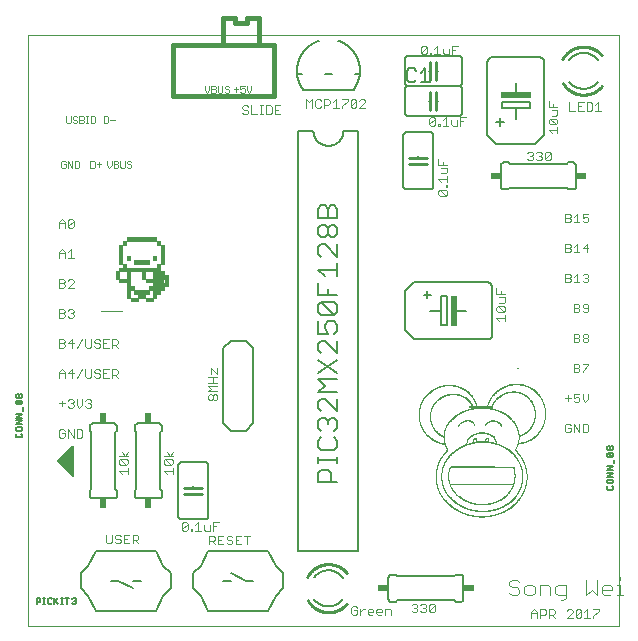
<source format=gto>
G75*
%MOIN*%
%OFA0B0*%
%FSLAX25Y25*%
%IPPOS*%
%LPD*%
%AMOC8*
5,1,8,0,0,1.08239X$1,22.5*
%
%ADD10C,0.00000*%
%ADD11C,0.00300*%
%ADD12C,0.00200*%
%ADD13C,0.00400*%
%ADD14R,0.02205X0.00079*%
%ADD15R,0.04094X0.00079*%
%ADD16R,0.05197X0.00079*%
%ADD17R,0.02126X0.00079*%
%ADD18R,0.01654X0.00079*%
%ADD19R,0.01575X0.00079*%
%ADD20R,0.01417X0.00079*%
%ADD21R,0.01339X0.00079*%
%ADD22R,0.01260X0.00079*%
%ADD23R,0.01181X0.00079*%
%ADD24R,0.01024X0.00079*%
%ADD25R,0.00945X0.00079*%
%ADD26R,0.00866X0.00079*%
%ADD27R,0.00787X0.00079*%
%ADD28R,0.00709X0.00079*%
%ADD29R,0.00630X0.00079*%
%ADD30R,0.00551X0.00079*%
%ADD31R,0.03386X0.00079*%
%ADD32R,0.04646X0.00079*%
%ADD33R,0.05591X0.00079*%
%ADD34R,0.00472X0.00079*%
%ADD35R,0.01102X0.00079*%
%ADD36R,0.00394X0.00079*%
%ADD37R,0.00315X0.00079*%
%ADD38R,0.01890X0.00079*%
%ADD39R,0.04488X0.00079*%
%ADD40R,0.01496X0.00079*%
%ADD41R,0.00236X0.00079*%
%ADD42R,0.21417X0.00079*%
%ADD43R,0.21496X0.00079*%
%ADD44R,0.00079X0.00079*%
%ADD45R,0.07795X0.00079*%
%ADD46R,0.19449X0.00079*%
%ADD47R,0.21260X0.00079*%
%ADD48R,0.14961X0.00079*%
%ADD49R,0.04882X0.00079*%
%ADD50R,0.02598X0.00079*%
%ADD51R,0.02362X0.00079*%
%ADD52R,0.04724X0.00079*%
%ADD53R,0.03780X0.00079*%
%ADD54R,0.01732X0.00079*%
%ADD55R,0.03622X0.00079*%
%ADD56R,0.02992X0.00079*%
%ADD57R,0.02047X0.00079*%
%ADD58R,0.02283X0.00079*%
%ADD59R,0.03858X0.00079*%
%ADD60R,0.03543X0.00079*%
%ADD61R,0.02913X0.00079*%
%ADD62R,0.03307X0.00079*%
%ADD63R,0.02520X0.00079*%
%ADD64R,0.04016X0.00079*%
%ADD65R,0.03150X0.00079*%
%ADD66R,0.01811X0.00079*%
%ADD67R,0.05039X0.00079*%
%ADD68R,0.03701X0.00079*%
%ADD69R,0.06220X0.00079*%
%ADD70R,0.13858X0.00079*%
%ADD71R,0.10079X0.00079*%
%ADD72C,0.00600*%
%ADD73C,0.01000*%
%ADD74C,0.00500*%
%ADD75R,0.02000X0.10000*%
%ADD76R,0.10000X0.02000*%
%ADD77R,0.03400X0.02400*%
%ADD78C,0.00700*%
%ADD79C,0.00800*%
%ADD80C,0.01600*%
%ADD81R,0.02400X0.03400*%
D10*
X0006560Y0001800D02*
X0006560Y0198650D01*
X0203410Y0198650D01*
X0203410Y0001800D01*
X0006560Y0001800D01*
X0030654Y0106682D02*
X0030654Y0106839D01*
X0030760Y0106839D01*
X0030799Y0106787D02*
X0030799Y0106761D01*
X0030826Y0106761D01*
X0030826Y0106787D01*
X0030799Y0106787D01*
X0030799Y0106708D02*
X0030799Y0106682D01*
X0030826Y0106682D01*
X0030826Y0106708D01*
X0030799Y0106708D01*
X0030872Y0106682D02*
X0030977Y0106839D01*
X0031017Y0106813D02*
X0031017Y0106708D01*
X0031043Y0106682D01*
X0031096Y0106682D01*
X0031122Y0106708D01*
X0031122Y0106761D01*
X0031070Y0106761D01*
X0031122Y0106813D02*
X0031096Y0106839D01*
X0031043Y0106839D01*
X0031017Y0106813D01*
X0031162Y0106787D02*
X0031188Y0106787D01*
X0031188Y0106682D01*
X0031162Y0106682D02*
X0031215Y0106682D01*
X0031285Y0106708D02*
X0031311Y0106682D01*
X0031285Y0106708D02*
X0031285Y0106813D01*
X0031259Y0106787D02*
X0031311Y0106787D01*
X0031355Y0106761D02*
X0031460Y0106761D01*
X0031500Y0106787D02*
X0031500Y0106708D01*
X0031527Y0106682D01*
X0031605Y0106682D01*
X0031605Y0106787D01*
X0031645Y0106787D02*
X0031724Y0106787D01*
X0031750Y0106761D01*
X0031750Y0106708D01*
X0031724Y0106682D01*
X0031645Y0106682D01*
X0031645Y0106839D01*
X0031460Y0106839D02*
X0031460Y0106682D01*
X0031355Y0106682D02*
X0031355Y0106839D01*
X0031188Y0106839D02*
X0031188Y0106866D01*
X0030707Y0106761D02*
X0030654Y0106761D01*
X0031790Y0106682D02*
X0031895Y0106839D01*
X0031935Y0106787D02*
X0031935Y0106708D01*
X0031962Y0106682D01*
X0031988Y0106708D01*
X0032014Y0106682D01*
X0032040Y0106708D01*
X0032040Y0106787D01*
X0032080Y0106761D02*
X0032080Y0106708D01*
X0032107Y0106682D01*
X0032159Y0106682D01*
X0032185Y0106708D01*
X0032185Y0106761D01*
X0032159Y0106787D01*
X0032107Y0106787D01*
X0032080Y0106761D01*
X0032225Y0106787D02*
X0032304Y0106787D01*
X0032330Y0106761D01*
X0032330Y0106682D01*
X0032370Y0106708D02*
X0032397Y0106682D01*
X0032475Y0106682D01*
X0032475Y0106656D02*
X0032475Y0106787D01*
X0032397Y0106787D01*
X0032370Y0106761D01*
X0032370Y0106708D01*
X0032423Y0106629D02*
X0032449Y0106629D01*
X0032475Y0106656D01*
X0032515Y0106682D02*
X0032594Y0106682D01*
X0032620Y0106708D01*
X0032594Y0106734D01*
X0032542Y0106734D01*
X0032515Y0106761D01*
X0032542Y0106787D01*
X0032620Y0106787D01*
X0032660Y0106787D02*
X0032660Y0106708D01*
X0032687Y0106682D01*
X0032713Y0106708D01*
X0032739Y0106682D01*
X0032765Y0106708D01*
X0032765Y0106787D01*
X0032805Y0106656D02*
X0032910Y0106656D01*
X0032950Y0106682D02*
X0032950Y0106839D01*
X0033003Y0106787D01*
X0033055Y0106839D01*
X0033055Y0106682D01*
X0033095Y0106682D02*
X0033200Y0106682D01*
X0033240Y0106761D02*
X0033345Y0106761D01*
X0033385Y0106813D02*
X0033412Y0106839D01*
X0033464Y0106839D01*
X0033490Y0106813D01*
X0033490Y0106787D01*
X0033464Y0106761D01*
X0033490Y0106734D01*
X0033490Y0106708D01*
X0033464Y0106682D01*
X0033412Y0106682D01*
X0033385Y0106708D01*
X0033319Y0106682D02*
X0033319Y0106839D01*
X0033240Y0106761D01*
X0033200Y0106839D02*
X0033095Y0106839D01*
X0033095Y0106682D01*
X0033095Y0106761D02*
X0033148Y0106761D01*
X0033438Y0106761D02*
X0033464Y0106761D01*
X0033530Y0106813D02*
X0033557Y0106839D01*
X0033609Y0106839D01*
X0033635Y0106813D01*
X0033635Y0106787D01*
X0033609Y0106761D01*
X0033635Y0106734D01*
X0033635Y0106708D01*
X0033609Y0106682D01*
X0033557Y0106682D01*
X0033530Y0106708D01*
X0033583Y0106761D02*
X0033609Y0106761D01*
X0033675Y0106656D02*
X0033780Y0106656D01*
X0033820Y0106682D02*
X0033925Y0106787D01*
X0033925Y0106813D01*
X0033899Y0106839D01*
X0033847Y0106839D01*
X0033820Y0106813D01*
X0033820Y0106682D02*
X0033925Y0106682D01*
X0033965Y0106708D02*
X0034070Y0106813D01*
X0034070Y0106708D01*
X0034044Y0106682D01*
X0033992Y0106682D01*
X0033965Y0106708D01*
X0033965Y0106813D01*
X0033992Y0106839D01*
X0034044Y0106839D01*
X0034070Y0106813D01*
X0034110Y0106787D02*
X0034163Y0106839D01*
X0034163Y0106682D01*
X0034215Y0106682D02*
X0034110Y0106682D01*
X0034255Y0106682D02*
X0034255Y0106708D01*
X0034360Y0106813D01*
X0034360Y0106839D01*
X0034255Y0106839D01*
X0034400Y0106682D02*
X0034505Y0106839D01*
X0034545Y0106839D02*
X0034545Y0106682D01*
X0034545Y0106761D02*
X0034651Y0106761D01*
X0034651Y0106839D02*
X0034651Y0106682D01*
X0034690Y0106682D02*
X0034743Y0106734D01*
X0034796Y0106682D01*
X0034796Y0106839D01*
X0034835Y0106813D02*
X0034862Y0106839D01*
X0034914Y0106839D01*
X0034941Y0106813D01*
X0034941Y0106787D01*
X0034835Y0106682D01*
X0034941Y0106682D01*
X0034980Y0106682D02*
X0035086Y0106839D01*
X0035125Y0106839D02*
X0035178Y0106787D01*
X0035231Y0106839D01*
X0035231Y0106682D01*
X0035270Y0106682D02*
X0035376Y0106682D01*
X0035415Y0106761D02*
X0035521Y0106761D01*
X0035560Y0106813D02*
X0035587Y0106839D01*
X0035639Y0106839D01*
X0035666Y0106813D01*
X0035666Y0106787D01*
X0035639Y0106761D01*
X0035666Y0106734D01*
X0035666Y0106708D01*
X0035639Y0106682D01*
X0035587Y0106682D01*
X0035560Y0106708D01*
X0035494Y0106682D02*
X0035494Y0106839D01*
X0035415Y0106761D01*
X0035376Y0106839D02*
X0035270Y0106839D01*
X0035270Y0106682D01*
X0035270Y0106761D02*
X0035323Y0106761D01*
X0035125Y0106839D02*
X0035125Y0106682D01*
X0034690Y0106682D02*
X0034690Y0106839D01*
X0035613Y0106761D02*
X0035639Y0106761D01*
X0035705Y0106813D02*
X0035732Y0106839D01*
X0035784Y0106839D01*
X0035811Y0106813D01*
X0035811Y0106787D01*
X0035784Y0106761D01*
X0035811Y0106734D01*
X0035811Y0106708D01*
X0035784Y0106682D01*
X0035732Y0106682D01*
X0035705Y0106708D01*
X0035758Y0106761D02*
X0035784Y0106761D01*
X0035850Y0106682D02*
X0035956Y0106839D01*
X0035995Y0106813D02*
X0035995Y0106787D01*
X0036022Y0106761D01*
X0036074Y0106761D01*
X0036101Y0106734D01*
X0036101Y0106708D01*
X0036074Y0106682D01*
X0036022Y0106682D01*
X0035995Y0106708D01*
X0035995Y0106813D02*
X0036022Y0106839D01*
X0036074Y0106839D01*
X0036101Y0106813D01*
X0036140Y0106787D02*
X0036167Y0106787D01*
X0036167Y0106682D01*
X0036193Y0106682D02*
X0036140Y0106682D01*
X0036237Y0106682D02*
X0036316Y0106682D01*
X0036342Y0106708D01*
X0036316Y0106734D01*
X0036263Y0106734D01*
X0036237Y0106761D01*
X0036263Y0106787D01*
X0036342Y0106787D01*
X0036382Y0106656D02*
X0036487Y0106656D01*
X0036553Y0106708D02*
X0036580Y0106682D01*
X0036553Y0106708D02*
X0036553Y0106813D01*
X0036527Y0106787D02*
X0036580Y0106787D01*
X0036624Y0106787D02*
X0036624Y0106708D01*
X0036650Y0106682D01*
X0036729Y0106682D01*
X0036729Y0106787D01*
X0036769Y0106787D02*
X0036769Y0106682D01*
X0036769Y0106734D02*
X0036821Y0106787D01*
X0036848Y0106787D01*
X0036890Y0106787D02*
X0036942Y0106787D01*
X0036916Y0106813D02*
X0036916Y0106708D01*
X0036942Y0106682D01*
X0036986Y0106682D02*
X0037039Y0106682D01*
X0037013Y0106682D02*
X0037013Y0106839D01*
X0036986Y0106839D01*
X0037083Y0106761D02*
X0037109Y0106787D01*
X0037162Y0106787D01*
X0037188Y0106761D01*
X0037188Y0106734D01*
X0037083Y0106734D01*
X0037083Y0106708D02*
X0037083Y0106761D01*
X0037083Y0106708D02*
X0037109Y0106682D01*
X0037162Y0106682D01*
X0037228Y0106682D02*
X0037254Y0106682D01*
X0037254Y0106708D01*
X0037228Y0106708D01*
X0037228Y0106682D01*
X0037301Y0106682D02*
X0037379Y0106682D01*
X0037406Y0106708D01*
X0037406Y0106761D01*
X0037379Y0106787D01*
X0037301Y0106787D01*
X0037301Y0106839D02*
X0037301Y0106682D01*
X0037446Y0106682D02*
X0037446Y0106787D01*
X0037472Y0106787D01*
X0037498Y0106761D01*
X0037524Y0106787D01*
X0037551Y0106761D01*
X0037551Y0106682D01*
X0037591Y0106682D02*
X0037669Y0106682D01*
X0037696Y0106708D01*
X0037696Y0106761D01*
X0037669Y0106787D01*
X0037591Y0106787D01*
X0037591Y0106629D01*
X0037498Y0106682D02*
X0037498Y0106761D01*
X0036167Y0106839D02*
X0036167Y0106866D01*
X0032225Y0106787D02*
X0032225Y0106682D01*
X0153489Y0075028D02*
X0153594Y0075028D01*
X0153634Y0074976D02*
X0153634Y0074950D01*
X0153660Y0074950D01*
X0153660Y0074976D01*
X0153634Y0074976D01*
X0153634Y0074897D02*
X0153634Y0074871D01*
X0153660Y0074871D01*
X0153660Y0074897D01*
X0153634Y0074897D01*
X0153707Y0074871D02*
X0153812Y0075028D01*
X0153852Y0075002D02*
X0153852Y0074897D01*
X0153878Y0074871D01*
X0153930Y0074871D01*
X0153957Y0074897D01*
X0153957Y0074950D01*
X0153904Y0074950D01*
X0153852Y0075002D02*
X0153878Y0075028D01*
X0153930Y0075028D01*
X0153957Y0075002D01*
X0153997Y0074976D02*
X0154023Y0074976D01*
X0154023Y0074871D01*
X0153997Y0074871D02*
X0154049Y0074871D01*
X0154120Y0074897D02*
X0154146Y0074871D01*
X0154120Y0074897D02*
X0154120Y0075002D01*
X0154146Y0074976D02*
X0154093Y0074976D01*
X0154023Y0075028D02*
X0154023Y0075055D01*
X0154190Y0075028D02*
X0154190Y0074871D01*
X0154190Y0074950D02*
X0154295Y0074950D01*
X0154335Y0074976D02*
X0154335Y0074897D01*
X0154361Y0074871D01*
X0154440Y0074871D01*
X0154440Y0074976D01*
X0154480Y0074976D02*
X0154559Y0074976D01*
X0154585Y0074950D01*
X0154585Y0074897D01*
X0154559Y0074871D01*
X0154480Y0074871D01*
X0154480Y0075028D01*
X0154295Y0075028D02*
X0154295Y0074871D01*
X0154625Y0074871D02*
X0154730Y0075028D01*
X0154770Y0074976D02*
X0154770Y0074897D01*
X0154796Y0074871D01*
X0154823Y0074897D01*
X0154849Y0074871D01*
X0154875Y0074897D01*
X0154875Y0074976D01*
X0154915Y0074950D02*
X0154915Y0074897D01*
X0154941Y0074871D01*
X0154994Y0074871D01*
X0155020Y0074897D01*
X0155020Y0074950D01*
X0154994Y0074976D01*
X0154941Y0074976D01*
X0154915Y0074950D01*
X0155060Y0074976D02*
X0155139Y0074976D01*
X0155165Y0074950D01*
X0155165Y0074871D01*
X0155205Y0074897D02*
X0155231Y0074871D01*
X0155310Y0074871D01*
X0155310Y0074845D02*
X0155310Y0074976D01*
X0155231Y0074976D01*
X0155205Y0074950D01*
X0155205Y0074897D01*
X0155258Y0074818D02*
X0155284Y0074818D01*
X0155310Y0074845D01*
X0155350Y0074871D02*
X0155429Y0074871D01*
X0155455Y0074897D01*
X0155429Y0074923D01*
X0155376Y0074923D01*
X0155350Y0074950D01*
X0155376Y0074976D01*
X0155455Y0074976D01*
X0155495Y0074976D02*
X0155495Y0074897D01*
X0155521Y0074871D01*
X0155548Y0074897D01*
X0155574Y0074871D01*
X0155600Y0074897D01*
X0155600Y0074976D01*
X0155640Y0074845D02*
X0155745Y0074845D01*
X0155785Y0074871D02*
X0155785Y0075028D01*
X0155838Y0074976D01*
X0155890Y0075028D01*
X0155890Y0074871D01*
X0155930Y0074871D02*
X0156035Y0074871D01*
X0156075Y0074950D02*
X0156180Y0074950D01*
X0156220Y0075002D02*
X0156246Y0075028D01*
X0156299Y0075028D01*
X0156325Y0075002D01*
X0156325Y0074976D01*
X0156299Y0074950D01*
X0156325Y0074923D01*
X0156325Y0074897D01*
X0156299Y0074871D01*
X0156246Y0074871D01*
X0156220Y0074897D01*
X0156154Y0074871D02*
X0156154Y0075028D01*
X0156075Y0074950D01*
X0156035Y0075028D02*
X0155930Y0075028D01*
X0155930Y0074871D01*
X0155930Y0074950D02*
X0155983Y0074950D01*
X0156273Y0074950D02*
X0156299Y0074950D01*
X0156365Y0075002D02*
X0156391Y0075028D01*
X0156444Y0075028D01*
X0156470Y0075002D01*
X0156470Y0074976D01*
X0156444Y0074950D01*
X0156470Y0074923D01*
X0156470Y0074897D01*
X0156444Y0074871D01*
X0156391Y0074871D01*
X0156365Y0074897D01*
X0156418Y0074950D02*
X0156444Y0074950D01*
X0156510Y0074845D02*
X0156615Y0074845D01*
X0156655Y0074871D02*
X0156760Y0074976D01*
X0156760Y0075002D01*
X0156734Y0075028D01*
X0156681Y0075028D01*
X0156655Y0075002D01*
X0156655Y0074871D02*
X0156760Y0074871D01*
X0156800Y0074897D02*
X0156905Y0075002D01*
X0156905Y0074897D01*
X0156879Y0074871D01*
X0156826Y0074871D01*
X0156800Y0074897D01*
X0156800Y0075002D01*
X0156826Y0075028D01*
X0156879Y0075028D01*
X0156905Y0075002D01*
X0156945Y0074976D02*
X0156998Y0075028D01*
X0156998Y0074871D01*
X0157050Y0074871D02*
X0156945Y0074871D01*
X0157090Y0074871D02*
X0157090Y0074897D01*
X0157195Y0075002D01*
X0157195Y0075028D01*
X0157090Y0075028D01*
X0157235Y0074871D02*
X0157340Y0075028D01*
X0157380Y0075028D02*
X0157380Y0074871D01*
X0157380Y0074950D02*
X0157485Y0074950D01*
X0157485Y0075028D02*
X0157485Y0074871D01*
X0157525Y0074871D02*
X0157578Y0074923D01*
X0157630Y0074871D01*
X0157630Y0075028D01*
X0157670Y0075002D02*
X0157696Y0075028D01*
X0157749Y0075028D01*
X0157775Y0075002D01*
X0157775Y0074976D01*
X0157670Y0074871D01*
X0157775Y0074871D01*
X0157815Y0074871D02*
X0157920Y0075028D01*
X0157960Y0075028D02*
X0158013Y0074976D01*
X0158065Y0075028D01*
X0158065Y0074871D01*
X0158105Y0074871D02*
X0158210Y0074871D01*
X0158250Y0074950D02*
X0158355Y0074950D01*
X0158395Y0075002D02*
X0158421Y0075028D01*
X0158474Y0075028D01*
X0158500Y0075002D01*
X0158500Y0074976D01*
X0158474Y0074950D01*
X0158500Y0074923D01*
X0158500Y0074897D01*
X0158474Y0074871D01*
X0158421Y0074871D01*
X0158395Y0074897D01*
X0158329Y0074871D02*
X0158329Y0075028D01*
X0158250Y0074950D01*
X0158210Y0075028D02*
X0158105Y0075028D01*
X0158105Y0074871D01*
X0158105Y0074950D02*
X0158158Y0074950D01*
X0157960Y0075028D02*
X0157960Y0074871D01*
X0157525Y0074871D02*
X0157525Y0075028D01*
X0158448Y0074950D02*
X0158474Y0074950D01*
X0158540Y0075002D02*
X0158566Y0075028D01*
X0158619Y0075028D01*
X0158645Y0075002D01*
X0158645Y0074976D01*
X0158619Y0074950D01*
X0158645Y0074923D01*
X0158645Y0074897D01*
X0158619Y0074871D01*
X0158566Y0074871D01*
X0158540Y0074897D01*
X0158593Y0074950D02*
X0158619Y0074950D01*
X0158685Y0074871D02*
X0158790Y0075028D01*
X0158856Y0074976D02*
X0158830Y0074950D01*
X0158830Y0074897D01*
X0158856Y0074871D01*
X0158935Y0074871D01*
X0158975Y0074897D02*
X0159001Y0074871D01*
X0159080Y0074871D01*
X0159080Y0074845D02*
X0159054Y0074818D01*
X0159028Y0074818D01*
X0159080Y0074845D02*
X0159080Y0074976D01*
X0159120Y0074976D02*
X0159199Y0074976D01*
X0159225Y0074950D01*
X0159225Y0074871D01*
X0159265Y0074897D02*
X0159265Y0074950D01*
X0159291Y0074976D01*
X0159370Y0074976D01*
X0159410Y0074976D02*
X0159436Y0074976D01*
X0159436Y0074871D01*
X0159410Y0074871D02*
X0159463Y0074871D01*
X0159507Y0074845D02*
X0159612Y0074845D01*
X0159652Y0074871D02*
X0159652Y0074976D01*
X0159678Y0074976D01*
X0159704Y0074950D01*
X0159731Y0074976D01*
X0159757Y0074950D01*
X0159757Y0074871D01*
X0159797Y0074897D02*
X0159823Y0074871D01*
X0159876Y0074871D01*
X0159902Y0074897D01*
X0159902Y0074950D01*
X0159876Y0074976D01*
X0159823Y0074976D01*
X0159797Y0074950D01*
X0159797Y0074897D01*
X0159704Y0074871D02*
X0159704Y0074950D01*
X0159942Y0074976D02*
X0160021Y0074976D01*
X0160047Y0074950D01*
X0160047Y0074871D01*
X0160087Y0074871D02*
X0160087Y0075028D01*
X0160166Y0074976D02*
X0160087Y0074923D01*
X0160166Y0074871D01*
X0160208Y0074897D02*
X0160208Y0074950D01*
X0160234Y0074976D01*
X0160286Y0074976D01*
X0160313Y0074950D01*
X0160313Y0074923D01*
X0160208Y0074923D01*
X0160208Y0074897D02*
X0160234Y0074871D01*
X0160286Y0074871D01*
X0160353Y0074897D02*
X0160379Y0074871D01*
X0160458Y0074871D01*
X0160458Y0074845D02*
X0160431Y0074818D01*
X0160405Y0074818D01*
X0160458Y0074845D02*
X0160458Y0074976D01*
X0160498Y0074897D02*
X0160524Y0074897D01*
X0160524Y0074871D01*
X0160498Y0074871D01*
X0160498Y0074897D01*
X0160570Y0074871D02*
X0160649Y0074871D01*
X0160675Y0074897D01*
X0160675Y0074950D01*
X0160649Y0074976D01*
X0160570Y0074976D01*
X0160570Y0075028D02*
X0160570Y0074871D01*
X0160715Y0074871D02*
X0160715Y0074976D01*
X0160741Y0074976D01*
X0160768Y0074950D01*
X0160794Y0074976D01*
X0160820Y0074950D01*
X0160820Y0074871D01*
X0160860Y0074871D02*
X0160939Y0074871D01*
X0160965Y0074897D01*
X0160965Y0074950D01*
X0160939Y0074976D01*
X0160860Y0074976D01*
X0160860Y0074818D01*
X0160768Y0074871D02*
X0160768Y0074950D01*
X0160353Y0074976D02*
X0160353Y0074897D01*
X0159942Y0074871D02*
X0159942Y0074976D01*
X0159436Y0075028D02*
X0159436Y0075055D01*
X0159370Y0075028D02*
X0159370Y0074871D01*
X0159291Y0074871D01*
X0159265Y0074897D01*
X0159120Y0074871D02*
X0159120Y0074976D01*
X0158975Y0074976D02*
X0158975Y0074897D01*
X0158935Y0074976D02*
X0158856Y0074976D01*
X0155060Y0074976D02*
X0155060Y0074871D01*
X0153542Y0074950D02*
X0153489Y0074950D01*
X0153489Y0075028D02*
X0153489Y0074871D01*
D11*
X0163475Y0103450D02*
X0162508Y0104417D01*
X0165410Y0104417D01*
X0165410Y0103450D02*
X0165410Y0105385D01*
X0164926Y0106397D02*
X0165410Y0106880D01*
X0165410Y0107848D01*
X0164926Y0108331D01*
X0162991Y0108331D01*
X0164926Y0106397D01*
X0162991Y0106397D01*
X0162508Y0106880D01*
X0162508Y0107848D01*
X0162991Y0108331D01*
X0163475Y0109343D02*
X0164926Y0109343D01*
X0165410Y0109827D01*
X0165410Y0111278D01*
X0163475Y0111278D01*
X0163959Y0112290D02*
X0163959Y0113257D01*
X0165410Y0112290D02*
X0162508Y0112290D01*
X0162508Y0114225D01*
X0185370Y0116250D02*
X0186822Y0116250D01*
X0187305Y0116734D01*
X0187305Y0117217D01*
X0186822Y0117701D01*
X0185370Y0117701D01*
X0185370Y0116250D02*
X0185370Y0119152D01*
X0186822Y0119152D01*
X0187305Y0118669D01*
X0187305Y0118185D01*
X0186822Y0117701D01*
X0188317Y0118185D02*
X0189284Y0119152D01*
X0189284Y0116250D01*
X0188317Y0116250D02*
X0190252Y0116250D01*
X0191263Y0116734D02*
X0191747Y0116250D01*
X0192715Y0116250D01*
X0193198Y0116734D01*
X0193198Y0117217D01*
X0192715Y0117701D01*
X0192231Y0117701D01*
X0192715Y0117701D02*
X0193198Y0118185D01*
X0193198Y0118669D01*
X0192715Y0119152D01*
X0191747Y0119152D01*
X0191263Y0118669D01*
X0190252Y0126250D02*
X0188317Y0126250D01*
X0189284Y0126250D02*
X0189284Y0129152D01*
X0188317Y0128185D01*
X0187305Y0128185D02*
X0186822Y0127701D01*
X0185370Y0127701D01*
X0185370Y0126250D02*
X0186822Y0126250D01*
X0187305Y0126734D01*
X0187305Y0127217D01*
X0186822Y0127701D01*
X0187305Y0128185D02*
X0187305Y0128669D01*
X0186822Y0129152D01*
X0185370Y0129152D01*
X0185370Y0126250D01*
X0191263Y0127701D02*
X0193198Y0127701D01*
X0192715Y0126250D02*
X0192715Y0129152D01*
X0191263Y0127701D01*
X0191747Y0136250D02*
X0191263Y0136734D01*
X0191747Y0136250D02*
X0192715Y0136250D01*
X0193198Y0136734D01*
X0193198Y0137701D01*
X0192715Y0138185D01*
X0192231Y0138185D01*
X0191263Y0137701D01*
X0191263Y0139152D01*
X0193198Y0139152D01*
X0190252Y0136250D02*
X0188317Y0136250D01*
X0189284Y0136250D02*
X0189284Y0139152D01*
X0188317Y0138185D01*
X0187305Y0138185D02*
X0187305Y0138669D01*
X0186822Y0139152D01*
X0185370Y0139152D01*
X0185370Y0136250D01*
X0186822Y0136250D01*
X0187305Y0136734D01*
X0187305Y0137217D01*
X0186822Y0137701D01*
X0185370Y0137701D01*
X0186822Y0137701D02*
X0187305Y0138185D01*
X0180154Y0156950D02*
X0179187Y0156950D01*
X0178703Y0157434D01*
X0180638Y0159369D01*
X0180638Y0157434D01*
X0180154Y0156950D01*
X0178703Y0157434D02*
X0178703Y0159369D01*
X0179187Y0159852D01*
X0180154Y0159852D01*
X0180638Y0159369D01*
X0177691Y0159369D02*
X0177691Y0158885D01*
X0177208Y0158401D01*
X0177691Y0157917D01*
X0177691Y0157434D01*
X0177208Y0156950D01*
X0176240Y0156950D01*
X0175757Y0157434D01*
X0174745Y0157434D02*
X0174261Y0156950D01*
X0173294Y0156950D01*
X0172810Y0157434D01*
X0173777Y0158401D02*
X0174261Y0158401D01*
X0174745Y0157917D01*
X0174745Y0157434D01*
X0174261Y0158401D02*
X0174745Y0158885D01*
X0174745Y0159369D01*
X0174261Y0159852D01*
X0173294Y0159852D01*
X0172810Y0159369D01*
X0175757Y0159369D02*
X0176240Y0159852D01*
X0177208Y0159852D01*
X0177691Y0159369D01*
X0177208Y0158401D02*
X0176724Y0158401D01*
X0180975Y0165950D02*
X0180008Y0166917D01*
X0182910Y0166917D01*
X0182910Y0165950D02*
X0182910Y0167885D01*
X0182426Y0168897D02*
X0180491Y0170831D01*
X0182426Y0170831D01*
X0182910Y0170348D01*
X0182910Y0169380D01*
X0182426Y0168897D01*
X0180491Y0168897D01*
X0180008Y0169380D01*
X0180008Y0170348D01*
X0180491Y0170831D01*
X0180975Y0171843D02*
X0182426Y0171843D01*
X0182910Y0172327D01*
X0182910Y0173778D01*
X0180975Y0173778D01*
X0181459Y0174790D02*
X0181459Y0175757D01*
X0182910Y0174790D02*
X0180008Y0174790D01*
X0180008Y0176725D01*
X0186710Y0176352D02*
X0186710Y0173450D01*
X0188645Y0173450D01*
X0189657Y0173450D02*
X0191591Y0173450D01*
X0192603Y0173450D02*
X0192603Y0176352D01*
X0194054Y0176352D01*
X0194538Y0175869D01*
X0194538Y0173934D01*
X0194054Y0173450D01*
X0192603Y0173450D01*
X0190624Y0174901D02*
X0189657Y0174901D01*
X0189657Y0176352D02*
X0189657Y0173450D01*
X0189657Y0176352D02*
X0191591Y0176352D01*
X0195550Y0175385D02*
X0196517Y0176352D01*
X0196517Y0173450D01*
X0195550Y0173450D02*
X0197485Y0173450D01*
X0152458Y0171352D02*
X0150523Y0171352D01*
X0150523Y0168450D01*
X0149511Y0168450D02*
X0149511Y0170385D01*
X0150523Y0169901D02*
X0151490Y0169901D01*
X0149511Y0168450D02*
X0148060Y0168450D01*
X0147576Y0168934D01*
X0147576Y0170385D01*
X0146565Y0168450D02*
X0144630Y0168450D01*
X0145597Y0168450D02*
X0145597Y0171352D01*
X0144630Y0170385D01*
X0143640Y0168934D02*
X0143640Y0168450D01*
X0143157Y0168450D01*
X0143157Y0168934D01*
X0143640Y0168934D01*
X0142145Y0168934D02*
X0141661Y0168450D01*
X0140694Y0168450D01*
X0140210Y0168934D01*
X0142145Y0170869D01*
X0142145Y0168934D01*
X0142145Y0170869D02*
X0141661Y0171352D01*
X0140694Y0171352D01*
X0140210Y0170869D01*
X0140210Y0168934D01*
X0143208Y0157438D02*
X0143208Y0155503D01*
X0146110Y0155503D01*
X0146110Y0154492D02*
X0144175Y0154492D01*
X0144659Y0155503D02*
X0144659Y0156471D01*
X0146110Y0154492D02*
X0146110Y0153041D01*
X0145626Y0152557D01*
X0144175Y0152557D01*
X0146110Y0151545D02*
X0146110Y0149610D01*
X0146110Y0150578D02*
X0143208Y0150578D01*
X0144175Y0149610D01*
X0145626Y0148621D02*
X0145626Y0148137D01*
X0146110Y0148137D01*
X0146110Y0148621D01*
X0145626Y0148621D01*
X0145626Y0147126D02*
X0143691Y0147126D01*
X0145626Y0145191D01*
X0146110Y0145674D01*
X0146110Y0146642D01*
X0145626Y0147126D01*
X0143691Y0147126D02*
X0143208Y0146642D01*
X0143208Y0145674D01*
X0143691Y0145191D01*
X0145626Y0145191D01*
X0118824Y0174450D02*
X0116889Y0174450D01*
X0118824Y0176385D01*
X0118824Y0176869D01*
X0118340Y0177352D01*
X0117373Y0177352D01*
X0116889Y0176869D01*
X0115878Y0176869D02*
X0113943Y0174934D01*
X0114426Y0174450D01*
X0115394Y0174450D01*
X0115878Y0174934D01*
X0115878Y0176869D01*
X0115394Y0177352D01*
X0114426Y0177352D01*
X0113943Y0176869D01*
X0113943Y0174934D01*
X0112931Y0176869D02*
X0110996Y0174934D01*
X0110996Y0174450D01*
X0109985Y0174450D02*
X0108050Y0174450D01*
X0109017Y0174450D02*
X0109017Y0177352D01*
X0108050Y0176385D01*
X0107038Y0176869D02*
X0107038Y0175901D01*
X0106554Y0175417D01*
X0105103Y0175417D01*
X0105103Y0174450D02*
X0105103Y0177352D01*
X0106554Y0177352D01*
X0107038Y0176869D01*
X0104091Y0176869D02*
X0103608Y0177352D01*
X0102640Y0177352D01*
X0102157Y0176869D01*
X0102157Y0174934D01*
X0102640Y0174450D01*
X0103608Y0174450D01*
X0104091Y0174934D01*
X0101145Y0174450D02*
X0101145Y0177352D01*
X0100177Y0176385D01*
X0099210Y0177352D01*
X0099210Y0174450D01*
X0090571Y0175226D02*
X0088636Y0175226D01*
X0088636Y0172324D01*
X0090571Y0172324D01*
X0089603Y0173775D02*
X0088636Y0173775D01*
X0087624Y0172808D02*
X0087624Y0174743D01*
X0087141Y0175226D01*
X0085689Y0175226D01*
X0085689Y0172324D01*
X0087141Y0172324D01*
X0087624Y0172808D01*
X0084693Y0172324D02*
X0083725Y0172324D01*
X0084209Y0172324D02*
X0084209Y0175226D01*
X0083725Y0175226D02*
X0084693Y0175226D01*
X0082714Y0172324D02*
X0080779Y0172324D01*
X0080779Y0175226D01*
X0079767Y0174743D02*
X0079283Y0175226D01*
X0078316Y0175226D01*
X0077832Y0174743D01*
X0077832Y0174259D01*
X0078316Y0173775D01*
X0079283Y0173775D01*
X0079767Y0173291D01*
X0079767Y0172808D01*
X0079283Y0172324D01*
X0078316Y0172324D01*
X0077832Y0172808D01*
X0110996Y0177352D02*
X0112931Y0177352D01*
X0112931Y0176869D01*
X0137451Y0192734D02*
X0139386Y0194669D01*
X0139386Y0192734D01*
X0138902Y0192250D01*
X0137934Y0192250D01*
X0137451Y0192734D01*
X0137451Y0194669D01*
X0137934Y0195152D01*
X0138902Y0195152D01*
X0139386Y0194669D01*
X0140397Y0192734D02*
X0140881Y0192734D01*
X0140881Y0192250D01*
X0140397Y0192250D01*
X0140397Y0192734D01*
X0141870Y0192250D02*
X0143805Y0192250D01*
X0142838Y0192250D02*
X0142838Y0195152D01*
X0141870Y0194185D01*
X0144817Y0194185D02*
X0144817Y0192734D01*
X0145301Y0192250D01*
X0146752Y0192250D01*
X0146752Y0194185D01*
X0147763Y0193701D02*
X0148731Y0193701D01*
X0147763Y0192250D02*
X0147763Y0195152D01*
X0149698Y0195152D01*
X0188317Y0109152D02*
X0189768Y0109152D01*
X0190252Y0108669D01*
X0190252Y0108185D01*
X0189768Y0107701D01*
X0188317Y0107701D01*
X0188317Y0106250D02*
X0188317Y0109152D01*
X0189768Y0107701D02*
X0190252Y0107217D01*
X0190252Y0106734D01*
X0189768Y0106250D01*
X0188317Y0106250D01*
X0191263Y0106734D02*
X0191747Y0106250D01*
X0192715Y0106250D01*
X0193198Y0106734D01*
X0193198Y0108669D01*
X0192715Y0109152D01*
X0191747Y0109152D01*
X0191263Y0108669D01*
X0191263Y0108185D01*
X0191747Y0107701D01*
X0193198Y0107701D01*
X0192715Y0099152D02*
X0191747Y0099152D01*
X0191263Y0098669D01*
X0191263Y0098185D01*
X0191747Y0097701D01*
X0192715Y0097701D01*
X0193198Y0097217D01*
X0193198Y0096734D01*
X0192715Y0096250D01*
X0191747Y0096250D01*
X0191263Y0096734D01*
X0191263Y0097217D01*
X0191747Y0097701D01*
X0192715Y0097701D02*
X0193198Y0098185D01*
X0193198Y0098669D01*
X0192715Y0099152D01*
X0190252Y0098669D02*
X0190252Y0098185D01*
X0189768Y0097701D01*
X0188317Y0097701D01*
X0188317Y0096250D02*
X0189768Y0096250D01*
X0190252Y0096734D01*
X0190252Y0097217D01*
X0189768Y0097701D01*
X0190252Y0098669D02*
X0189768Y0099152D01*
X0188317Y0099152D01*
X0188317Y0096250D01*
X0188317Y0089152D02*
X0189768Y0089152D01*
X0190252Y0088669D01*
X0190252Y0088185D01*
X0189768Y0087701D01*
X0188317Y0087701D01*
X0188317Y0086250D02*
X0189768Y0086250D01*
X0190252Y0086734D01*
X0190252Y0087217D01*
X0189768Y0087701D01*
X0191263Y0086734D02*
X0191263Y0086250D01*
X0191263Y0086734D02*
X0193198Y0088669D01*
X0193198Y0089152D01*
X0191263Y0089152D01*
X0188317Y0089152D02*
X0188317Y0086250D01*
X0188317Y0079152D02*
X0188317Y0077701D01*
X0189284Y0078185D01*
X0189768Y0078185D01*
X0190252Y0077701D01*
X0190252Y0076734D01*
X0189768Y0076250D01*
X0188801Y0076250D01*
X0188317Y0076734D01*
X0187305Y0077701D02*
X0185370Y0077701D01*
X0186338Y0078669D02*
X0186338Y0076734D01*
X0188317Y0079152D02*
X0190252Y0079152D01*
X0191263Y0079152D02*
X0191263Y0077217D01*
X0192231Y0076250D01*
X0193198Y0077217D01*
X0193198Y0079152D01*
X0192715Y0069152D02*
X0191263Y0069152D01*
X0191263Y0066250D01*
X0192715Y0066250D01*
X0193198Y0066734D01*
X0193198Y0068669D01*
X0192715Y0069152D01*
X0190252Y0069152D02*
X0190252Y0066250D01*
X0188317Y0069152D01*
X0188317Y0066250D01*
X0187305Y0066734D02*
X0187305Y0067701D01*
X0186338Y0067701D01*
X0187305Y0066734D02*
X0186822Y0066250D01*
X0185854Y0066250D01*
X0185370Y0066734D01*
X0185370Y0068669D01*
X0185854Y0069152D01*
X0186822Y0069152D01*
X0187305Y0068669D01*
X0141615Y0009152D02*
X0142098Y0008669D01*
X0140163Y0006734D01*
X0140647Y0006250D01*
X0141615Y0006250D01*
X0142098Y0006734D01*
X0142098Y0008669D01*
X0141615Y0009152D02*
X0140647Y0009152D01*
X0140163Y0008669D01*
X0140163Y0006734D01*
X0139152Y0006734D02*
X0138668Y0006250D01*
X0137701Y0006250D01*
X0137217Y0006734D01*
X0136205Y0006734D02*
X0135722Y0006250D01*
X0134754Y0006250D01*
X0134270Y0006734D01*
X0135238Y0007701D02*
X0135722Y0007701D01*
X0136205Y0007217D01*
X0136205Y0006734D01*
X0135722Y0007701D02*
X0136205Y0008185D01*
X0136205Y0008669D01*
X0135722Y0009152D01*
X0134754Y0009152D01*
X0134270Y0008669D01*
X0137217Y0008669D02*
X0137701Y0009152D01*
X0138668Y0009152D01*
X0139152Y0008669D01*
X0139152Y0008185D01*
X0138668Y0007701D01*
X0139152Y0007217D01*
X0139152Y0006734D01*
X0138668Y0007701D02*
X0138184Y0007701D01*
X0127440Y0006901D02*
X0127440Y0005450D01*
X0127440Y0006901D02*
X0126956Y0007385D01*
X0125505Y0007385D01*
X0125505Y0005450D01*
X0124493Y0006417D02*
X0122558Y0006417D01*
X0122558Y0005934D02*
X0122558Y0006901D01*
X0123042Y0007385D01*
X0124010Y0007385D01*
X0124493Y0006901D01*
X0124493Y0006417D01*
X0124010Y0005450D02*
X0123042Y0005450D01*
X0122558Y0005934D01*
X0121547Y0006417D02*
X0119612Y0006417D01*
X0119612Y0005934D02*
X0119612Y0006901D01*
X0120096Y0007385D01*
X0121063Y0007385D01*
X0121547Y0006901D01*
X0121547Y0006417D01*
X0121063Y0005450D02*
X0120096Y0005450D01*
X0119612Y0005934D01*
X0118608Y0007385D02*
X0118124Y0007385D01*
X0117157Y0006417D01*
X0117157Y0005450D02*
X0117157Y0007385D01*
X0116145Y0007869D02*
X0115661Y0008352D01*
X0114694Y0008352D01*
X0114210Y0007869D01*
X0114210Y0005934D01*
X0114694Y0005450D01*
X0115661Y0005450D01*
X0116145Y0005934D01*
X0116145Y0006901D01*
X0115177Y0006901D01*
X0069958Y0036352D02*
X0068023Y0036352D01*
X0068023Y0033450D01*
X0067011Y0033450D02*
X0067011Y0035385D01*
X0068023Y0034901D02*
X0068990Y0034901D01*
X0067011Y0033450D02*
X0065560Y0033450D01*
X0065076Y0033934D01*
X0065076Y0035385D01*
X0064065Y0033450D02*
X0062130Y0033450D01*
X0063097Y0033450D02*
X0063097Y0036352D01*
X0062130Y0035385D01*
X0061140Y0033934D02*
X0061140Y0033450D01*
X0060657Y0033450D01*
X0060657Y0033934D01*
X0061140Y0033934D01*
X0059645Y0033934D02*
X0059645Y0035869D01*
X0057710Y0033934D01*
X0058194Y0033450D01*
X0059161Y0033450D01*
X0059645Y0033934D01*
X0059645Y0035869D02*
X0059161Y0036352D01*
X0058194Y0036352D01*
X0057710Y0035869D01*
X0057710Y0033934D01*
X0043198Y0031669D02*
X0043198Y0030701D01*
X0042715Y0030217D01*
X0041263Y0030217D01*
X0041263Y0029250D02*
X0041263Y0032152D01*
X0042715Y0032152D01*
X0043198Y0031669D01*
X0042231Y0030217D02*
X0043198Y0029250D01*
X0040252Y0029250D02*
X0038317Y0029250D01*
X0038317Y0032152D01*
X0040252Y0032152D01*
X0039284Y0030701D02*
X0038317Y0030701D01*
X0037305Y0030217D02*
X0037305Y0029734D01*
X0036822Y0029250D01*
X0035854Y0029250D01*
X0035370Y0029734D01*
X0034359Y0029734D02*
X0034359Y0032152D01*
X0035370Y0031669D02*
X0035370Y0031185D01*
X0035854Y0030701D01*
X0036822Y0030701D01*
X0037305Y0030217D01*
X0037305Y0031669D02*
X0036822Y0032152D01*
X0035854Y0032152D01*
X0035370Y0031669D01*
X0034359Y0029734D02*
X0033875Y0029250D01*
X0032908Y0029250D01*
X0032424Y0029734D01*
X0032424Y0032152D01*
X0037675Y0052502D02*
X0036708Y0053469D01*
X0039610Y0053469D01*
X0039610Y0052502D02*
X0039610Y0054437D01*
X0039126Y0055448D02*
X0037191Y0057383D01*
X0039126Y0057383D01*
X0039610Y0056899D01*
X0039610Y0055932D01*
X0039126Y0055448D01*
X0037191Y0055448D01*
X0036708Y0055932D01*
X0036708Y0056899D01*
X0037191Y0057383D01*
X0036708Y0058395D02*
X0039610Y0058395D01*
X0038643Y0058395D02*
X0037675Y0059846D01*
X0038643Y0058395D02*
X0039610Y0059846D01*
X0051708Y0058395D02*
X0054610Y0058395D01*
X0053643Y0058395D02*
X0052675Y0059846D01*
X0053643Y0058395D02*
X0054610Y0059846D01*
X0054126Y0057383D02*
X0052191Y0057383D01*
X0054126Y0055448D01*
X0054610Y0055932D01*
X0054610Y0056899D01*
X0054126Y0057383D01*
X0052191Y0057383D02*
X0051708Y0056899D01*
X0051708Y0055932D01*
X0052191Y0055448D01*
X0054126Y0055448D01*
X0054610Y0054437D02*
X0054610Y0052502D01*
X0054610Y0053469D02*
X0051708Y0053469D01*
X0052675Y0052502D01*
X0066991Y0076950D02*
X0066508Y0077434D01*
X0066508Y0078401D01*
X0066991Y0078885D01*
X0067475Y0078885D01*
X0067959Y0078401D01*
X0067959Y0077434D01*
X0067475Y0076950D01*
X0066991Y0076950D01*
X0067959Y0077434D02*
X0068443Y0076950D01*
X0068926Y0076950D01*
X0069410Y0077434D01*
X0069410Y0078401D01*
X0068926Y0078885D01*
X0068443Y0078885D01*
X0067959Y0078401D01*
X0069410Y0079897D02*
X0066508Y0079897D01*
X0067475Y0080864D01*
X0066508Y0081831D01*
X0069410Y0081831D01*
X0069410Y0082843D02*
X0066508Y0082843D01*
X0067959Y0082843D02*
X0067959Y0084778D01*
X0067475Y0085790D02*
X0067475Y0087725D01*
X0069410Y0085790D01*
X0069410Y0087725D01*
X0069410Y0084778D02*
X0066508Y0084778D01*
X0036324Y0084450D02*
X0035357Y0085417D01*
X0035840Y0085417D02*
X0034389Y0085417D01*
X0034389Y0084450D02*
X0034389Y0087352D01*
X0035840Y0087352D01*
X0036324Y0086869D01*
X0036324Y0085901D01*
X0035840Y0085417D01*
X0033378Y0084450D02*
X0031443Y0084450D01*
X0031443Y0087352D01*
X0033378Y0087352D01*
X0032410Y0085901D02*
X0031443Y0085901D01*
X0030431Y0085417D02*
X0030431Y0084934D01*
X0029947Y0084450D01*
X0028980Y0084450D01*
X0028496Y0084934D01*
X0027485Y0084934D02*
X0027485Y0087352D01*
X0028496Y0086869D02*
X0028496Y0086385D01*
X0028980Y0085901D01*
X0029947Y0085901D01*
X0030431Y0085417D01*
X0030431Y0086869D02*
X0029947Y0087352D01*
X0028980Y0087352D01*
X0028496Y0086869D01*
X0027485Y0084934D02*
X0027001Y0084450D01*
X0026033Y0084450D01*
X0025550Y0084934D01*
X0025550Y0087352D01*
X0024538Y0087352D02*
X0022603Y0084450D01*
X0021108Y0084450D02*
X0021108Y0087352D01*
X0019657Y0085901D01*
X0021591Y0085901D01*
X0018645Y0085901D02*
X0016710Y0085901D01*
X0016710Y0086385D02*
X0017677Y0087352D01*
X0018645Y0086385D01*
X0018645Y0084450D01*
X0016710Y0084450D02*
X0016710Y0086385D01*
X0016710Y0094450D02*
X0018161Y0094450D01*
X0018645Y0094934D01*
X0018645Y0095417D01*
X0018161Y0095901D01*
X0016710Y0095901D01*
X0016710Y0094450D02*
X0016710Y0097352D01*
X0018161Y0097352D01*
X0018645Y0096869D01*
X0018645Y0096385D01*
X0018161Y0095901D01*
X0019657Y0095901D02*
X0021591Y0095901D01*
X0021108Y0094450D02*
X0021108Y0097352D01*
X0019657Y0095901D01*
X0022603Y0094450D02*
X0024538Y0097352D01*
X0025550Y0097352D02*
X0025550Y0094934D01*
X0026033Y0094450D01*
X0027001Y0094450D01*
X0027485Y0094934D01*
X0027485Y0097352D01*
X0028496Y0096869D02*
X0028980Y0097352D01*
X0029947Y0097352D01*
X0030431Y0096869D01*
X0029947Y0095901D02*
X0030431Y0095417D01*
X0030431Y0094934D01*
X0029947Y0094450D01*
X0028980Y0094450D01*
X0028496Y0094934D01*
X0028980Y0095901D02*
X0029947Y0095901D01*
X0028980Y0095901D02*
X0028496Y0096385D01*
X0028496Y0096869D01*
X0031443Y0097352D02*
X0031443Y0094450D01*
X0033378Y0094450D01*
X0034389Y0094450D02*
X0034389Y0097352D01*
X0035840Y0097352D01*
X0036324Y0096869D01*
X0036324Y0095901D01*
X0035840Y0095417D01*
X0034389Y0095417D01*
X0035357Y0095417D02*
X0036324Y0094450D01*
X0033378Y0097352D02*
X0031443Y0097352D01*
X0031443Y0095901D02*
X0032410Y0095901D01*
X0021591Y0104934D02*
X0021591Y0105417D01*
X0021108Y0105901D01*
X0020624Y0105901D01*
X0021108Y0105901D02*
X0021591Y0106385D01*
X0021591Y0106869D01*
X0021108Y0107352D01*
X0020140Y0107352D01*
X0019657Y0106869D01*
X0018645Y0106869D02*
X0018161Y0107352D01*
X0016710Y0107352D01*
X0016710Y0104450D01*
X0018161Y0104450D01*
X0018645Y0104934D01*
X0018645Y0105417D01*
X0018161Y0105901D01*
X0016710Y0105901D01*
X0018161Y0105901D02*
X0018645Y0106385D01*
X0018645Y0106869D01*
X0019657Y0104934D02*
X0020140Y0104450D01*
X0021108Y0104450D01*
X0021591Y0104934D01*
X0021591Y0114450D02*
X0019657Y0114450D01*
X0021591Y0116385D01*
X0021591Y0116869D01*
X0021108Y0117352D01*
X0020140Y0117352D01*
X0019657Y0116869D01*
X0018645Y0116869D02*
X0018645Y0116385D01*
X0018161Y0115901D01*
X0016710Y0115901D01*
X0016710Y0114450D02*
X0016710Y0117352D01*
X0018161Y0117352D01*
X0018645Y0116869D01*
X0018161Y0115901D02*
X0018645Y0115417D01*
X0018645Y0114934D01*
X0018161Y0114450D01*
X0016710Y0114450D01*
X0016710Y0124450D02*
X0016710Y0126385D01*
X0017677Y0127352D01*
X0018645Y0126385D01*
X0018645Y0124450D01*
X0019657Y0124450D02*
X0021591Y0124450D01*
X0020624Y0124450D02*
X0020624Y0127352D01*
X0019657Y0126385D01*
X0018645Y0125901D02*
X0016710Y0125901D01*
X0016710Y0134450D02*
X0016710Y0136385D01*
X0017677Y0137352D01*
X0018645Y0136385D01*
X0018645Y0134450D01*
X0019657Y0134934D02*
X0019657Y0136869D01*
X0020140Y0137352D01*
X0021108Y0137352D01*
X0021591Y0136869D01*
X0019657Y0134934D01*
X0020140Y0134450D01*
X0021108Y0134450D01*
X0021591Y0134934D01*
X0021591Y0136869D01*
X0018645Y0135901D02*
X0016710Y0135901D01*
X0020140Y0077352D02*
X0021108Y0077352D01*
X0021591Y0076869D01*
X0021591Y0076385D01*
X0021108Y0075901D01*
X0021591Y0075417D01*
X0021591Y0074934D01*
X0021108Y0074450D01*
X0020140Y0074450D01*
X0019657Y0074934D01*
X0020624Y0075901D02*
X0021108Y0075901D01*
X0022603Y0075417D02*
X0023571Y0074450D01*
X0024538Y0075417D01*
X0024538Y0077352D01*
X0025550Y0076869D02*
X0026033Y0077352D01*
X0027001Y0077352D01*
X0027485Y0076869D01*
X0027485Y0076385D01*
X0027001Y0075901D01*
X0027485Y0075417D01*
X0027485Y0074934D01*
X0027001Y0074450D01*
X0026033Y0074450D01*
X0025550Y0074934D01*
X0026517Y0075901D02*
X0027001Y0075901D01*
X0022603Y0075417D02*
X0022603Y0077352D01*
X0020140Y0077352D02*
X0019657Y0076869D01*
X0018645Y0075901D02*
X0016710Y0075901D01*
X0017677Y0074934D02*
X0017677Y0076869D01*
X0017194Y0067352D02*
X0016710Y0066869D01*
X0016710Y0064934D01*
X0017194Y0064450D01*
X0018161Y0064450D01*
X0018645Y0064934D01*
X0018645Y0065901D01*
X0017677Y0065901D01*
X0018645Y0066869D02*
X0018161Y0067352D01*
X0017194Y0067352D01*
X0019657Y0067352D02*
X0019657Y0064450D01*
X0021591Y0064450D02*
X0019657Y0067352D01*
X0021591Y0067352D02*
X0021591Y0064450D01*
X0022603Y0064450D02*
X0024054Y0064450D01*
X0024538Y0064934D01*
X0024538Y0066869D01*
X0024054Y0067352D01*
X0022603Y0067352D01*
X0022603Y0064450D01*
X0174210Y0006385D02*
X0174210Y0004450D01*
X0174210Y0005901D02*
X0176145Y0005901D01*
X0176145Y0006385D02*
X0176145Y0004450D01*
X0177157Y0004450D02*
X0177157Y0007352D01*
X0178608Y0007352D01*
X0179091Y0006869D01*
X0179091Y0005901D01*
X0178608Y0005417D01*
X0177157Y0005417D01*
X0176145Y0006385D02*
X0175177Y0007352D01*
X0174210Y0006385D01*
X0180103Y0005417D02*
X0181554Y0005417D01*
X0182038Y0005901D01*
X0182038Y0006869D01*
X0181554Y0007352D01*
X0180103Y0007352D01*
X0180103Y0004450D01*
X0181071Y0005417D02*
X0182038Y0004450D01*
X0185996Y0004450D02*
X0187931Y0006385D01*
X0187931Y0006869D01*
X0187447Y0007352D01*
X0186480Y0007352D01*
X0185996Y0006869D01*
X0185996Y0004450D02*
X0187931Y0004450D01*
X0188943Y0004934D02*
X0188943Y0006869D01*
X0189426Y0007352D01*
X0190394Y0007352D01*
X0190878Y0006869D01*
X0188943Y0004934D01*
X0189426Y0004450D01*
X0190394Y0004450D01*
X0190878Y0004934D01*
X0190878Y0006869D01*
X0191889Y0006385D02*
X0192857Y0007352D01*
X0192857Y0004450D01*
X0193824Y0004450D02*
X0191889Y0004450D01*
X0194836Y0004450D02*
X0194836Y0004934D01*
X0196771Y0006869D01*
X0196771Y0007352D01*
X0194836Y0007352D01*
D12*
X0040918Y0154867D02*
X0040551Y0154500D01*
X0039817Y0154500D01*
X0039450Y0154867D01*
X0038708Y0154867D02*
X0038708Y0156702D01*
X0039450Y0156335D02*
X0039450Y0155968D01*
X0039817Y0155601D01*
X0040551Y0155601D01*
X0040918Y0155234D01*
X0040918Y0154867D01*
X0040918Y0156335D02*
X0040551Y0156702D01*
X0039817Y0156702D01*
X0039450Y0156335D01*
X0038708Y0154867D02*
X0038341Y0154500D01*
X0037607Y0154500D01*
X0037240Y0154867D01*
X0037240Y0156702D01*
X0036498Y0156335D02*
X0036498Y0155968D01*
X0036131Y0155601D01*
X0035030Y0155601D01*
X0034288Y0155234D02*
X0034288Y0156702D01*
X0035030Y0156702D02*
X0036131Y0156702D01*
X0036498Y0156335D01*
X0036131Y0155601D02*
X0036498Y0155234D01*
X0036498Y0154867D01*
X0036131Y0154500D01*
X0035030Y0154500D01*
X0035030Y0156702D01*
X0034288Y0155234D02*
X0033554Y0154500D01*
X0032820Y0155234D01*
X0032820Y0156702D01*
X0030918Y0155601D02*
X0029450Y0155601D01*
X0030184Y0156335D02*
X0030184Y0154867D01*
X0028708Y0154867D02*
X0028341Y0154500D01*
X0027240Y0154500D01*
X0027240Y0156702D01*
X0028341Y0156702D01*
X0028708Y0156335D01*
X0028708Y0154867D01*
X0023418Y0154867D02*
X0023051Y0154500D01*
X0021950Y0154500D01*
X0021950Y0156702D01*
X0023051Y0156702D01*
X0023418Y0156335D01*
X0023418Y0154867D01*
X0021208Y0154500D02*
X0021208Y0156702D01*
X0019740Y0156702D02*
X0019740Y0154500D01*
X0018998Y0154867D02*
X0018998Y0155601D01*
X0018264Y0155601D01*
X0017530Y0156335D02*
X0017530Y0154867D01*
X0017897Y0154500D01*
X0018631Y0154500D01*
X0018998Y0154867D01*
X0018998Y0156335D02*
X0018631Y0156702D01*
X0017897Y0156702D01*
X0017530Y0156335D01*
X0019740Y0156702D02*
X0021208Y0154500D01*
X0021737Y0169400D02*
X0021370Y0169767D01*
X0021737Y0169400D02*
X0022471Y0169400D01*
X0022838Y0169767D01*
X0022838Y0170134D01*
X0022471Y0170501D01*
X0021737Y0170501D01*
X0021370Y0170868D01*
X0021370Y0171235D01*
X0021737Y0171602D01*
X0022471Y0171602D01*
X0022838Y0171235D01*
X0023580Y0171602D02*
X0024681Y0171602D01*
X0025048Y0171235D01*
X0025048Y0170868D01*
X0024681Y0170501D01*
X0023580Y0170501D01*
X0024681Y0170501D02*
X0025048Y0170134D01*
X0025048Y0169767D01*
X0024681Y0169400D01*
X0023580Y0169400D01*
X0023580Y0171602D01*
X0025790Y0171602D02*
X0026524Y0171602D01*
X0026157Y0171602D02*
X0026157Y0169400D01*
X0025790Y0169400D02*
X0026524Y0169400D01*
X0027263Y0169400D02*
X0027263Y0171602D01*
X0028364Y0171602D01*
X0028731Y0171235D01*
X0028731Y0169767D01*
X0028364Y0169400D01*
X0027263Y0169400D01*
X0031660Y0169400D02*
X0032761Y0169400D01*
X0033128Y0169767D01*
X0033128Y0171235D01*
X0032761Y0171602D01*
X0031660Y0171602D01*
X0031660Y0169400D01*
X0033870Y0170501D02*
X0035338Y0170501D01*
X0020628Y0169767D02*
X0020628Y0171602D01*
X0019160Y0171602D02*
X0019160Y0169767D01*
X0019527Y0169400D01*
X0020261Y0169400D01*
X0020628Y0169767D01*
X0065320Y0180234D02*
X0066054Y0179500D01*
X0066788Y0180234D01*
X0066788Y0181702D01*
X0067530Y0181702D02*
X0067530Y0179500D01*
X0068631Y0179500D01*
X0068998Y0179867D01*
X0068998Y0180234D01*
X0068631Y0180601D01*
X0067530Y0180601D01*
X0067530Y0181702D02*
X0068631Y0181702D01*
X0068998Y0181335D01*
X0068998Y0180968D01*
X0068631Y0180601D01*
X0069740Y0179867D02*
X0069740Y0181702D01*
X0071208Y0181702D02*
X0071208Y0179867D01*
X0070841Y0179500D01*
X0070107Y0179500D01*
X0069740Y0179867D01*
X0071950Y0179867D02*
X0072317Y0179500D01*
X0073051Y0179500D01*
X0073418Y0179867D01*
X0073418Y0180234D01*
X0073051Y0180601D01*
X0072317Y0180601D01*
X0071950Y0180968D01*
X0071950Y0181335D01*
X0072317Y0181702D01*
X0073051Y0181702D01*
X0073418Y0181335D01*
X0075030Y0180601D02*
X0076498Y0180601D01*
X0077240Y0180601D02*
X0077974Y0180968D01*
X0078341Y0180968D01*
X0078708Y0180601D01*
X0078708Y0179867D01*
X0078341Y0179500D01*
X0077607Y0179500D01*
X0077240Y0179867D01*
X0077240Y0180601D02*
X0077240Y0181702D01*
X0078708Y0181702D01*
X0079450Y0181702D02*
X0079450Y0180234D01*
X0080184Y0179500D01*
X0080918Y0180234D01*
X0080918Y0181702D01*
X0075764Y0181335D02*
X0075764Y0179867D01*
X0065320Y0180234D02*
X0065320Y0181702D01*
D13*
X0066760Y0031802D02*
X0068161Y0031802D01*
X0068628Y0031335D01*
X0068628Y0030401D01*
X0068161Y0029934D01*
X0066760Y0029934D01*
X0066760Y0029000D02*
X0066760Y0031802D01*
X0067694Y0029934D02*
X0068628Y0029000D01*
X0069707Y0029000D02*
X0069707Y0031802D01*
X0071575Y0031802D01*
X0072653Y0031335D02*
X0072653Y0030868D01*
X0073120Y0030401D01*
X0074054Y0030401D01*
X0074521Y0029934D01*
X0074521Y0029467D01*
X0074054Y0029000D01*
X0073120Y0029000D01*
X0072653Y0029467D01*
X0071575Y0029000D02*
X0069707Y0029000D01*
X0069707Y0030401D02*
X0070641Y0030401D01*
X0072653Y0031335D02*
X0073120Y0031802D01*
X0074054Y0031802D01*
X0074521Y0031335D01*
X0075600Y0031802D02*
X0075600Y0029000D01*
X0077468Y0029000D01*
X0076534Y0030401D02*
X0075600Y0030401D01*
X0075600Y0031802D02*
X0077468Y0031802D01*
X0078546Y0031802D02*
X0080414Y0031802D01*
X0079480Y0031802D02*
X0079480Y0029000D01*
X0166760Y0016337D02*
X0166760Y0015470D01*
X0167627Y0014602D01*
X0169362Y0014602D01*
X0170230Y0013735D01*
X0170230Y0012867D01*
X0169362Y0012000D01*
X0167627Y0012000D01*
X0166760Y0012867D01*
X0166760Y0016337D02*
X0167627Y0017204D01*
X0169362Y0017204D01*
X0170230Y0016337D01*
X0171916Y0014602D02*
X0171916Y0012867D01*
X0172784Y0012000D01*
X0174519Y0012000D01*
X0175386Y0012867D01*
X0175386Y0014602D01*
X0174519Y0015470D01*
X0172784Y0015470D01*
X0171916Y0014602D01*
X0177073Y0015470D02*
X0177073Y0012000D01*
X0180542Y0012000D02*
X0180542Y0014602D01*
X0179675Y0015470D01*
X0177073Y0015470D01*
X0182229Y0014602D02*
X0182229Y0012867D01*
X0183097Y0012000D01*
X0185699Y0012000D01*
X0185699Y0011133D02*
X0185699Y0015470D01*
X0183097Y0015470D01*
X0182229Y0014602D01*
X0185699Y0011133D02*
X0184831Y0010265D01*
X0183964Y0010265D01*
X0192542Y0012000D02*
X0192542Y0017204D01*
X0196012Y0017204D02*
X0196012Y0012000D01*
X0194277Y0013735D01*
X0192542Y0012000D01*
X0197698Y0012867D02*
X0197698Y0014602D01*
X0198566Y0015470D01*
X0200301Y0015470D01*
X0201168Y0014602D01*
X0201168Y0013735D01*
X0197698Y0013735D01*
X0197698Y0012867D02*
X0198566Y0012000D01*
X0200301Y0012000D01*
X0202855Y0012000D02*
X0204590Y0012000D01*
X0203722Y0012000D02*
X0203722Y0015470D01*
X0202855Y0015470D01*
X0203722Y0017204D02*
X0203722Y0018072D01*
D14*
X0157780Y0037863D03*
D15*
X0157780Y0037942D03*
D16*
X0157780Y0038020D03*
D17*
X0155694Y0038099D03*
X0159867Y0038099D03*
D18*
X0160418Y0039910D03*
X0155615Y0039910D03*
X0155064Y0038178D03*
X0148371Y0081564D03*
D19*
X0145340Y0081564D03*
X0155340Y0074005D03*
X0157780Y0074320D03*
X0161560Y0069910D03*
X0160458Y0062666D03*
X0155576Y0062666D03*
X0153056Y0069989D03*
X0167072Y0079359D03*
X0160536Y0038178D03*
D20*
X0155103Y0039989D03*
X0154552Y0038257D03*
X0171088Y0062509D03*
X0160694Y0073926D03*
X0154867Y0073926D03*
X0169277Y0082115D03*
D21*
X0168292Y0079595D03*
X0160969Y0062587D03*
X0155064Y0062587D03*
X0155615Y0042194D03*
X0160891Y0039989D03*
X0160969Y0038257D03*
D22*
X0158017Y0039595D03*
X0154158Y0038335D03*
X0162190Y0062351D03*
X0145182Y0062115D03*
X0146757Y0078572D03*
X0149670Y0078572D03*
X0144788Y0081485D03*
X0167308Y0081800D03*
X0171245Y0081800D03*
X0052662Y0115894D03*
X0052662Y0115973D03*
X0052662Y0116052D03*
X0052662Y0116131D03*
X0052662Y0116209D03*
X0052662Y0116288D03*
X0052662Y0116367D03*
X0052662Y0116446D03*
X0052662Y0116524D03*
X0052662Y0116603D03*
X0052662Y0116682D03*
X0052662Y0116761D03*
X0052662Y0116839D03*
X0052662Y0116918D03*
X0052662Y0116997D03*
X0052662Y0117076D03*
X0048883Y0117154D03*
X0048883Y0117233D03*
X0048883Y0117312D03*
X0048883Y0117391D03*
X0048883Y0117469D03*
X0048883Y0117548D03*
X0048883Y0117627D03*
X0048883Y0117706D03*
X0048883Y0117784D03*
X0048883Y0117863D03*
X0048883Y0117942D03*
X0048883Y0118020D03*
X0048883Y0118099D03*
X0048883Y0118178D03*
X0048883Y0118257D03*
X0048883Y0118335D03*
X0048883Y0115816D03*
X0048883Y0115737D03*
X0048883Y0115658D03*
X0048883Y0115580D03*
X0048883Y0115501D03*
X0048883Y0115422D03*
X0048883Y0115343D03*
X0048883Y0115265D03*
X0048883Y0115186D03*
X0048883Y0115107D03*
X0048883Y0115028D03*
X0048883Y0114950D03*
X0048883Y0114871D03*
X0048883Y0114792D03*
X0048883Y0114713D03*
X0048883Y0114635D03*
X0048883Y0112036D03*
X0048883Y0111957D03*
X0048883Y0111879D03*
X0048883Y0111800D03*
X0048883Y0111721D03*
X0048883Y0111643D03*
X0048883Y0111564D03*
X0048883Y0111485D03*
X0048883Y0111406D03*
X0048883Y0111328D03*
X0048883Y0111249D03*
X0048883Y0111170D03*
X0048883Y0111091D03*
X0048883Y0111013D03*
X0048883Y0110934D03*
X0048883Y0110855D03*
X0045103Y0117154D03*
X0045103Y0117233D03*
X0045103Y0117312D03*
X0045103Y0117391D03*
X0045103Y0117469D03*
X0045103Y0117548D03*
X0045103Y0117627D03*
X0045103Y0117706D03*
X0045103Y0117784D03*
X0045103Y0117863D03*
X0045103Y0117942D03*
X0045103Y0118020D03*
X0045103Y0118099D03*
X0045103Y0118178D03*
X0045103Y0118257D03*
X0045103Y0118335D03*
X0045103Y0118414D03*
X0045103Y0118493D03*
X0045103Y0118572D03*
X0045103Y0118650D03*
X0045103Y0118729D03*
X0045103Y0118808D03*
X0045103Y0118887D03*
X0045103Y0118965D03*
X0045103Y0119044D03*
X0045103Y0119123D03*
X0045103Y0119202D03*
X0045103Y0119280D03*
X0045103Y0119359D03*
X0045103Y0119438D03*
X0045103Y0119517D03*
X0045103Y0119595D03*
X0040064Y0119595D03*
X0040064Y0119517D03*
X0040064Y0119438D03*
X0040064Y0119359D03*
X0040064Y0119280D03*
X0040064Y0119202D03*
X0040064Y0119123D03*
X0040064Y0119044D03*
X0040064Y0118965D03*
X0040064Y0118887D03*
X0040064Y0118808D03*
X0040064Y0118729D03*
X0040064Y0118650D03*
X0040064Y0118572D03*
X0040064Y0118493D03*
X0040064Y0118414D03*
X0040064Y0118335D03*
X0040064Y0118257D03*
X0040064Y0118178D03*
X0040064Y0118099D03*
X0040064Y0118020D03*
X0040064Y0117942D03*
X0040064Y0117863D03*
X0040064Y0117784D03*
X0040064Y0117706D03*
X0040064Y0117627D03*
X0040064Y0117548D03*
X0040064Y0117469D03*
X0040064Y0117391D03*
X0040064Y0117312D03*
X0040064Y0117233D03*
X0040064Y0117154D03*
X0040064Y0115816D03*
X0040064Y0115737D03*
X0040064Y0115658D03*
X0040064Y0115580D03*
X0040064Y0115501D03*
X0040064Y0115422D03*
X0040064Y0115343D03*
X0040064Y0115265D03*
X0040064Y0115186D03*
X0040064Y0115107D03*
X0040064Y0115028D03*
X0040064Y0114950D03*
X0040064Y0114871D03*
X0040064Y0114792D03*
X0040064Y0114713D03*
X0040064Y0114635D03*
X0040064Y0113296D03*
X0040064Y0113217D03*
X0040064Y0113139D03*
X0040064Y0113060D03*
X0040064Y0112981D03*
X0040064Y0112902D03*
X0040064Y0112824D03*
X0040064Y0112745D03*
X0040064Y0112666D03*
X0040064Y0112587D03*
X0040064Y0112509D03*
X0040064Y0112430D03*
X0040064Y0112351D03*
X0040064Y0112272D03*
X0040064Y0112194D03*
X0040064Y0112115D03*
X0040064Y0112036D03*
X0040064Y0111957D03*
X0040064Y0111879D03*
X0040064Y0111800D03*
X0040064Y0111721D03*
X0040064Y0111643D03*
X0040064Y0111564D03*
X0040064Y0111485D03*
X0040064Y0111406D03*
X0040064Y0111328D03*
X0040064Y0111249D03*
X0040064Y0111170D03*
X0040064Y0111091D03*
X0040064Y0111013D03*
X0040064Y0110934D03*
X0040064Y0110855D03*
X0036284Y0117154D03*
X0036284Y0117233D03*
X0036284Y0117312D03*
X0036284Y0117391D03*
X0036284Y0117469D03*
X0036284Y0117548D03*
X0036284Y0117627D03*
X0036284Y0117706D03*
X0036284Y0117784D03*
X0036284Y0117863D03*
X0036284Y0117942D03*
X0036284Y0118020D03*
X0036284Y0118099D03*
X0036284Y0118178D03*
X0036284Y0118257D03*
X0036284Y0118335D03*
X0036284Y0118414D03*
X0036284Y0118493D03*
X0036284Y0118572D03*
X0036284Y0118650D03*
X0036284Y0118729D03*
X0036284Y0118808D03*
X0036284Y0118887D03*
X0036284Y0118965D03*
X0036284Y0119044D03*
X0036284Y0119123D03*
X0036284Y0119202D03*
X0036284Y0119280D03*
X0036284Y0119359D03*
X0036284Y0119438D03*
X0036284Y0119517D03*
X0036284Y0119595D03*
X0038804Y0120934D03*
X0038804Y0121013D03*
X0038804Y0121091D03*
X0038804Y0121170D03*
X0038804Y0121249D03*
X0038804Y0121328D03*
X0038804Y0121406D03*
X0038804Y0121485D03*
X0038804Y0121564D03*
X0038804Y0121643D03*
X0038804Y0121721D03*
X0038804Y0121800D03*
X0038804Y0121879D03*
X0038804Y0121957D03*
X0038804Y0122036D03*
X0038804Y0122115D03*
X0037544Y0122194D03*
X0037544Y0122272D03*
X0037544Y0122351D03*
X0037544Y0122430D03*
X0037544Y0122509D03*
X0037544Y0122587D03*
X0037544Y0122666D03*
X0037544Y0122745D03*
X0037544Y0122824D03*
X0037544Y0122902D03*
X0037544Y0122981D03*
X0037544Y0123060D03*
X0037544Y0123139D03*
X0037544Y0123217D03*
X0037544Y0123296D03*
X0037544Y0123375D03*
X0037544Y0123454D03*
X0037544Y0123532D03*
X0037544Y0123611D03*
X0037544Y0123690D03*
X0037544Y0123769D03*
X0037544Y0123847D03*
X0037544Y0123926D03*
X0037544Y0124005D03*
X0037544Y0124083D03*
X0037544Y0124162D03*
X0037544Y0124241D03*
X0037544Y0124320D03*
X0037544Y0124398D03*
X0037544Y0124477D03*
X0037544Y0124556D03*
X0037544Y0124635D03*
X0037544Y0124713D03*
X0037544Y0124792D03*
X0037544Y0124871D03*
X0037544Y0124950D03*
X0037544Y0125028D03*
X0037544Y0125107D03*
X0037544Y0125186D03*
X0037544Y0125265D03*
X0037544Y0125343D03*
X0037544Y0125422D03*
X0037544Y0125501D03*
X0037544Y0125580D03*
X0037544Y0125658D03*
X0037544Y0125737D03*
X0037544Y0125816D03*
X0037544Y0125894D03*
X0037544Y0125973D03*
X0037544Y0126052D03*
X0037544Y0126131D03*
X0037544Y0126209D03*
X0037544Y0126288D03*
X0037544Y0126367D03*
X0037544Y0126446D03*
X0037544Y0126524D03*
X0037544Y0126603D03*
X0037544Y0126682D03*
X0037544Y0126761D03*
X0037544Y0126839D03*
X0037544Y0126918D03*
X0037544Y0126997D03*
X0037544Y0127076D03*
X0037544Y0127154D03*
X0037544Y0127233D03*
X0037544Y0127312D03*
X0037544Y0127391D03*
X0037544Y0127469D03*
X0037544Y0127548D03*
X0037544Y0127627D03*
X0037544Y0127706D03*
X0037544Y0127784D03*
X0037544Y0127863D03*
X0037544Y0127942D03*
X0037544Y0128020D03*
X0037544Y0128099D03*
X0037544Y0128178D03*
X0037544Y0128257D03*
X0037544Y0128335D03*
X0037544Y0128414D03*
X0038804Y0128493D03*
X0038804Y0128572D03*
X0038804Y0128650D03*
X0038804Y0128729D03*
X0038804Y0128808D03*
X0038804Y0128887D03*
X0038804Y0128965D03*
X0038804Y0129044D03*
X0038804Y0129123D03*
X0038804Y0129202D03*
X0038804Y0129280D03*
X0038804Y0129359D03*
X0038804Y0129438D03*
X0038804Y0129517D03*
X0038804Y0129595D03*
X0038804Y0129674D03*
X0040064Y0124635D03*
X0040064Y0124556D03*
X0040064Y0124477D03*
X0040064Y0124398D03*
X0040064Y0124320D03*
X0040064Y0124241D03*
X0040064Y0124162D03*
X0040064Y0124083D03*
X0040064Y0124005D03*
X0040064Y0123926D03*
X0040064Y0123847D03*
X0040064Y0123769D03*
X0040064Y0123690D03*
X0040064Y0123611D03*
X0040064Y0123532D03*
X0040064Y0123454D03*
X0048883Y0123454D03*
X0048883Y0123532D03*
X0048883Y0123611D03*
X0048883Y0123690D03*
X0048883Y0123769D03*
X0048883Y0123847D03*
X0048883Y0123926D03*
X0048883Y0124005D03*
X0048883Y0124083D03*
X0048883Y0124162D03*
X0048883Y0124241D03*
X0048883Y0124320D03*
X0048883Y0124398D03*
X0048883Y0124477D03*
X0048883Y0124556D03*
X0048883Y0124635D03*
X0051403Y0124635D03*
X0051403Y0124713D03*
X0051403Y0124792D03*
X0051403Y0124871D03*
X0051403Y0124950D03*
X0051403Y0125028D03*
X0051403Y0125107D03*
X0051403Y0125186D03*
X0051403Y0125265D03*
X0051403Y0125343D03*
X0051403Y0125422D03*
X0051403Y0125501D03*
X0051403Y0125580D03*
X0051403Y0125658D03*
X0051403Y0125737D03*
X0051403Y0125816D03*
X0051403Y0125894D03*
X0051403Y0125973D03*
X0051403Y0126052D03*
X0051403Y0126131D03*
X0051403Y0126209D03*
X0051403Y0126288D03*
X0051403Y0126367D03*
X0051403Y0126446D03*
X0051403Y0126524D03*
X0051403Y0126603D03*
X0051403Y0126682D03*
X0051403Y0126761D03*
X0051403Y0126839D03*
X0051403Y0126918D03*
X0051403Y0126997D03*
X0051403Y0127076D03*
X0051403Y0127154D03*
X0051403Y0127233D03*
X0051403Y0127312D03*
X0051403Y0127391D03*
X0051403Y0127469D03*
X0051403Y0127548D03*
X0051403Y0127627D03*
X0051403Y0127706D03*
X0051403Y0127784D03*
X0051403Y0127863D03*
X0051403Y0127942D03*
X0051403Y0128020D03*
X0051403Y0128099D03*
X0051403Y0128178D03*
X0051403Y0128257D03*
X0051403Y0128335D03*
X0051403Y0128414D03*
X0050143Y0128493D03*
X0050143Y0128572D03*
X0050143Y0128650D03*
X0050143Y0128729D03*
X0050143Y0128808D03*
X0050143Y0128887D03*
X0050143Y0128965D03*
X0050143Y0129044D03*
X0050143Y0129123D03*
X0050143Y0129202D03*
X0050143Y0129280D03*
X0050143Y0129359D03*
X0050143Y0129438D03*
X0050143Y0129517D03*
X0050143Y0129595D03*
X0050143Y0129674D03*
X0051403Y0124556D03*
X0051403Y0124477D03*
X0051403Y0124398D03*
X0051403Y0124320D03*
X0051403Y0124241D03*
X0051403Y0124162D03*
X0051403Y0124083D03*
X0051403Y0124005D03*
X0051403Y0123926D03*
X0051403Y0123847D03*
X0051403Y0123769D03*
X0051403Y0123690D03*
X0051403Y0123611D03*
X0051403Y0123532D03*
X0051403Y0123454D03*
X0051403Y0123375D03*
X0051403Y0123296D03*
X0051403Y0123217D03*
X0051403Y0123139D03*
X0051403Y0123060D03*
X0051403Y0122981D03*
X0051403Y0122902D03*
X0051403Y0122824D03*
X0051403Y0122745D03*
X0051403Y0122666D03*
X0051403Y0122587D03*
X0051403Y0122509D03*
X0051403Y0122430D03*
X0051403Y0122351D03*
X0051403Y0122272D03*
X0051403Y0122194D03*
X0050143Y0122115D03*
X0050143Y0122036D03*
X0050143Y0121957D03*
X0050143Y0121879D03*
X0050143Y0121800D03*
X0050143Y0121721D03*
X0050143Y0121643D03*
X0050143Y0121564D03*
X0050143Y0121485D03*
X0050143Y0121406D03*
X0050143Y0121328D03*
X0050143Y0121249D03*
X0050143Y0121170D03*
X0050143Y0121091D03*
X0050143Y0121013D03*
X0050143Y0120934D03*
D23*
X0148922Y0081485D03*
X0154434Y0073847D03*
X0161127Y0073847D03*
X0166560Y0079280D03*
X0170418Y0062351D03*
X0161363Y0062509D03*
X0154670Y0062509D03*
X0160576Y0042272D03*
X0161442Y0038335D03*
X0161757Y0038414D03*
X0154670Y0040068D03*
X0153804Y0038414D03*
D24*
X0153489Y0038493D03*
X0153725Y0040304D03*
X0154355Y0040146D03*
X0154828Y0042351D03*
X0154513Y0042430D03*
X0161678Y0040146D03*
X0161993Y0040225D03*
X0153332Y0062194D03*
X0161757Y0073690D03*
X0166954Y0081721D03*
X0170654Y0065028D03*
X0171836Y0062666D03*
X0150025Y0078493D03*
X0149237Y0081406D03*
X0144434Y0081406D03*
D25*
X0149591Y0081328D03*
X0153450Y0073611D03*
X0153765Y0073690D03*
X0152269Y0069831D03*
X0154001Y0062351D03*
X0153686Y0062272D03*
X0159591Y0065580D03*
X0162347Y0062272D03*
X0162347Y0069753D03*
X0162111Y0073611D03*
X0170300Y0079202D03*
X0171954Y0081643D03*
X0172111Y0062745D03*
X0161245Y0042430D03*
X0162269Y0040304D03*
X0162347Y0038572D03*
X0162111Y0038493D03*
X0154001Y0040225D03*
X0153214Y0038572D03*
X0152899Y0038650D03*
X0145340Y0062036D03*
X0144158Y0062351D03*
D26*
X0143883Y0062430D03*
X0144985Y0064635D03*
X0153174Y0062115D03*
X0155930Y0065580D03*
X0160812Y0069753D03*
X0162387Y0073532D03*
X0166245Y0079202D03*
X0166639Y0081643D03*
X0170576Y0079123D03*
X0172229Y0081564D03*
X0172387Y0062824D03*
X0162544Y0062194D03*
X0153174Y0073532D03*
X0150340Y0078414D03*
X0146088Y0078414D03*
X0144119Y0081328D03*
X0154277Y0042509D03*
X0153489Y0040383D03*
X0161521Y0042509D03*
X0162544Y0040383D03*
X0162780Y0040461D03*
X0163174Y0038808D03*
X0162938Y0038729D03*
X0162702Y0038650D03*
D27*
X0163371Y0038887D03*
X0163056Y0040540D03*
X0162269Y0042745D03*
X0162032Y0042666D03*
X0161796Y0042587D03*
X0154001Y0042587D03*
X0153765Y0042666D03*
X0152977Y0040540D03*
X0152741Y0040619D03*
X0153214Y0040461D03*
X0152662Y0038729D03*
X0152426Y0038808D03*
X0152190Y0038887D03*
X0151954Y0038965D03*
X0152741Y0061957D03*
X0152977Y0062036D03*
X0155733Y0065501D03*
X0153843Y0069831D03*
X0152741Y0073375D03*
X0152505Y0073296D03*
X0152977Y0073454D03*
X0150615Y0078335D03*
X0150300Y0081091D03*
X0150064Y0081170D03*
X0149828Y0081249D03*
X0145812Y0078335D03*
X0145576Y0078257D03*
X0143843Y0081249D03*
X0143607Y0081170D03*
X0143686Y0062509D03*
X0162820Y0062115D03*
X0163056Y0062036D03*
X0163292Y0061957D03*
X0170536Y0064950D03*
X0161560Y0069989D03*
X0162584Y0073454D03*
X0162820Y0073375D03*
X0163056Y0073296D03*
X0165969Y0079123D03*
X0165891Y0081406D03*
X0166127Y0081485D03*
X0166363Y0081564D03*
X0172505Y0081485D03*
D28*
X0172702Y0081406D03*
X0172938Y0081328D03*
X0173095Y0081249D03*
X0170812Y0079044D03*
X0165694Y0079044D03*
X0165536Y0078965D03*
X0165694Y0081328D03*
X0163253Y0073217D03*
X0163489Y0073139D03*
X0162623Y0069674D03*
X0160103Y0065422D03*
X0159867Y0065501D03*
X0159710Y0064005D03*
X0155615Y0063847D03*
X0155458Y0065422D03*
X0152544Y0061879D03*
X0152308Y0061800D03*
X0145064Y0064556D03*
X0143410Y0062587D03*
X0143017Y0062745D03*
X0151993Y0069753D03*
X0153095Y0070068D03*
X0152072Y0073139D03*
X0152308Y0073217D03*
X0150812Y0078257D03*
X0150497Y0081013D03*
X0145379Y0078178D03*
X0143410Y0081091D03*
X0143174Y0081013D03*
X0163489Y0061879D03*
X0163725Y0061800D03*
X0170182Y0062272D03*
X0172623Y0062902D03*
X0172859Y0062981D03*
X0173017Y0063060D03*
X0170969Y0065107D03*
X0162466Y0042824D03*
X0163253Y0040619D03*
X0163489Y0040698D03*
X0163883Y0040855D03*
X0164040Y0039123D03*
X0163804Y0039044D03*
X0163647Y0038965D03*
X0153489Y0042745D03*
X0153332Y0042824D03*
X0153095Y0042902D03*
X0152151Y0040855D03*
X0152308Y0040776D03*
X0152544Y0040698D03*
X0151757Y0039044D03*
X0151521Y0039123D03*
D29*
X0151324Y0039202D03*
X0151166Y0039280D03*
X0150773Y0039438D03*
X0150615Y0039517D03*
X0150458Y0039595D03*
X0150300Y0039674D03*
X0151796Y0041013D03*
X0151954Y0040934D03*
X0152899Y0042981D03*
X0152741Y0043060D03*
X0152584Y0043139D03*
X0162662Y0042902D03*
X0162820Y0042981D03*
X0163056Y0043060D03*
X0163214Y0043139D03*
X0163371Y0043217D03*
X0164237Y0041013D03*
X0164080Y0040934D03*
X0163686Y0040776D03*
X0164395Y0039280D03*
X0164237Y0039202D03*
X0164631Y0039359D03*
X0164788Y0039438D03*
X0164946Y0039517D03*
X0165103Y0039595D03*
X0164237Y0061564D03*
X0164080Y0061643D03*
X0163922Y0061721D03*
X0159670Y0064083D03*
X0160300Y0065343D03*
X0160458Y0065265D03*
X0155576Y0063926D03*
X0155103Y0065265D03*
X0155261Y0065343D03*
X0152111Y0061721D03*
X0151954Y0061643D03*
X0151796Y0061564D03*
X0151403Y0061406D03*
X0151245Y0061328D03*
X0143214Y0062666D03*
X0142820Y0062824D03*
X0142662Y0062902D03*
X0142505Y0062981D03*
X0151009Y0072666D03*
X0151717Y0072981D03*
X0151875Y0073060D03*
X0151560Y0077942D03*
X0151403Y0078020D03*
X0151245Y0078099D03*
X0151009Y0078178D03*
X0150851Y0080855D03*
X0150694Y0080934D03*
X0145182Y0078099D03*
X0142977Y0080934D03*
X0142820Y0080855D03*
X0157938Y0074083D03*
X0163686Y0073060D03*
X0163843Y0072981D03*
X0164237Y0072824D03*
X0164395Y0072745D03*
X0165340Y0078887D03*
X0165340Y0081170D03*
X0165497Y0081249D03*
X0171009Y0078965D03*
X0171166Y0078887D03*
X0171403Y0078808D03*
X0171560Y0078729D03*
X0171717Y0078650D03*
X0173292Y0081170D03*
X0173450Y0081091D03*
X0171166Y0065186D03*
X0173214Y0063139D03*
X0173371Y0063217D03*
D30*
X0173568Y0063296D03*
X0173725Y0063375D03*
X0173883Y0063454D03*
X0174040Y0063532D03*
X0172229Y0065737D03*
X0171836Y0065501D03*
X0171678Y0065422D03*
X0171521Y0065343D03*
X0171363Y0065265D03*
X0170418Y0064871D03*
X0165773Y0060776D03*
X0165379Y0061013D03*
X0165221Y0061091D03*
X0165064Y0061170D03*
X0164906Y0061249D03*
X0164749Y0061328D03*
X0164591Y0061406D03*
X0164434Y0061485D03*
X0160654Y0065186D03*
X0160340Y0069595D03*
X0160497Y0069674D03*
X0162859Y0069595D03*
X0163017Y0069517D03*
X0165536Y0072115D03*
X0164985Y0072430D03*
X0164828Y0072509D03*
X0164670Y0072587D03*
X0164513Y0072666D03*
X0164040Y0072902D03*
X0164277Y0078335D03*
X0164670Y0078572D03*
X0164828Y0078650D03*
X0164985Y0078729D03*
X0165143Y0078808D03*
X0164513Y0080776D03*
X0164670Y0080855D03*
X0164828Y0080934D03*
X0164985Y0081013D03*
X0165143Y0081091D03*
X0173647Y0081013D03*
X0173804Y0080934D03*
X0173962Y0080855D03*
X0174355Y0080619D03*
X0154906Y0065186D03*
X0154277Y0069674D03*
X0154119Y0069753D03*
X0151757Y0069674D03*
X0151599Y0069595D03*
X0150182Y0072194D03*
X0150576Y0072430D03*
X0150733Y0072509D03*
X0150891Y0072587D03*
X0151206Y0072745D03*
X0151363Y0072824D03*
X0151521Y0072902D03*
X0151993Y0077706D03*
X0151678Y0077863D03*
X0151678Y0080461D03*
X0151521Y0080540D03*
X0151363Y0080619D03*
X0151206Y0080698D03*
X0151048Y0080776D03*
X0144985Y0078020D03*
X0144828Y0077942D03*
X0144434Y0077706D03*
X0142623Y0080776D03*
X0142466Y0080698D03*
X0142308Y0080619D03*
X0142151Y0080540D03*
X0141757Y0080304D03*
X0144434Y0064871D03*
X0144591Y0064792D03*
X0144749Y0064713D03*
X0145143Y0064477D03*
X0142308Y0063060D03*
X0142229Y0063139D03*
X0141914Y0063296D03*
X0150654Y0061013D03*
X0150812Y0061091D03*
X0150969Y0061170D03*
X0151127Y0061249D03*
X0151599Y0061485D03*
X0151284Y0043847D03*
X0151678Y0043611D03*
X0152072Y0043375D03*
X0152229Y0043296D03*
X0152387Y0043217D03*
X0151442Y0041170D03*
X0151599Y0041091D03*
X0151284Y0041249D03*
X0151127Y0041328D03*
X0150969Y0041406D03*
X0150812Y0041485D03*
X0150654Y0041564D03*
X0150261Y0041800D03*
X0149158Y0040304D03*
X0149552Y0040068D03*
X0149710Y0039989D03*
X0150025Y0039831D03*
X0150103Y0039753D03*
X0150969Y0039359D03*
X0163568Y0043296D03*
X0163647Y0043375D03*
X0163962Y0043532D03*
X0164119Y0043611D03*
X0165221Y0041485D03*
X0165064Y0041406D03*
X0164906Y0041328D03*
X0164749Y0041249D03*
X0164591Y0041170D03*
X0164434Y0041091D03*
X0165379Y0041564D03*
X0165773Y0041800D03*
X0166796Y0040540D03*
X0166166Y0040146D03*
X0165458Y0039753D03*
X0165300Y0039674D03*
D31*
X0158056Y0039674D03*
X0157899Y0041957D03*
D32*
X0157977Y0039753D03*
X0157741Y0074162D03*
D33*
X0157977Y0039831D03*
D34*
X0163843Y0043454D03*
X0164237Y0043690D03*
X0164395Y0043769D03*
X0164473Y0043847D03*
X0164631Y0043926D03*
X0164867Y0044083D03*
X0165182Y0044320D03*
X0165497Y0044556D03*
X0166836Y0042509D03*
X0166599Y0042351D03*
X0166521Y0042272D03*
X0166363Y0042194D03*
X0166284Y0042115D03*
X0166127Y0042036D03*
X0166048Y0041957D03*
X0165891Y0041879D03*
X0165654Y0041721D03*
X0165497Y0041643D03*
X0166284Y0040225D03*
X0166442Y0040304D03*
X0166521Y0040383D03*
X0166678Y0040461D03*
X0166914Y0040619D03*
X0167151Y0040776D03*
X0167387Y0040934D03*
X0167466Y0041013D03*
X0167702Y0041170D03*
X0166048Y0040068D03*
X0165891Y0039989D03*
X0165733Y0039910D03*
X0165576Y0039831D03*
X0151954Y0043454D03*
X0151796Y0043532D03*
X0151560Y0043690D03*
X0151403Y0043769D03*
X0151166Y0043926D03*
X0150930Y0044083D03*
X0150694Y0044241D03*
X0150615Y0044320D03*
X0150300Y0044556D03*
X0149198Y0042509D03*
X0149513Y0042272D03*
X0149749Y0042115D03*
X0149985Y0041957D03*
X0150143Y0041879D03*
X0150379Y0041721D03*
X0150536Y0041643D03*
X0149434Y0040146D03*
X0149277Y0040225D03*
X0149040Y0040383D03*
X0148883Y0040461D03*
X0148804Y0040540D03*
X0148647Y0040619D03*
X0148410Y0040776D03*
X0148332Y0040855D03*
X0148095Y0041013D03*
X0147780Y0041249D03*
X0148489Y0043060D03*
X0149828Y0039910D03*
X0148489Y0059517D03*
X0148962Y0059910D03*
X0149198Y0060068D03*
X0149277Y0060146D03*
X0149513Y0060304D03*
X0149985Y0060619D03*
X0150143Y0060698D03*
X0150221Y0060776D03*
X0150379Y0060855D03*
X0150536Y0060934D03*
X0154395Y0064871D03*
X0154552Y0064950D03*
X0154631Y0065028D03*
X0154788Y0065107D03*
X0154552Y0069517D03*
X0151481Y0069517D03*
X0151324Y0069438D03*
X0151088Y0069280D03*
X0149434Y0071721D03*
X0149670Y0071879D03*
X0149906Y0072036D03*
X0150064Y0072115D03*
X0150300Y0072272D03*
X0150458Y0072351D03*
X0149119Y0071485D03*
X0148804Y0071249D03*
X0152899Y0077076D03*
X0152584Y0077312D03*
X0152347Y0077469D03*
X0152269Y0077548D03*
X0152111Y0077627D03*
X0151875Y0077784D03*
X0152741Y0079753D03*
X0152426Y0079989D03*
X0152269Y0080068D03*
X0152190Y0080146D03*
X0152032Y0080225D03*
X0151954Y0080304D03*
X0151796Y0080383D03*
X0144710Y0077863D03*
X0144552Y0077784D03*
X0144316Y0077627D03*
X0144158Y0077548D03*
X0143922Y0077391D03*
X0143607Y0077154D03*
X0141639Y0080225D03*
X0141481Y0080146D03*
X0141403Y0080068D03*
X0141166Y0079910D03*
X0140851Y0079674D03*
X0141875Y0080383D03*
X0142032Y0080461D03*
X0143922Y0065186D03*
X0144080Y0065107D03*
X0144158Y0065028D03*
X0144316Y0064950D03*
X0145576Y0061957D03*
X0142032Y0063217D03*
X0141796Y0063375D03*
X0141639Y0063454D03*
X0141403Y0063611D03*
X0141166Y0063769D03*
X0140851Y0064005D03*
X0160773Y0065107D03*
X0160930Y0065028D03*
X0161166Y0064871D03*
X0161481Y0064635D03*
X0163292Y0069359D03*
X0163135Y0069438D03*
X0165418Y0072194D03*
X0165261Y0072272D03*
X0165103Y0072351D03*
X0165654Y0072036D03*
X0165891Y0071879D03*
X0166048Y0071800D03*
X0166127Y0071721D03*
X0166363Y0071564D03*
X0163922Y0078099D03*
X0164158Y0078257D03*
X0164395Y0078414D03*
X0164552Y0078493D03*
X0163450Y0080068D03*
X0163528Y0080146D03*
X0163765Y0080304D03*
X0163843Y0080383D03*
X0164001Y0080461D03*
X0164080Y0080540D03*
X0164237Y0080619D03*
X0164395Y0080698D03*
X0163214Y0079910D03*
X0171875Y0078572D03*
X0172032Y0078493D03*
X0172111Y0078414D03*
X0172269Y0078335D03*
X0172505Y0078178D03*
X0172584Y0078099D03*
X0172820Y0077942D03*
X0174710Y0080383D03*
X0174631Y0080461D03*
X0174473Y0080540D03*
X0174237Y0080698D03*
X0174080Y0080776D03*
X0174867Y0080304D03*
X0175182Y0080068D03*
X0175576Y0079753D03*
X0169906Y0087391D03*
X0172899Y0066209D03*
X0172584Y0065973D03*
X0172347Y0065816D03*
X0172111Y0065658D03*
X0171954Y0065580D03*
X0174158Y0063611D03*
X0174316Y0063690D03*
X0174395Y0063769D03*
X0174552Y0063847D03*
X0174710Y0063926D03*
X0174788Y0064005D03*
X0175025Y0064162D03*
X0175340Y0064398D03*
X0167151Y0059831D03*
X0166836Y0060068D03*
X0166599Y0060225D03*
X0166521Y0060304D03*
X0166284Y0060461D03*
X0166127Y0060540D03*
X0166048Y0060619D03*
X0165891Y0060698D03*
X0165654Y0060855D03*
X0165497Y0060934D03*
D35*
X0161717Y0062430D03*
X0159277Y0065658D03*
X0156284Y0065658D03*
X0154316Y0062430D03*
X0144473Y0062272D03*
X0154080Y0073769D03*
X0146363Y0078493D03*
X0161481Y0073769D03*
X0169985Y0079280D03*
X0171639Y0081721D03*
X0171481Y0062587D03*
X0160930Y0042351D03*
X0161324Y0040068D03*
X0155182Y0042272D03*
X0050143Y0114635D03*
X0050143Y0118335D03*
D36*
X0139552Y0078493D03*
X0139631Y0078572D03*
X0139710Y0078650D03*
X0139788Y0078729D03*
X0139867Y0078808D03*
X0139946Y0078887D03*
X0140025Y0078965D03*
X0140103Y0079044D03*
X0140182Y0079123D03*
X0140261Y0079202D03*
X0140340Y0079280D03*
X0140654Y0079517D03*
X0140733Y0079595D03*
X0140969Y0079753D03*
X0141048Y0079831D03*
X0141284Y0079989D03*
X0143489Y0077076D03*
X0143410Y0076997D03*
X0143332Y0076918D03*
X0143253Y0076839D03*
X0143174Y0076761D03*
X0143095Y0076682D03*
X0142544Y0076131D03*
X0143725Y0077233D03*
X0143804Y0077312D03*
X0144040Y0077469D03*
X0148686Y0071170D03*
X0148607Y0071091D03*
X0148528Y0071013D03*
X0148450Y0070934D03*
X0148371Y0070855D03*
X0148135Y0070698D03*
X0147977Y0070540D03*
X0147899Y0070461D03*
X0147347Y0069831D03*
X0148922Y0071328D03*
X0149001Y0071406D03*
X0149237Y0071564D03*
X0149316Y0071643D03*
X0149552Y0071800D03*
X0149788Y0071957D03*
X0151206Y0069359D03*
X0150891Y0069123D03*
X0150812Y0069044D03*
X0154434Y0069595D03*
X0154670Y0069438D03*
X0154749Y0069359D03*
X0154277Y0064792D03*
X0154198Y0064713D03*
X0154119Y0064635D03*
X0153883Y0064477D03*
X0153804Y0064398D03*
X0155615Y0064005D03*
X0155851Y0063769D03*
X0161048Y0064950D03*
X0161284Y0064792D03*
X0161363Y0064713D03*
X0161599Y0064556D03*
X0161678Y0064477D03*
X0161757Y0064398D03*
X0164119Y0068650D03*
X0164040Y0068729D03*
X0163883Y0068887D03*
X0163804Y0068965D03*
X0163725Y0069044D03*
X0163647Y0069123D03*
X0163489Y0069202D03*
X0163410Y0069280D03*
X0165773Y0071957D03*
X0166245Y0071643D03*
X0166481Y0071485D03*
X0166560Y0071406D03*
X0166639Y0071328D03*
X0166796Y0071249D03*
X0166875Y0071170D03*
X0166954Y0071091D03*
X0167032Y0071013D03*
X0167111Y0070934D03*
X0167347Y0070776D03*
X0167426Y0070698D03*
X0167505Y0070619D03*
X0167584Y0070540D03*
X0168292Y0069753D03*
X0172466Y0065894D03*
X0172702Y0066052D03*
X0172780Y0066131D03*
X0173017Y0066288D03*
X0173095Y0066367D03*
X0173174Y0066446D03*
X0173253Y0066524D03*
X0173332Y0066603D03*
X0173804Y0067076D03*
X0173883Y0067154D03*
X0173962Y0067233D03*
X0176166Y0065107D03*
X0176088Y0065028D03*
X0176009Y0064950D03*
X0176245Y0065186D03*
X0176324Y0065265D03*
X0176403Y0065343D03*
X0175615Y0064635D03*
X0175536Y0064556D03*
X0175458Y0064477D03*
X0175221Y0064320D03*
X0175143Y0064241D03*
X0174906Y0064083D03*
X0169552Y0059595D03*
X0169473Y0059674D03*
X0169395Y0059753D03*
X0168371Y0058729D03*
X0168450Y0058650D03*
X0168528Y0058572D03*
X0168607Y0058493D03*
X0168686Y0058414D03*
X0168765Y0058335D03*
X0169158Y0057863D03*
X0168292Y0058808D03*
X0168214Y0058887D03*
X0168135Y0058965D03*
X0168056Y0059044D03*
X0167977Y0059123D03*
X0167899Y0059202D03*
X0167820Y0059280D03*
X0167741Y0059359D03*
X0167505Y0059517D03*
X0167426Y0059595D03*
X0167347Y0059674D03*
X0167269Y0059753D03*
X0167032Y0059910D03*
X0166954Y0059989D03*
X0166717Y0060146D03*
X0166403Y0060383D03*
X0159867Y0069280D03*
X0159946Y0069359D03*
X0160025Y0069438D03*
X0160182Y0069517D03*
X0154355Y0075501D03*
X0153883Y0076131D03*
X0153804Y0076209D03*
X0153725Y0076288D03*
X0153647Y0076367D03*
X0153332Y0076682D03*
X0153253Y0076761D03*
X0153174Y0076839D03*
X0153095Y0076918D03*
X0153017Y0076997D03*
X0152780Y0077154D03*
X0152702Y0077233D03*
X0152466Y0077391D03*
X0154119Y0078493D03*
X0154198Y0078414D03*
X0154277Y0078335D03*
X0154355Y0078257D03*
X0153568Y0079044D03*
X0153489Y0079123D03*
X0153410Y0079202D03*
X0153332Y0079280D03*
X0153253Y0079359D03*
X0153174Y0079438D03*
X0153017Y0079517D03*
X0152938Y0079595D03*
X0152859Y0079674D03*
X0152623Y0079831D03*
X0152544Y0079910D03*
X0161757Y0078493D03*
X0162387Y0079202D03*
X0162466Y0079280D03*
X0162544Y0079359D03*
X0162938Y0079674D03*
X0163017Y0079753D03*
X0163095Y0079831D03*
X0163332Y0079989D03*
X0163647Y0080225D03*
X0164040Y0078178D03*
X0163804Y0078020D03*
X0163725Y0077942D03*
X0163647Y0077863D03*
X0163489Y0077784D03*
X0163410Y0077706D03*
X0163332Y0077627D03*
X0163253Y0077548D03*
X0163174Y0077469D03*
X0163095Y0077391D03*
X0162780Y0077076D03*
X0162702Y0076997D03*
X0172387Y0078257D03*
X0172702Y0078020D03*
X0172938Y0077863D03*
X0173017Y0077784D03*
X0173095Y0077706D03*
X0173174Y0077627D03*
X0174040Y0076761D03*
X0174277Y0076446D03*
X0176560Y0078808D03*
X0176639Y0078729D03*
X0176717Y0078650D03*
X0176796Y0078572D03*
X0176166Y0079202D03*
X0176088Y0079280D03*
X0176009Y0079359D03*
X0175930Y0079438D03*
X0175851Y0079517D03*
X0175773Y0079595D03*
X0175694Y0079674D03*
X0175458Y0079831D03*
X0175379Y0079910D03*
X0175300Y0079989D03*
X0175064Y0080146D03*
X0174985Y0080225D03*
X0149867Y0060540D03*
X0149631Y0060383D03*
X0149395Y0060225D03*
X0149080Y0059989D03*
X0148843Y0059831D03*
X0148765Y0059753D03*
X0148686Y0059674D03*
X0148607Y0059595D03*
X0148371Y0059438D03*
X0148292Y0059359D03*
X0148214Y0059280D03*
X0148135Y0059202D03*
X0148056Y0059123D03*
X0147977Y0059044D03*
X0147899Y0058965D03*
X0147347Y0058414D03*
X0147269Y0058335D03*
X0146875Y0057863D03*
X0145536Y0059044D03*
X0145221Y0058650D03*
X0146009Y0059595D03*
X0141521Y0063532D03*
X0141284Y0063690D03*
X0141048Y0063847D03*
X0140969Y0063926D03*
X0140733Y0064083D03*
X0140654Y0064162D03*
X0140576Y0064241D03*
X0140182Y0064556D03*
X0140103Y0064635D03*
X0140025Y0064713D03*
X0139946Y0064792D03*
X0139867Y0064871D03*
X0139788Y0064950D03*
X0139710Y0065028D03*
X0139631Y0065107D03*
X0139552Y0065186D03*
X0142544Y0066446D03*
X0142623Y0066367D03*
X0142702Y0066288D03*
X0143174Y0065816D03*
X0143253Y0065737D03*
X0143332Y0065658D03*
X0143410Y0065580D03*
X0143489Y0065501D03*
X0143647Y0065422D03*
X0143725Y0065343D03*
X0143804Y0065265D03*
X0145221Y0064398D03*
X0148528Y0046367D03*
X0148843Y0045973D03*
X0149552Y0045186D03*
X0149946Y0044871D03*
X0150025Y0044792D03*
X0150103Y0044713D03*
X0150182Y0044635D03*
X0150418Y0044477D03*
X0150497Y0044398D03*
X0150812Y0044162D03*
X0151048Y0044005D03*
X0149867Y0042036D03*
X0149631Y0042194D03*
X0149395Y0042351D03*
X0149316Y0042430D03*
X0149080Y0042587D03*
X0149001Y0042666D03*
X0148843Y0042745D03*
X0148765Y0042824D03*
X0148686Y0042902D03*
X0148607Y0042981D03*
X0148371Y0043139D03*
X0148292Y0043217D03*
X0148214Y0043296D03*
X0148135Y0043375D03*
X0148056Y0043454D03*
X0147977Y0043532D03*
X0147899Y0043611D03*
X0147820Y0043690D03*
X0147741Y0043769D03*
X0147662Y0043847D03*
X0147426Y0044083D03*
X0147347Y0044162D03*
X0147269Y0044241D03*
X0146875Y0044713D03*
X0145615Y0043296D03*
X0146166Y0042666D03*
X0146245Y0042587D03*
X0146324Y0042509D03*
X0146481Y0042351D03*
X0146560Y0042272D03*
X0146639Y0042194D03*
X0147032Y0041879D03*
X0147111Y0041800D03*
X0147190Y0041721D03*
X0147269Y0041643D03*
X0147347Y0041564D03*
X0147584Y0041406D03*
X0147662Y0041328D03*
X0147899Y0041170D03*
X0147977Y0041091D03*
X0148214Y0040934D03*
X0148528Y0040698D03*
X0164749Y0044005D03*
X0164985Y0044162D03*
X0165064Y0044241D03*
X0165300Y0044398D03*
X0165379Y0044477D03*
X0165615Y0044635D03*
X0165694Y0044713D03*
X0165773Y0044792D03*
X0165851Y0044871D03*
X0165930Y0044950D03*
X0166717Y0045737D03*
X0166796Y0045816D03*
X0168607Y0044083D03*
X0168528Y0044005D03*
X0168450Y0043926D03*
X0168371Y0043847D03*
X0168292Y0043769D03*
X0168214Y0043690D03*
X0168135Y0043611D03*
X0168056Y0043532D03*
X0167977Y0043454D03*
X0167899Y0043375D03*
X0167820Y0043296D03*
X0167741Y0043217D03*
X0167662Y0043139D03*
X0167505Y0043060D03*
X0167426Y0042981D03*
X0167347Y0042902D03*
X0167269Y0042824D03*
X0167111Y0042745D03*
X0167032Y0042666D03*
X0166954Y0042587D03*
X0166717Y0042430D03*
X0167584Y0041091D03*
X0167820Y0041249D03*
X0167899Y0041328D03*
X0167977Y0041406D03*
X0168135Y0041485D03*
X0168214Y0041564D03*
X0168292Y0041643D03*
X0168371Y0041721D03*
X0168450Y0041800D03*
X0168765Y0042036D03*
X0168843Y0042115D03*
X0168922Y0042194D03*
X0169001Y0042272D03*
X0169080Y0042351D03*
X0169158Y0042430D03*
X0169237Y0042509D03*
X0169316Y0042587D03*
X0169395Y0042666D03*
X0169473Y0042745D03*
X0170025Y0043375D03*
X0168765Y0044241D03*
X0168686Y0044162D03*
X0169158Y0044713D03*
X0167269Y0040855D03*
X0167032Y0040698D03*
D37*
X0168568Y0041879D03*
X0168647Y0041957D03*
X0169513Y0042824D03*
X0169591Y0042902D03*
X0169670Y0042981D03*
X0169749Y0043060D03*
X0169828Y0043139D03*
X0169906Y0043217D03*
X0169985Y0043296D03*
X0170064Y0043454D03*
X0170143Y0043532D03*
X0170221Y0043611D03*
X0170300Y0043690D03*
X0170379Y0043769D03*
X0170379Y0043847D03*
X0170458Y0043926D03*
X0170536Y0044005D03*
X0170615Y0044083D03*
X0170615Y0044162D03*
X0170694Y0044241D03*
X0170773Y0044320D03*
X0170773Y0044398D03*
X0170851Y0044477D03*
X0170930Y0044556D03*
X0170930Y0044635D03*
X0171009Y0044713D03*
X0171088Y0044792D03*
X0171088Y0044871D03*
X0171166Y0044950D03*
X0171245Y0045107D03*
X0171324Y0045186D03*
X0171324Y0045265D03*
X0171403Y0045343D03*
X0171481Y0045501D03*
X0171560Y0045658D03*
X0171639Y0045816D03*
X0171717Y0045973D03*
X0171796Y0046131D03*
X0171875Y0046288D03*
X0171954Y0046446D03*
X0172032Y0046603D03*
X0172032Y0046682D03*
X0172111Y0046839D03*
X0172190Y0047076D03*
X0172269Y0047233D03*
X0172347Y0047469D03*
X0172426Y0047706D03*
X0172426Y0047784D03*
X0172505Y0048020D03*
X0172662Y0048572D03*
X0172662Y0048650D03*
X0172741Y0048965D03*
X0172741Y0049044D03*
X0172820Y0049438D03*
X0172820Y0049517D03*
X0172899Y0050068D03*
X0172899Y0050146D03*
X0171481Y0050146D03*
X0171481Y0050225D03*
X0171403Y0049595D03*
X0171324Y0049202D03*
X0171245Y0048887D03*
X0171245Y0048808D03*
X0171166Y0048572D03*
X0171088Y0048335D03*
X0171009Y0048099D03*
X0171009Y0048020D03*
X0170930Y0047863D03*
X0170851Y0047627D03*
X0170773Y0047469D03*
X0170773Y0047391D03*
X0170694Y0047233D03*
X0170615Y0047076D03*
X0170536Y0046918D03*
X0170458Y0046761D03*
X0170379Y0046603D03*
X0170300Y0046446D03*
X0170221Y0046288D03*
X0170143Y0046209D03*
X0170143Y0046131D03*
X0170064Y0046052D03*
X0169985Y0045894D03*
X0169906Y0045737D03*
X0169828Y0045658D03*
X0169749Y0045580D03*
X0169749Y0045501D03*
X0169670Y0045422D03*
X0169591Y0045343D03*
X0169591Y0045265D03*
X0169513Y0045186D03*
X0169434Y0045107D03*
X0169434Y0045028D03*
X0169355Y0044950D03*
X0169277Y0044871D03*
X0169198Y0044792D03*
X0169119Y0044635D03*
X0169040Y0044556D03*
X0168962Y0044477D03*
X0168883Y0044398D03*
X0168804Y0044320D03*
X0167072Y0046131D03*
X0167151Y0046209D03*
X0167151Y0046288D03*
X0167229Y0046367D03*
X0167308Y0046446D03*
X0167387Y0046603D03*
X0167466Y0046682D03*
X0167544Y0046761D03*
X0167544Y0046839D03*
X0167623Y0046918D03*
X0167702Y0046997D03*
X0167702Y0047076D03*
X0167780Y0047154D03*
X0167859Y0047312D03*
X0167938Y0047469D03*
X0168017Y0047627D03*
X0168095Y0047784D03*
X0168174Y0047942D03*
X0168253Y0048099D03*
X0168332Y0048257D03*
X0168410Y0048493D03*
X0168568Y0048887D03*
X0168647Y0049202D03*
X0168725Y0049438D03*
X0168804Y0049831D03*
X0168883Y0050225D03*
X0168883Y0050304D03*
X0168962Y0051013D03*
X0168962Y0051091D03*
X0168962Y0051170D03*
X0168962Y0051721D03*
X0168962Y0051800D03*
X0168962Y0051879D03*
X0168962Y0051957D03*
X0168962Y0052036D03*
X0168883Y0052666D03*
X0168804Y0053060D03*
X0168804Y0053139D03*
X0168725Y0053454D03*
X0168647Y0053769D03*
X0168568Y0054005D03*
X0168489Y0054241D03*
X0170773Y0055107D03*
X0170773Y0055186D03*
X0170694Y0055343D03*
X0170615Y0055501D03*
X0170536Y0055658D03*
X0170458Y0055816D03*
X0170379Y0055973D03*
X0170300Y0056131D03*
X0170221Y0056288D03*
X0170143Y0056367D03*
X0170143Y0056446D03*
X0170064Y0056524D03*
X0169985Y0056682D03*
X0169906Y0056839D03*
X0169828Y0056918D03*
X0169749Y0057076D03*
X0169670Y0057154D03*
X0169591Y0057312D03*
X0169513Y0057391D03*
X0169434Y0057469D03*
X0169434Y0057548D03*
X0169355Y0057627D03*
X0169277Y0057706D03*
X0169198Y0057784D03*
X0169119Y0057942D03*
X0169040Y0058020D03*
X0168962Y0058099D03*
X0168883Y0058178D03*
X0168804Y0058257D03*
X0170064Y0058965D03*
X0170064Y0059044D03*
X0169985Y0059123D03*
X0169906Y0059202D03*
X0169828Y0059280D03*
X0169749Y0059359D03*
X0169670Y0059438D03*
X0169591Y0059517D03*
X0169355Y0059831D03*
X0169277Y0059910D03*
X0169198Y0059989D03*
X0169119Y0060068D03*
X0169040Y0060146D03*
X0169040Y0060225D03*
X0169040Y0060304D03*
X0169119Y0060383D03*
X0169198Y0060540D03*
X0169277Y0060619D03*
X0169277Y0060698D03*
X0169355Y0060776D03*
X0169434Y0060934D03*
X0169513Y0061091D03*
X0169513Y0061170D03*
X0169591Y0061249D03*
X0169591Y0061328D03*
X0169670Y0061485D03*
X0169749Y0061643D03*
X0169828Y0061879D03*
X0169906Y0062115D03*
X0170064Y0062509D03*
X0170064Y0062666D03*
X0170143Y0063060D03*
X0170221Y0063454D03*
X0170221Y0063532D03*
X0170300Y0064792D03*
X0170221Y0065422D03*
X0170221Y0065501D03*
X0170143Y0065894D03*
X0170143Y0065973D03*
X0170064Y0066288D03*
X0169985Y0066603D03*
X0169906Y0066839D03*
X0169828Y0067076D03*
X0169749Y0067312D03*
X0169670Y0067469D03*
X0169591Y0067706D03*
X0169513Y0067863D03*
X0169434Y0068020D03*
X0169355Y0068178D03*
X0169277Y0068335D03*
X0169198Y0068414D03*
X0169198Y0068493D03*
X0169119Y0068572D03*
X0169040Y0068729D03*
X0168962Y0068808D03*
X0168962Y0068887D03*
X0168883Y0068965D03*
X0168804Y0069044D03*
X0168804Y0069123D03*
X0168725Y0069202D03*
X0168647Y0069280D03*
X0168568Y0069359D03*
X0168568Y0069438D03*
X0168489Y0069517D03*
X0168410Y0069595D03*
X0168332Y0069674D03*
X0168253Y0069831D03*
X0168174Y0069910D03*
X0168095Y0069989D03*
X0168017Y0070068D03*
X0167938Y0070146D03*
X0167859Y0070225D03*
X0167780Y0070304D03*
X0167702Y0070383D03*
X0167623Y0070461D03*
X0167229Y0070855D03*
X0164316Y0068414D03*
X0164237Y0068493D03*
X0164158Y0068572D03*
X0164001Y0068808D03*
X0164473Y0068178D03*
X0161796Y0064320D03*
X0161875Y0064241D03*
X0161954Y0064162D03*
X0162032Y0064083D03*
X0162111Y0064005D03*
X0162190Y0063847D03*
X0162269Y0063769D03*
X0162347Y0063611D03*
X0162426Y0063454D03*
X0162505Y0063296D03*
X0162505Y0063217D03*
X0162584Y0062981D03*
X0162662Y0062587D03*
X0162662Y0062509D03*
X0162662Y0062430D03*
X0160143Y0063454D03*
X0160064Y0063690D03*
X0159985Y0063847D03*
X0159906Y0063926D03*
X0159670Y0064162D03*
X0159434Y0063926D03*
X0159355Y0063847D03*
X0159277Y0063690D03*
X0159198Y0063454D03*
X0159198Y0063375D03*
X0159119Y0062981D03*
X0156048Y0063296D03*
X0156048Y0063375D03*
X0155969Y0063532D03*
X0155891Y0063690D03*
X0155340Y0063769D03*
X0155261Y0063690D03*
X0155182Y0063454D03*
X0155103Y0063217D03*
X0155103Y0063139D03*
X0153765Y0064320D03*
X0153686Y0064241D03*
X0153607Y0064162D03*
X0153528Y0064083D03*
X0153450Y0064005D03*
X0153450Y0063926D03*
X0153371Y0063847D03*
X0153292Y0063769D03*
X0153292Y0063690D03*
X0153214Y0063611D03*
X0153135Y0063454D03*
X0153056Y0063217D03*
X0152977Y0062981D03*
X0152899Y0062509D03*
X0152899Y0062430D03*
X0152899Y0062351D03*
X0152899Y0062272D03*
X0154001Y0064556D03*
X0155418Y0068572D03*
X0155340Y0068729D03*
X0155261Y0068808D03*
X0155182Y0068965D03*
X0155103Y0069044D03*
X0155025Y0069123D03*
X0154946Y0069202D03*
X0154867Y0069280D03*
X0151009Y0069202D03*
X0150694Y0068965D03*
X0150615Y0068887D03*
X0150536Y0068808D03*
X0150458Y0068729D03*
X0150458Y0068650D03*
X0150379Y0068572D03*
X0150300Y0068493D03*
X0150221Y0068414D03*
X0150143Y0068257D03*
X0147859Y0070383D03*
X0147780Y0070304D03*
X0147702Y0070225D03*
X0147623Y0070146D03*
X0147544Y0070068D03*
X0147466Y0069989D03*
X0147387Y0069910D03*
X0147308Y0069753D03*
X0147229Y0069674D03*
X0147151Y0069595D03*
X0147072Y0069517D03*
X0146993Y0069438D03*
X0146993Y0069359D03*
X0146914Y0069280D03*
X0146836Y0069202D03*
X0146757Y0069044D03*
X0146678Y0068965D03*
X0146599Y0068808D03*
X0146521Y0068729D03*
X0146442Y0068572D03*
X0146363Y0068493D03*
X0146363Y0068414D03*
X0146284Y0068335D03*
X0146206Y0068178D03*
X0146127Y0068020D03*
X0146048Y0067863D03*
X0145969Y0067706D03*
X0145891Y0067469D03*
X0145812Y0067312D03*
X0145733Y0067076D03*
X0145654Y0066839D03*
X0145576Y0066603D03*
X0145497Y0066288D03*
X0145418Y0065973D03*
X0145418Y0065894D03*
X0145340Y0065501D03*
X0145340Y0065422D03*
X0145340Y0065343D03*
X0145340Y0063611D03*
X0145340Y0063532D03*
X0145340Y0063454D03*
X0145418Y0063060D03*
X0145497Y0062666D03*
X0145576Y0062430D03*
X0145576Y0062351D03*
X0145733Y0061879D03*
X0145812Y0061721D03*
X0145812Y0061643D03*
X0145891Y0061485D03*
X0145969Y0061328D03*
X0146048Y0061170D03*
X0146048Y0061091D03*
X0146127Y0061013D03*
X0146127Y0060934D03*
X0146206Y0060855D03*
X0146206Y0060776D03*
X0146284Y0060698D03*
X0146363Y0060540D03*
X0146442Y0060383D03*
X0146521Y0060304D03*
X0146521Y0060225D03*
X0146127Y0059753D03*
X0146048Y0059674D03*
X0145969Y0059517D03*
X0145891Y0059438D03*
X0145812Y0059359D03*
X0145733Y0059280D03*
X0145654Y0059202D03*
X0145576Y0059123D03*
X0145497Y0058965D03*
X0145418Y0058887D03*
X0145340Y0058808D03*
X0145261Y0058729D03*
X0145182Y0058572D03*
X0145103Y0058493D03*
X0145025Y0058414D03*
X0144946Y0058257D03*
X0144867Y0058178D03*
X0144788Y0058099D03*
X0144710Y0057942D03*
X0144631Y0057863D03*
X0144631Y0057784D03*
X0144552Y0057706D03*
X0144473Y0057627D03*
X0144473Y0057548D03*
X0144395Y0057469D03*
X0144316Y0057312D03*
X0144237Y0057233D03*
X0144237Y0057154D03*
X0144158Y0057076D03*
X0144080Y0056918D03*
X0144001Y0056761D03*
X0143922Y0056603D03*
X0143843Y0056446D03*
X0143765Y0056288D03*
X0143686Y0056131D03*
X0143607Y0055973D03*
X0143528Y0055737D03*
X0143450Y0055580D03*
X0143371Y0055343D03*
X0143292Y0055186D03*
X0143214Y0054950D03*
X0143214Y0054871D03*
X0143135Y0054713D03*
X0143135Y0054635D03*
X0143056Y0054398D03*
X0142977Y0054083D03*
X0142899Y0053769D03*
X0142820Y0053375D03*
X0142741Y0052902D03*
X0142662Y0052351D03*
X0142662Y0052272D03*
X0142662Y0052194D03*
X0144552Y0052509D03*
X0144631Y0052981D03*
X0144631Y0053060D03*
X0144710Y0053375D03*
X0144710Y0053454D03*
X0144788Y0053769D03*
X0144867Y0054083D03*
X0144946Y0054320D03*
X0145025Y0054556D03*
X0145103Y0054792D03*
X0145182Y0054950D03*
X0145261Y0055186D03*
X0145340Y0055343D03*
X0145418Y0055501D03*
X0145497Y0055658D03*
X0145497Y0055737D03*
X0145576Y0055816D03*
X0145576Y0055894D03*
X0145654Y0056052D03*
X0145733Y0056131D03*
X0145812Y0056288D03*
X0145891Y0056446D03*
X0145969Y0056603D03*
X0146048Y0056682D03*
X0146127Y0056839D03*
X0146206Y0056918D03*
X0146206Y0056997D03*
X0146284Y0057076D03*
X0146363Y0057154D03*
X0146363Y0057233D03*
X0146442Y0057312D03*
X0146521Y0057391D03*
X0146599Y0057469D03*
X0146599Y0057548D03*
X0146678Y0057627D03*
X0146757Y0057706D03*
X0146836Y0057784D03*
X0146914Y0057942D03*
X0146993Y0058020D03*
X0147072Y0058099D03*
X0147151Y0058178D03*
X0147229Y0058257D03*
X0147387Y0058493D03*
X0147466Y0058572D03*
X0147544Y0058650D03*
X0147623Y0058729D03*
X0147702Y0058808D03*
X0147780Y0058887D03*
X0147308Y0054320D03*
X0147229Y0054083D03*
X0147151Y0053847D03*
X0147072Y0053532D03*
X0146993Y0053217D03*
X0146914Y0052824D03*
X0146836Y0052272D03*
X0146836Y0052194D03*
X0146836Y0052115D03*
X0146836Y0050776D03*
X0146836Y0050698D03*
X0146914Y0050146D03*
X0146914Y0050068D03*
X0146993Y0049753D03*
X0147072Y0049359D03*
X0147151Y0049123D03*
X0147229Y0048887D03*
X0147387Y0048493D03*
X0147387Y0048414D03*
X0147466Y0048257D03*
X0147544Y0048020D03*
X0147623Y0047863D03*
X0147702Y0047706D03*
X0147780Y0047548D03*
X0147859Y0047469D03*
X0147859Y0047391D03*
X0147938Y0047312D03*
X0147938Y0047233D03*
X0148017Y0047154D03*
X0148095Y0046997D03*
X0148253Y0046761D03*
X0148332Y0046682D03*
X0148332Y0046603D03*
X0148410Y0046524D03*
X0148489Y0046446D03*
X0148568Y0046288D03*
X0148647Y0046209D03*
X0148725Y0046131D03*
X0148804Y0046052D03*
X0148883Y0045894D03*
X0148962Y0045816D03*
X0149040Y0045737D03*
X0149119Y0045658D03*
X0149198Y0045580D03*
X0149277Y0045501D03*
X0149355Y0045422D03*
X0149434Y0045343D03*
X0149513Y0045265D03*
X0149670Y0045107D03*
X0149749Y0045028D03*
X0149828Y0044950D03*
X0147544Y0043926D03*
X0147466Y0044005D03*
X0147229Y0044320D03*
X0147151Y0044398D03*
X0147072Y0044477D03*
X0146993Y0044556D03*
X0146914Y0044635D03*
X0146836Y0044792D03*
X0146757Y0044871D03*
X0146678Y0044950D03*
X0146599Y0045028D03*
X0146599Y0045107D03*
X0146521Y0045186D03*
X0146442Y0045265D03*
X0146363Y0045343D03*
X0146363Y0045422D03*
X0146284Y0045501D03*
X0146206Y0045580D03*
X0146206Y0045658D03*
X0146127Y0045737D03*
X0146048Y0045894D03*
X0145969Y0045973D03*
X0145969Y0046052D03*
X0145891Y0046131D03*
X0145812Y0046288D03*
X0145733Y0046446D03*
X0145654Y0046603D03*
X0145576Y0046682D03*
X0145497Y0046839D03*
X0145497Y0046918D03*
X0145418Y0047076D03*
X0145340Y0047233D03*
X0145261Y0047391D03*
X0145182Y0047627D03*
X0145103Y0047784D03*
X0145025Y0048020D03*
X0144946Y0048257D03*
X0144867Y0048493D03*
X0144788Y0048808D03*
X0144710Y0049123D03*
X0144710Y0049202D03*
X0144631Y0049517D03*
X0144631Y0049595D03*
X0144552Y0050068D03*
X0144552Y0050146D03*
X0144473Y0051091D03*
X0144473Y0051170D03*
X0144473Y0051249D03*
X0144473Y0051328D03*
X0144473Y0051406D03*
X0144473Y0051485D03*
X0142662Y0050225D03*
X0142662Y0050146D03*
X0142741Y0049517D03*
X0142820Y0049044D03*
X0142899Y0048650D03*
X0142977Y0048335D03*
X0143056Y0048020D03*
X0143135Y0047784D03*
X0143135Y0047706D03*
X0143214Y0047548D03*
X0143214Y0047469D03*
X0143292Y0047312D03*
X0143292Y0047233D03*
X0143371Y0047076D03*
X0143450Y0046839D03*
X0143528Y0046682D03*
X0143607Y0046524D03*
X0143607Y0046446D03*
X0143686Y0046288D03*
X0143765Y0046131D03*
X0143843Y0045973D03*
X0143922Y0045816D03*
X0144001Y0045658D03*
X0144080Y0045501D03*
X0144158Y0045343D03*
X0144237Y0045265D03*
X0144316Y0045107D03*
X0144395Y0044950D03*
X0144473Y0044871D03*
X0144473Y0044792D03*
X0144552Y0044713D03*
X0144631Y0044635D03*
X0144631Y0044556D03*
X0144710Y0044477D03*
X0144788Y0044398D03*
X0144788Y0044320D03*
X0144867Y0044241D03*
X0144946Y0044162D03*
X0145025Y0044083D03*
X0145025Y0044005D03*
X0145103Y0043926D03*
X0145182Y0043847D03*
X0145261Y0043769D03*
X0145261Y0043690D03*
X0145340Y0043611D03*
X0145418Y0043532D03*
X0145497Y0043454D03*
X0145576Y0043375D03*
X0145654Y0043217D03*
X0145733Y0043139D03*
X0145812Y0043060D03*
X0145891Y0042981D03*
X0145969Y0042902D03*
X0146048Y0042824D03*
X0146127Y0042745D03*
X0146442Y0042430D03*
X0146757Y0042115D03*
X0146836Y0042036D03*
X0146914Y0041957D03*
X0147466Y0041485D03*
X0166048Y0045028D03*
X0166127Y0045107D03*
X0166206Y0045186D03*
X0166284Y0045265D03*
X0166363Y0045343D03*
X0166442Y0045422D03*
X0166521Y0045501D03*
X0166599Y0045580D03*
X0166678Y0045658D03*
X0166836Y0045894D03*
X0166914Y0045973D03*
X0166993Y0046052D03*
X0171481Y0052351D03*
X0171481Y0052430D03*
X0171403Y0052902D03*
X0171403Y0052981D03*
X0171324Y0053375D03*
X0171245Y0053690D03*
X0171245Y0053769D03*
X0171166Y0054005D03*
X0171009Y0054556D03*
X0170930Y0054713D03*
X0170851Y0054950D03*
X0172190Y0055343D03*
X0172269Y0055186D03*
X0172347Y0054950D03*
X0172426Y0054713D03*
X0172505Y0054398D03*
X0172584Y0054162D03*
X0172584Y0054083D03*
X0172662Y0053847D03*
X0172741Y0053454D03*
X0172741Y0053375D03*
X0172820Y0052981D03*
X0172899Y0052351D03*
X0172899Y0052272D03*
X0172111Y0055580D03*
X0172032Y0055737D03*
X0172032Y0055816D03*
X0171954Y0055973D03*
X0171875Y0056131D03*
X0171796Y0056288D03*
X0171717Y0056446D03*
X0171639Y0056603D03*
X0171560Y0056761D03*
X0171481Y0056918D03*
X0171403Y0057076D03*
X0171324Y0057154D03*
X0171324Y0057233D03*
X0171245Y0057312D03*
X0171166Y0057469D03*
X0171088Y0057627D03*
X0171009Y0057706D03*
X0170930Y0057863D03*
X0170851Y0057942D03*
X0170773Y0058099D03*
X0170694Y0058178D03*
X0170615Y0058257D03*
X0170615Y0058335D03*
X0170536Y0058414D03*
X0170458Y0058493D03*
X0170379Y0058572D03*
X0170379Y0058650D03*
X0170300Y0058729D03*
X0170221Y0058808D03*
X0170143Y0058887D03*
X0167623Y0059438D03*
X0173450Y0066682D03*
X0173528Y0066761D03*
X0173607Y0066839D03*
X0173686Y0066918D03*
X0173765Y0066997D03*
X0174001Y0067312D03*
X0174080Y0067391D03*
X0174158Y0067469D03*
X0174237Y0067548D03*
X0174237Y0067627D03*
X0174316Y0067706D03*
X0174395Y0067784D03*
X0174473Y0067863D03*
X0174473Y0067942D03*
X0174552Y0068020D03*
X0174631Y0068178D03*
X0174710Y0068257D03*
X0174710Y0068335D03*
X0174788Y0068414D03*
X0174867Y0068572D03*
X0174946Y0068729D03*
X0175025Y0068887D03*
X0175103Y0069044D03*
X0175182Y0069280D03*
X0175261Y0069438D03*
X0175340Y0069674D03*
X0175418Y0069910D03*
X0175497Y0070225D03*
X0175576Y0070540D03*
X0175576Y0070619D03*
X0175654Y0071013D03*
X0175654Y0071091D03*
X0175654Y0072981D03*
X0175654Y0073060D03*
X0175576Y0073532D03*
X0175497Y0073847D03*
X0175418Y0074162D03*
X0175340Y0074398D03*
X0175261Y0074635D03*
X0175182Y0074792D03*
X0175182Y0074871D03*
X0175103Y0075028D03*
X0175025Y0075186D03*
X0174946Y0075343D03*
X0174867Y0075501D03*
X0174788Y0075658D03*
X0174710Y0075816D03*
X0174631Y0075894D03*
X0174552Y0076052D03*
X0174473Y0076209D03*
X0174395Y0076288D03*
X0174316Y0076367D03*
X0174237Y0076524D03*
X0174158Y0076603D03*
X0174080Y0076682D03*
X0174001Y0076839D03*
X0173922Y0076918D03*
X0173843Y0076997D03*
X0173765Y0077076D03*
X0173686Y0077154D03*
X0173607Y0077233D03*
X0173528Y0077312D03*
X0173450Y0077391D03*
X0173371Y0077469D03*
X0173292Y0077548D03*
X0176284Y0079123D03*
X0176363Y0079044D03*
X0176442Y0078965D03*
X0176521Y0078887D03*
X0176836Y0078493D03*
X0176914Y0078414D03*
X0176993Y0078335D03*
X0177072Y0078257D03*
X0177072Y0078178D03*
X0177151Y0078099D03*
X0177229Y0078020D03*
X0177308Y0077942D03*
X0177308Y0077863D03*
X0177387Y0077784D03*
X0177466Y0077706D03*
X0177544Y0077548D03*
X0177623Y0077469D03*
X0177702Y0077312D03*
X0177780Y0077154D03*
X0177859Y0077076D03*
X0177938Y0076918D03*
X0178017Y0076761D03*
X0178095Y0076603D03*
X0178174Y0076446D03*
X0178253Y0076288D03*
X0178332Y0076131D03*
X0178410Y0075973D03*
X0178410Y0075894D03*
X0178489Y0075737D03*
X0178568Y0075501D03*
X0178647Y0075265D03*
X0178725Y0075028D03*
X0178804Y0074792D03*
X0178883Y0074477D03*
X0178962Y0074162D03*
X0178962Y0074083D03*
X0179040Y0073690D03*
X0179119Y0072981D03*
X0179119Y0071406D03*
X0179119Y0071328D03*
X0179040Y0070698D03*
X0179040Y0070619D03*
X0178962Y0070225D03*
X0178883Y0069910D03*
X0178883Y0069831D03*
X0178804Y0069595D03*
X0178725Y0069280D03*
X0178647Y0069044D03*
X0178568Y0068808D03*
X0178489Y0068650D03*
X0178410Y0068414D03*
X0178332Y0068257D03*
X0178332Y0068178D03*
X0178253Y0068099D03*
X0178253Y0068020D03*
X0178174Y0067863D03*
X0178095Y0067706D03*
X0178017Y0067627D03*
X0178017Y0067548D03*
X0177938Y0067469D03*
X0177938Y0067391D03*
X0177859Y0067312D03*
X0177780Y0067154D03*
X0177702Y0066997D03*
X0177623Y0066918D03*
X0177544Y0066761D03*
X0177466Y0066682D03*
X0177387Y0066524D03*
X0177308Y0066446D03*
X0177229Y0066367D03*
X0177151Y0066209D03*
X0177072Y0066131D03*
X0176993Y0066052D03*
X0176914Y0065973D03*
X0176914Y0065894D03*
X0176836Y0065816D03*
X0176757Y0065737D03*
X0176678Y0065658D03*
X0176599Y0065580D03*
X0176521Y0065501D03*
X0176442Y0065422D03*
X0175891Y0064871D03*
X0175812Y0064792D03*
X0175733Y0064713D03*
X0161088Y0074083D03*
X0161166Y0074320D03*
X0161245Y0074556D03*
X0161324Y0074713D03*
X0161324Y0074792D03*
X0161403Y0074950D03*
X0161481Y0075107D03*
X0161560Y0075265D03*
X0161639Y0075422D03*
X0161639Y0075501D03*
X0161717Y0075580D03*
X0161796Y0075737D03*
X0161875Y0075894D03*
X0161954Y0075973D03*
X0162032Y0076131D03*
X0162111Y0076209D03*
X0162111Y0076288D03*
X0162190Y0076367D03*
X0162269Y0076446D03*
X0162347Y0076524D03*
X0162347Y0076603D03*
X0162426Y0076682D03*
X0162505Y0076761D03*
X0162584Y0076839D03*
X0162662Y0076918D03*
X0162820Y0077154D03*
X0162899Y0077233D03*
X0162977Y0077312D03*
X0161717Y0078414D03*
X0161639Y0078335D03*
X0161560Y0078257D03*
X0161481Y0078178D03*
X0161481Y0078099D03*
X0161403Y0078020D03*
X0161324Y0077942D03*
X0161245Y0077863D03*
X0161245Y0077784D03*
X0161166Y0077706D03*
X0161088Y0077627D03*
X0161009Y0077469D03*
X0160930Y0077391D03*
X0160851Y0077233D03*
X0160773Y0077076D03*
X0160694Y0076997D03*
X0160694Y0076918D03*
X0160615Y0076839D03*
X0160536Y0076682D03*
X0160458Y0076524D03*
X0160379Y0076367D03*
X0160300Y0076209D03*
X0160300Y0076131D03*
X0160221Y0075973D03*
X0160143Y0075816D03*
X0160064Y0075580D03*
X0159985Y0075422D03*
X0159985Y0075343D03*
X0159906Y0075186D03*
X0159906Y0075107D03*
X0159828Y0074871D03*
X0159749Y0074556D03*
X0156363Y0074477D03*
X0156284Y0074792D03*
X0156206Y0075028D03*
X0156127Y0075265D03*
X0156048Y0075422D03*
X0155969Y0075658D03*
X0155891Y0075816D03*
X0155812Y0075973D03*
X0155733Y0076131D03*
X0155654Y0076288D03*
X0155576Y0076446D03*
X0155497Y0076603D03*
X0155418Y0076761D03*
X0155340Y0076839D03*
X0155340Y0076918D03*
X0155261Y0076997D03*
X0155182Y0077154D03*
X0155103Y0077233D03*
X0155025Y0077391D03*
X0154946Y0077469D03*
X0154867Y0077548D03*
X0154867Y0077627D03*
X0154788Y0077706D03*
X0154710Y0077784D03*
X0154631Y0077863D03*
X0154631Y0077942D03*
X0154552Y0078020D03*
X0154473Y0078099D03*
X0154395Y0078178D03*
X0154080Y0078572D03*
X0154001Y0078650D03*
X0153922Y0078729D03*
X0153843Y0078808D03*
X0153765Y0078887D03*
X0153686Y0078965D03*
X0153450Y0076603D03*
X0153528Y0076524D03*
X0153607Y0076446D03*
X0153922Y0076052D03*
X0154001Y0075973D03*
X0154080Y0075894D03*
X0154158Y0075816D03*
X0154158Y0075737D03*
X0154237Y0075658D03*
X0154316Y0075580D03*
X0154395Y0075422D03*
X0154473Y0075343D03*
X0154552Y0075186D03*
X0154631Y0075107D03*
X0154631Y0075028D03*
X0154710Y0074950D03*
X0154788Y0074792D03*
X0154867Y0074635D03*
X0154946Y0074477D03*
X0155025Y0074320D03*
X0155103Y0074162D03*
X0159749Y0069202D03*
X0159670Y0069123D03*
X0159591Y0069044D03*
X0159513Y0068965D03*
X0159434Y0068887D03*
X0159355Y0068808D03*
X0159355Y0068729D03*
X0159277Y0068650D03*
X0159198Y0068493D03*
X0161796Y0078572D03*
X0161875Y0078650D03*
X0161954Y0078729D03*
X0162032Y0078808D03*
X0162111Y0078887D03*
X0162190Y0078965D03*
X0162269Y0079044D03*
X0162347Y0079123D03*
X0162662Y0079438D03*
X0162741Y0079517D03*
X0162820Y0079595D03*
X0148253Y0070776D03*
X0148095Y0070619D03*
X0142899Y0066052D03*
X0142977Y0065973D03*
X0143056Y0065894D03*
X0142820Y0066131D03*
X0142741Y0066209D03*
X0142505Y0066524D03*
X0142426Y0066603D03*
X0142347Y0066682D03*
X0142269Y0066761D03*
X0142190Y0066839D03*
X0142190Y0066918D03*
X0142111Y0066997D03*
X0142032Y0067076D03*
X0142032Y0067154D03*
X0141954Y0067233D03*
X0141875Y0067391D03*
X0141796Y0067469D03*
X0141717Y0067627D03*
X0141639Y0067706D03*
X0141639Y0067784D03*
X0141560Y0067942D03*
X0141481Y0068099D03*
X0141403Y0068257D03*
X0141324Y0068414D03*
X0141245Y0068650D03*
X0141166Y0068808D03*
X0141088Y0069044D03*
X0141009Y0069359D03*
X0140930Y0069674D03*
X0140851Y0070068D03*
X0140851Y0070146D03*
X0140773Y0070619D03*
X0140773Y0070698D03*
X0140773Y0071800D03*
X0140773Y0071879D03*
X0140773Y0071957D03*
X0140851Y0072509D03*
X0140930Y0072902D03*
X0141009Y0073217D03*
X0141088Y0073532D03*
X0141166Y0073690D03*
X0141166Y0073769D03*
X0141245Y0073926D03*
X0141324Y0074162D03*
X0141403Y0074320D03*
X0141481Y0074477D03*
X0141481Y0074556D03*
X0141560Y0074635D03*
X0141639Y0074792D03*
X0141717Y0074950D03*
X0141796Y0075107D03*
X0141875Y0075186D03*
X0141954Y0075343D03*
X0142032Y0075501D03*
X0142111Y0075580D03*
X0142190Y0075658D03*
X0142269Y0075737D03*
X0142269Y0075816D03*
X0142347Y0075894D03*
X0142426Y0075973D03*
X0142505Y0076052D03*
X0142584Y0076209D03*
X0142662Y0076288D03*
X0142741Y0076367D03*
X0142820Y0076446D03*
X0142899Y0076524D03*
X0142977Y0076603D03*
X0140458Y0079359D03*
X0140536Y0079438D03*
X0139513Y0078414D03*
X0139434Y0078335D03*
X0139355Y0078257D03*
X0139277Y0078178D03*
X0139198Y0078099D03*
X0139119Y0078020D03*
X0139119Y0077942D03*
X0139040Y0077863D03*
X0138962Y0077784D03*
X0138883Y0077706D03*
X0138883Y0077627D03*
X0138804Y0077548D03*
X0138725Y0077469D03*
X0138647Y0077391D03*
X0138647Y0077312D03*
X0138568Y0077233D03*
X0138489Y0077076D03*
X0138410Y0076997D03*
X0138332Y0076839D03*
X0138253Y0076761D03*
X0138253Y0076682D03*
X0138174Y0076603D03*
X0138095Y0076446D03*
X0138017Y0076288D03*
X0137938Y0076131D03*
X0137859Y0075973D03*
X0137780Y0075737D03*
X0137702Y0075580D03*
X0137623Y0075422D03*
X0137623Y0075343D03*
X0137544Y0075186D03*
X0137466Y0074950D03*
X0137387Y0074713D03*
X0137308Y0074398D03*
X0137229Y0074083D03*
X0137151Y0073769D03*
X0137151Y0073690D03*
X0137072Y0073296D03*
X0137072Y0073217D03*
X0136993Y0072509D03*
X0136993Y0072430D03*
X0136993Y0071170D03*
X0137072Y0070383D03*
X0137151Y0069989D03*
X0137151Y0069910D03*
X0137229Y0069595D03*
X0137308Y0069280D03*
X0137387Y0069044D03*
X0137387Y0068965D03*
X0137466Y0068729D03*
X0137544Y0068493D03*
X0137623Y0068335D03*
X0137702Y0068099D03*
X0137780Y0067942D03*
X0137859Y0067706D03*
X0137938Y0067548D03*
X0138017Y0067391D03*
X0138095Y0067233D03*
X0138174Y0067154D03*
X0138174Y0067076D03*
X0138253Y0066997D03*
X0138332Y0066839D03*
X0138410Y0066682D03*
X0138489Y0066603D03*
X0138568Y0066446D03*
X0138647Y0066367D03*
X0138725Y0066288D03*
X0138725Y0066209D03*
X0138804Y0066131D03*
X0138883Y0066052D03*
X0138962Y0065894D03*
X0139040Y0065816D03*
X0139119Y0065737D03*
X0139119Y0065658D03*
X0139198Y0065580D03*
X0139277Y0065501D03*
X0139355Y0065422D03*
X0139434Y0065343D03*
X0139513Y0065265D03*
X0140300Y0064477D03*
X0140379Y0064398D03*
X0140458Y0064320D03*
D38*
X0148253Y0078808D03*
X0160300Y0074005D03*
X0159591Y0042115D03*
X0157859Y0041879D03*
X0156206Y0042115D03*
D39*
X0157899Y0042036D03*
D40*
X0160182Y0042194D03*
X0170654Y0062430D03*
X0169473Y0079359D03*
X0144985Y0062194D03*
D41*
X0145536Y0062509D03*
X0145536Y0062587D03*
X0145458Y0062745D03*
X0145458Y0062824D03*
X0145458Y0062902D03*
X0145458Y0062981D03*
X0145379Y0063139D03*
X0145379Y0063217D03*
X0145379Y0063296D03*
X0145379Y0063375D03*
X0145300Y0063690D03*
X0145300Y0063769D03*
X0145300Y0063847D03*
X0145300Y0063926D03*
X0145300Y0064005D03*
X0145300Y0064083D03*
X0145300Y0064162D03*
X0145300Y0064241D03*
X0145300Y0064320D03*
X0145300Y0064713D03*
X0145300Y0064792D03*
X0145300Y0064871D03*
X0145300Y0064950D03*
X0145300Y0065028D03*
X0145300Y0065107D03*
X0145300Y0065186D03*
X0145300Y0065265D03*
X0145379Y0065580D03*
X0145379Y0065658D03*
X0145379Y0065737D03*
X0145379Y0065816D03*
X0145458Y0066052D03*
X0145458Y0066131D03*
X0145458Y0066209D03*
X0145536Y0066367D03*
X0145536Y0066446D03*
X0145536Y0066524D03*
X0145615Y0066682D03*
X0145615Y0066761D03*
X0145694Y0066918D03*
X0145694Y0066997D03*
X0145773Y0067154D03*
X0145773Y0067233D03*
X0145851Y0067391D03*
X0145930Y0067548D03*
X0145930Y0067627D03*
X0146009Y0067784D03*
X0146088Y0067942D03*
X0146166Y0068099D03*
X0146245Y0068257D03*
X0146481Y0068650D03*
X0146639Y0068887D03*
X0146796Y0069123D03*
X0150103Y0068178D03*
X0150103Y0068099D03*
X0150182Y0068335D03*
X0155221Y0068887D03*
X0155379Y0068650D03*
X0155458Y0068493D03*
X0159158Y0068414D03*
X0159237Y0068572D03*
X0164355Y0068335D03*
X0164434Y0068257D03*
X0164513Y0068099D03*
X0164513Y0068020D03*
X0169080Y0068650D03*
X0169316Y0068257D03*
X0169395Y0068099D03*
X0169473Y0067942D03*
X0169552Y0067784D03*
X0169631Y0067627D03*
X0169631Y0067548D03*
X0169710Y0067391D03*
X0169788Y0067233D03*
X0169788Y0067154D03*
X0169867Y0066997D03*
X0169867Y0066918D03*
X0169946Y0066761D03*
X0169946Y0066682D03*
X0170025Y0066524D03*
X0170025Y0066446D03*
X0170025Y0066367D03*
X0170103Y0066209D03*
X0170103Y0066131D03*
X0170103Y0066052D03*
X0170182Y0065816D03*
X0170182Y0065737D03*
X0170182Y0065658D03*
X0170182Y0065580D03*
X0170261Y0065343D03*
X0170261Y0065265D03*
X0170261Y0065186D03*
X0170261Y0065107D03*
X0170261Y0064713D03*
X0170261Y0064635D03*
X0170261Y0064556D03*
X0170261Y0064477D03*
X0170261Y0064398D03*
X0170261Y0064320D03*
X0170261Y0064241D03*
X0170261Y0064162D03*
X0170261Y0064083D03*
X0170261Y0064005D03*
X0170261Y0063926D03*
X0170261Y0063847D03*
X0170261Y0063769D03*
X0170261Y0063690D03*
X0170261Y0063611D03*
X0170182Y0063375D03*
X0170182Y0063296D03*
X0170182Y0063217D03*
X0170182Y0063139D03*
X0170103Y0062981D03*
X0170103Y0062902D03*
X0170103Y0062824D03*
X0170103Y0062745D03*
X0170025Y0062587D03*
X0169946Y0062194D03*
X0169867Y0062036D03*
X0169867Y0061957D03*
X0169788Y0061800D03*
X0169788Y0061721D03*
X0169710Y0061564D03*
X0169631Y0061406D03*
X0169473Y0061013D03*
X0169395Y0060855D03*
X0169158Y0060461D03*
X0170812Y0058020D03*
X0170969Y0057784D03*
X0171127Y0057548D03*
X0171206Y0057391D03*
X0171442Y0056997D03*
X0171521Y0056839D03*
X0171599Y0056682D03*
X0171678Y0056524D03*
X0171757Y0056367D03*
X0171836Y0056209D03*
X0171914Y0056052D03*
X0171993Y0055894D03*
X0172072Y0055658D03*
X0172151Y0055501D03*
X0172151Y0055422D03*
X0172229Y0055265D03*
X0172308Y0055107D03*
X0172308Y0055028D03*
X0172387Y0054871D03*
X0172387Y0054792D03*
X0172466Y0054635D03*
X0172466Y0054556D03*
X0172466Y0054477D03*
X0172544Y0054320D03*
X0172544Y0054241D03*
X0172623Y0054005D03*
X0172623Y0053926D03*
X0172702Y0053769D03*
X0172702Y0053690D03*
X0172702Y0053611D03*
X0172702Y0053532D03*
X0172780Y0053296D03*
X0172780Y0053217D03*
X0172780Y0053139D03*
X0172780Y0053060D03*
X0172859Y0052902D03*
X0172859Y0052824D03*
X0172859Y0052745D03*
X0172859Y0052666D03*
X0172859Y0052587D03*
X0172859Y0052509D03*
X0172859Y0052430D03*
X0172938Y0052194D03*
X0172938Y0052115D03*
X0172938Y0052036D03*
X0172938Y0051957D03*
X0172938Y0051879D03*
X0172938Y0051800D03*
X0172938Y0051721D03*
X0172938Y0051643D03*
X0172938Y0051564D03*
X0172938Y0051485D03*
X0172938Y0051406D03*
X0172938Y0051328D03*
X0172938Y0051249D03*
X0172938Y0051170D03*
X0172938Y0051091D03*
X0172938Y0051013D03*
X0172938Y0050934D03*
X0172938Y0050855D03*
X0172938Y0050776D03*
X0172938Y0050698D03*
X0172938Y0050619D03*
X0172938Y0050540D03*
X0172938Y0050461D03*
X0172938Y0050383D03*
X0172938Y0050304D03*
X0172938Y0050225D03*
X0172859Y0049989D03*
X0172859Y0049910D03*
X0172859Y0049831D03*
X0172859Y0049753D03*
X0172859Y0049674D03*
X0172859Y0049595D03*
X0172780Y0049359D03*
X0172780Y0049280D03*
X0172780Y0049202D03*
X0172780Y0049123D03*
X0172702Y0048887D03*
X0172702Y0048808D03*
X0172702Y0048729D03*
X0172623Y0048493D03*
X0172623Y0048414D03*
X0172623Y0048335D03*
X0172544Y0048257D03*
X0172544Y0048178D03*
X0172544Y0048099D03*
X0172466Y0047942D03*
X0172466Y0047863D03*
X0172387Y0047627D03*
X0172387Y0047548D03*
X0172308Y0047391D03*
X0172308Y0047312D03*
X0172229Y0047154D03*
X0172151Y0046997D03*
X0172151Y0046918D03*
X0172072Y0046761D03*
X0171993Y0046524D03*
X0171914Y0046367D03*
X0171836Y0046209D03*
X0171757Y0046052D03*
X0171678Y0045894D03*
X0171599Y0045737D03*
X0171521Y0045580D03*
X0171442Y0045422D03*
X0171206Y0045028D03*
X0169946Y0045816D03*
X0170025Y0045973D03*
X0170261Y0046367D03*
X0170340Y0046524D03*
X0170418Y0046682D03*
X0170497Y0046839D03*
X0170576Y0046997D03*
X0170654Y0047154D03*
X0170733Y0047312D03*
X0170812Y0047548D03*
X0170891Y0047706D03*
X0170891Y0047784D03*
X0170969Y0047942D03*
X0171048Y0048178D03*
X0171048Y0048257D03*
X0171127Y0048414D03*
X0171127Y0048493D03*
X0171206Y0048650D03*
X0171206Y0048729D03*
X0171284Y0048965D03*
X0171284Y0049044D03*
X0171284Y0049123D03*
X0171363Y0049280D03*
X0171363Y0049359D03*
X0171363Y0049438D03*
X0171363Y0049517D03*
X0171442Y0049674D03*
X0171442Y0049753D03*
X0171442Y0049831D03*
X0171442Y0049910D03*
X0171442Y0049989D03*
X0171442Y0050068D03*
X0171521Y0050304D03*
X0171521Y0050383D03*
X0171521Y0050461D03*
X0171521Y0050540D03*
X0171521Y0050619D03*
X0171521Y0050698D03*
X0171521Y0050776D03*
X0171521Y0050855D03*
X0171521Y0050934D03*
X0171521Y0051013D03*
X0171521Y0051091D03*
X0171521Y0051170D03*
X0171521Y0051249D03*
X0171521Y0051328D03*
X0171521Y0051406D03*
X0171521Y0051485D03*
X0171521Y0051564D03*
X0171521Y0051643D03*
X0171521Y0051721D03*
X0171521Y0051800D03*
X0171521Y0051879D03*
X0171521Y0051957D03*
X0171521Y0052036D03*
X0171521Y0052115D03*
X0171521Y0052194D03*
X0171521Y0052272D03*
X0171442Y0052509D03*
X0171442Y0052587D03*
X0171442Y0052666D03*
X0171442Y0052745D03*
X0171442Y0052824D03*
X0171363Y0053060D03*
X0171363Y0053139D03*
X0171363Y0053217D03*
X0171363Y0053296D03*
X0171284Y0053454D03*
X0171284Y0053532D03*
X0171284Y0053611D03*
X0171206Y0053847D03*
X0171206Y0053926D03*
X0171127Y0054083D03*
X0171127Y0054162D03*
X0171127Y0054241D03*
X0171048Y0054320D03*
X0171048Y0054398D03*
X0171048Y0054477D03*
X0170969Y0054635D03*
X0170891Y0054792D03*
X0170891Y0054871D03*
X0170812Y0055028D03*
X0170733Y0055265D03*
X0170654Y0055422D03*
X0170576Y0055580D03*
X0170497Y0055737D03*
X0170418Y0055894D03*
X0170340Y0056052D03*
X0170261Y0056209D03*
X0170025Y0056603D03*
X0169946Y0056761D03*
X0169788Y0056997D03*
X0169631Y0057233D03*
X0168528Y0054162D03*
X0168528Y0054083D03*
X0168607Y0053926D03*
X0168607Y0053847D03*
X0168686Y0053690D03*
X0168686Y0053611D03*
X0168686Y0053532D03*
X0168765Y0053375D03*
X0168765Y0053296D03*
X0168765Y0053217D03*
X0168843Y0052981D03*
X0168843Y0052902D03*
X0168843Y0052824D03*
X0168843Y0052745D03*
X0168922Y0052587D03*
X0168922Y0052509D03*
X0168922Y0052430D03*
X0168922Y0052351D03*
X0168922Y0052272D03*
X0168922Y0052194D03*
X0168922Y0052115D03*
X0169001Y0051643D03*
X0169001Y0051564D03*
X0169001Y0051485D03*
X0169001Y0051406D03*
X0169001Y0051328D03*
X0169001Y0051249D03*
X0168922Y0050934D03*
X0168922Y0050855D03*
X0168922Y0050776D03*
X0168922Y0050698D03*
X0168922Y0050619D03*
X0168922Y0050540D03*
X0168922Y0050461D03*
X0168922Y0050383D03*
X0168843Y0050146D03*
X0168843Y0050068D03*
X0168843Y0049989D03*
X0168843Y0049910D03*
X0168765Y0049753D03*
X0168765Y0049674D03*
X0168765Y0049595D03*
X0168765Y0049517D03*
X0168686Y0049359D03*
X0168686Y0049280D03*
X0168607Y0049123D03*
X0168607Y0049044D03*
X0168607Y0048965D03*
X0168528Y0048808D03*
X0168371Y0048414D03*
X0168371Y0048335D03*
X0168292Y0048178D03*
X0168214Y0048020D03*
X0168135Y0047863D03*
X0168056Y0047706D03*
X0167977Y0047548D03*
X0167899Y0047391D03*
X0167820Y0047233D03*
X0167347Y0046524D03*
X0162623Y0062666D03*
X0162623Y0062745D03*
X0162623Y0062824D03*
X0162623Y0062902D03*
X0162544Y0063060D03*
X0162544Y0063139D03*
X0162466Y0063375D03*
X0162387Y0063532D03*
X0162308Y0063690D03*
X0162151Y0063926D03*
X0160182Y0063375D03*
X0160182Y0063296D03*
X0160182Y0063217D03*
X0160182Y0063139D03*
X0160182Y0063060D03*
X0160182Y0062981D03*
X0160182Y0062902D03*
X0160103Y0063532D03*
X0160103Y0063611D03*
X0160025Y0063769D03*
X0159316Y0063769D03*
X0159237Y0063611D03*
X0159237Y0063532D03*
X0159158Y0063296D03*
X0159158Y0063217D03*
X0159158Y0063139D03*
X0159158Y0063060D03*
X0156088Y0063060D03*
X0156088Y0063139D03*
X0156088Y0063217D03*
X0156088Y0062981D03*
X0156009Y0063454D03*
X0155930Y0063611D03*
X0155221Y0063611D03*
X0155221Y0063532D03*
X0155143Y0063375D03*
X0155143Y0063296D03*
X0155064Y0063060D03*
X0155064Y0062981D03*
X0155064Y0062902D03*
X0155064Y0062824D03*
X0153174Y0063532D03*
X0153095Y0063375D03*
X0153095Y0063296D03*
X0153017Y0063139D03*
X0153017Y0063060D03*
X0152938Y0062902D03*
X0152938Y0062824D03*
X0152938Y0062745D03*
X0152938Y0062666D03*
X0152938Y0062587D03*
X0146403Y0060461D03*
X0146324Y0060619D03*
X0146481Y0060146D03*
X0146403Y0060068D03*
X0146324Y0059989D03*
X0146245Y0059910D03*
X0146166Y0059831D03*
X0146009Y0061249D03*
X0145930Y0061406D03*
X0145851Y0061564D03*
X0145773Y0061800D03*
X0145615Y0062272D03*
X0144985Y0058335D03*
X0144749Y0058020D03*
X0144355Y0057391D03*
X0144119Y0056997D03*
X0144040Y0056839D03*
X0143962Y0056682D03*
X0143883Y0056524D03*
X0143804Y0056367D03*
X0143725Y0056209D03*
X0143647Y0056052D03*
X0143568Y0055894D03*
X0143568Y0055816D03*
X0143489Y0055658D03*
X0143410Y0055501D03*
X0143410Y0055422D03*
X0143332Y0055265D03*
X0143253Y0055107D03*
X0143253Y0055028D03*
X0143174Y0054792D03*
X0143095Y0054556D03*
X0143095Y0054477D03*
X0143017Y0054320D03*
X0143017Y0054241D03*
X0143017Y0054162D03*
X0142938Y0054005D03*
X0142938Y0053926D03*
X0142938Y0053847D03*
X0142859Y0053690D03*
X0142859Y0053611D03*
X0142859Y0053532D03*
X0142859Y0053454D03*
X0142780Y0053296D03*
X0142780Y0053217D03*
X0142780Y0053139D03*
X0142780Y0053060D03*
X0142780Y0052981D03*
X0142702Y0052824D03*
X0142702Y0052745D03*
X0142702Y0052666D03*
X0142702Y0052587D03*
X0142702Y0052509D03*
X0142702Y0052430D03*
X0142623Y0052115D03*
X0142623Y0052036D03*
X0142623Y0051957D03*
X0142623Y0051879D03*
X0142623Y0051800D03*
X0142623Y0051721D03*
X0142623Y0051643D03*
X0142623Y0051564D03*
X0142623Y0051485D03*
X0142623Y0051406D03*
X0142623Y0051328D03*
X0142623Y0051249D03*
X0142623Y0051170D03*
X0142623Y0051091D03*
X0142623Y0051013D03*
X0142623Y0050934D03*
X0142623Y0050855D03*
X0142623Y0050776D03*
X0142623Y0050698D03*
X0142623Y0050619D03*
X0142623Y0050540D03*
X0142623Y0050461D03*
X0142623Y0050383D03*
X0142623Y0050304D03*
X0142702Y0050068D03*
X0142702Y0049989D03*
X0142702Y0049910D03*
X0142702Y0049831D03*
X0142702Y0049753D03*
X0142702Y0049674D03*
X0142702Y0049595D03*
X0142780Y0049438D03*
X0142780Y0049359D03*
X0142780Y0049280D03*
X0142780Y0049202D03*
X0142780Y0049123D03*
X0142859Y0048965D03*
X0142859Y0048887D03*
X0142859Y0048808D03*
X0142859Y0048729D03*
X0142938Y0048572D03*
X0142938Y0048493D03*
X0142938Y0048414D03*
X0143017Y0048257D03*
X0143017Y0048178D03*
X0143017Y0048099D03*
X0143095Y0047942D03*
X0143095Y0047863D03*
X0143174Y0047627D03*
X0143253Y0047391D03*
X0143332Y0047154D03*
X0143410Y0046997D03*
X0143410Y0046918D03*
X0143489Y0046761D03*
X0143568Y0046603D03*
X0143647Y0046367D03*
X0143725Y0046209D03*
X0143804Y0046052D03*
X0143883Y0045894D03*
X0143962Y0045737D03*
X0144040Y0045580D03*
X0144119Y0045422D03*
X0144277Y0045186D03*
X0144355Y0045028D03*
X0146088Y0045816D03*
X0145851Y0046209D03*
X0145773Y0046367D03*
X0145694Y0046524D03*
X0145536Y0046761D03*
X0145458Y0046997D03*
X0145379Y0047154D03*
X0145300Y0047312D03*
X0145221Y0047469D03*
X0145221Y0047548D03*
X0145143Y0047706D03*
X0145064Y0047863D03*
X0145064Y0047942D03*
X0144985Y0048099D03*
X0144985Y0048178D03*
X0144906Y0048335D03*
X0144906Y0048414D03*
X0144828Y0048572D03*
X0144828Y0048650D03*
X0144828Y0048729D03*
X0144749Y0048887D03*
X0144749Y0048965D03*
X0144749Y0049044D03*
X0144670Y0049280D03*
X0144670Y0049359D03*
X0144670Y0049438D03*
X0144591Y0049674D03*
X0144591Y0049753D03*
X0144591Y0049831D03*
X0144591Y0049910D03*
X0144591Y0049989D03*
X0144513Y0050225D03*
X0144513Y0050304D03*
X0144513Y0050383D03*
X0144513Y0050461D03*
X0144513Y0050540D03*
X0144513Y0050619D03*
X0144513Y0050698D03*
X0144513Y0050776D03*
X0144513Y0050855D03*
X0144513Y0050934D03*
X0144513Y0051013D03*
X0144513Y0051564D03*
X0144513Y0051643D03*
X0144513Y0051721D03*
X0144513Y0051800D03*
X0144513Y0051879D03*
X0144513Y0051957D03*
X0144513Y0052036D03*
X0144513Y0052115D03*
X0144513Y0052194D03*
X0144513Y0052272D03*
X0144513Y0052351D03*
X0144513Y0052430D03*
X0144591Y0052587D03*
X0144591Y0052666D03*
X0144591Y0052745D03*
X0144591Y0052824D03*
X0144591Y0052902D03*
X0144670Y0053139D03*
X0144670Y0053217D03*
X0144670Y0053296D03*
X0144749Y0053532D03*
X0144749Y0053611D03*
X0144749Y0053690D03*
X0144828Y0053847D03*
X0144828Y0053926D03*
X0144828Y0054005D03*
X0144906Y0054162D03*
X0144906Y0054241D03*
X0144985Y0054398D03*
X0144985Y0054477D03*
X0145064Y0054635D03*
X0145064Y0054713D03*
X0145143Y0054871D03*
X0145221Y0055028D03*
X0145221Y0055107D03*
X0145300Y0055265D03*
X0145379Y0055422D03*
X0145458Y0055580D03*
X0145615Y0055973D03*
X0145773Y0056209D03*
X0145851Y0056367D03*
X0145930Y0056524D03*
X0146088Y0056761D03*
X0147347Y0054398D03*
X0147269Y0054241D03*
X0147269Y0054162D03*
X0147190Y0054005D03*
X0147190Y0053926D03*
X0147111Y0053769D03*
X0147111Y0053690D03*
X0147111Y0053611D03*
X0147032Y0053454D03*
X0147032Y0053375D03*
X0147032Y0053296D03*
X0146954Y0053139D03*
X0146954Y0053060D03*
X0146954Y0052981D03*
X0146954Y0052902D03*
X0146875Y0052745D03*
X0146875Y0052666D03*
X0146875Y0052587D03*
X0146875Y0052509D03*
X0146875Y0052430D03*
X0146875Y0052351D03*
X0146796Y0052036D03*
X0146796Y0051957D03*
X0146796Y0051879D03*
X0146796Y0051800D03*
X0146796Y0051721D03*
X0146796Y0051643D03*
X0146796Y0051564D03*
X0146796Y0051485D03*
X0146796Y0051406D03*
X0146796Y0051328D03*
X0146796Y0051249D03*
X0146796Y0051170D03*
X0146796Y0051091D03*
X0146796Y0051013D03*
X0146796Y0050934D03*
X0146796Y0050855D03*
X0146875Y0050619D03*
X0146875Y0050540D03*
X0146875Y0050461D03*
X0146875Y0050383D03*
X0146875Y0050304D03*
X0146875Y0050225D03*
X0146954Y0049989D03*
X0146954Y0049910D03*
X0146954Y0049831D03*
X0147032Y0049674D03*
X0147032Y0049595D03*
X0147032Y0049517D03*
X0147032Y0049438D03*
X0147111Y0049280D03*
X0147111Y0049202D03*
X0147190Y0049044D03*
X0147190Y0048965D03*
X0147269Y0048808D03*
X0147426Y0048335D03*
X0147505Y0048178D03*
X0147505Y0048099D03*
X0147584Y0047942D03*
X0147662Y0047784D03*
X0147741Y0047627D03*
X0148056Y0047076D03*
X0148135Y0046918D03*
X0148214Y0046839D03*
X0138922Y0065973D03*
X0138528Y0066524D03*
X0138371Y0066761D03*
X0138292Y0066918D03*
X0138056Y0067312D03*
X0137977Y0067469D03*
X0137899Y0067627D03*
X0137820Y0067784D03*
X0137820Y0067863D03*
X0137741Y0068020D03*
X0137662Y0068178D03*
X0137662Y0068257D03*
X0137584Y0068414D03*
X0137505Y0068572D03*
X0137505Y0068650D03*
X0137426Y0068808D03*
X0137426Y0068887D03*
X0137347Y0069123D03*
X0137347Y0069202D03*
X0137269Y0069359D03*
X0137269Y0069438D03*
X0137269Y0069517D03*
X0137190Y0069674D03*
X0137190Y0069753D03*
X0137190Y0069831D03*
X0137111Y0070068D03*
X0137111Y0070146D03*
X0137111Y0070225D03*
X0137111Y0070304D03*
X0137032Y0070461D03*
X0137032Y0070540D03*
X0137032Y0070619D03*
X0137032Y0070698D03*
X0137032Y0070776D03*
X0137032Y0070855D03*
X0137032Y0070934D03*
X0137032Y0071013D03*
X0137032Y0071091D03*
X0136954Y0071249D03*
X0136954Y0071328D03*
X0136954Y0071406D03*
X0136954Y0071485D03*
X0136954Y0071564D03*
X0136954Y0071643D03*
X0136954Y0071721D03*
X0136954Y0071800D03*
X0136954Y0071879D03*
X0136954Y0071957D03*
X0136954Y0072036D03*
X0136954Y0072115D03*
X0136954Y0072194D03*
X0136954Y0072272D03*
X0136954Y0072351D03*
X0137032Y0072587D03*
X0137032Y0072666D03*
X0137032Y0072745D03*
X0137032Y0072824D03*
X0137032Y0072902D03*
X0137032Y0072981D03*
X0137032Y0073060D03*
X0137032Y0073139D03*
X0137111Y0073375D03*
X0137111Y0073454D03*
X0137111Y0073532D03*
X0137111Y0073611D03*
X0137190Y0073847D03*
X0137190Y0073926D03*
X0137190Y0074005D03*
X0137269Y0074162D03*
X0137269Y0074241D03*
X0137269Y0074320D03*
X0137347Y0074477D03*
X0137347Y0074556D03*
X0137347Y0074635D03*
X0137426Y0074792D03*
X0137426Y0074871D03*
X0137505Y0075028D03*
X0137505Y0075107D03*
X0137584Y0075265D03*
X0137662Y0075501D03*
X0137741Y0075658D03*
X0137820Y0075816D03*
X0137820Y0075894D03*
X0137899Y0076052D03*
X0137977Y0076209D03*
X0138056Y0076367D03*
X0138135Y0076524D03*
X0138371Y0076918D03*
X0138528Y0077154D03*
X0141757Y0075028D03*
X0141678Y0074871D03*
X0141599Y0074713D03*
X0141442Y0074398D03*
X0141363Y0074241D03*
X0141284Y0074083D03*
X0141284Y0074005D03*
X0141206Y0073847D03*
X0141127Y0073611D03*
X0141048Y0073454D03*
X0141048Y0073375D03*
X0141048Y0073296D03*
X0140969Y0073139D03*
X0140969Y0073060D03*
X0140969Y0072981D03*
X0140891Y0072824D03*
X0140891Y0072745D03*
X0140891Y0072666D03*
X0140891Y0072587D03*
X0140812Y0072430D03*
X0140812Y0072351D03*
X0140812Y0072272D03*
X0140812Y0072194D03*
X0140812Y0072115D03*
X0140812Y0072036D03*
X0140733Y0071721D03*
X0140733Y0071643D03*
X0140733Y0071564D03*
X0140733Y0071485D03*
X0140733Y0071406D03*
X0140733Y0071328D03*
X0140733Y0071249D03*
X0140733Y0071170D03*
X0140733Y0071091D03*
X0140733Y0071013D03*
X0140733Y0070934D03*
X0140733Y0070855D03*
X0140733Y0070776D03*
X0140812Y0070540D03*
X0140812Y0070461D03*
X0140812Y0070383D03*
X0140812Y0070304D03*
X0140812Y0070225D03*
X0140891Y0069989D03*
X0140891Y0069910D03*
X0140891Y0069831D03*
X0140891Y0069753D03*
X0140969Y0069595D03*
X0140969Y0069517D03*
X0140969Y0069438D03*
X0141048Y0069280D03*
X0141048Y0069202D03*
X0141048Y0069123D03*
X0141127Y0068965D03*
X0141127Y0068887D03*
X0141206Y0068729D03*
X0141284Y0068572D03*
X0141284Y0068493D03*
X0141363Y0068335D03*
X0141442Y0068178D03*
X0141521Y0068020D03*
X0141599Y0067863D03*
X0141757Y0067548D03*
X0141914Y0067312D03*
X0141914Y0075265D03*
X0141993Y0075422D03*
X0154513Y0075265D03*
X0154749Y0074871D03*
X0154828Y0074713D03*
X0154906Y0074556D03*
X0154985Y0074398D03*
X0155064Y0074241D03*
X0156324Y0074556D03*
X0156324Y0074635D03*
X0156324Y0074713D03*
X0156245Y0074871D03*
X0156245Y0074950D03*
X0156166Y0075107D03*
X0156166Y0075186D03*
X0156088Y0075343D03*
X0156009Y0075501D03*
X0156009Y0075580D03*
X0155930Y0075737D03*
X0155851Y0075894D03*
X0155773Y0076052D03*
X0155694Y0076209D03*
X0155615Y0076367D03*
X0155536Y0076524D03*
X0155458Y0076682D03*
X0155221Y0077076D03*
X0155064Y0077312D03*
X0156403Y0074398D03*
X0156403Y0074320D03*
X0159710Y0074320D03*
X0159710Y0074398D03*
X0159710Y0074477D03*
X0159788Y0074635D03*
X0159788Y0074713D03*
X0159788Y0074792D03*
X0159867Y0074950D03*
X0159867Y0075028D03*
X0159946Y0075265D03*
X0160025Y0075501D03*
X0160103Y0075658D03*
X0160103Y0075737D03*
X0160182Y0075894D03*
X0160261Y0076052D03*
X0160340Y0076288D03*
X0160418Y0076446D03*
X0160497Y0076603D03*
X0160576Y0076761D03*
X0160812Y0077154D03*
X0160891Y0077312D03*
X0161048Y0077548D03*
X0161993Y0076052D03*
X0161836Y0075816D03*
X0161757Y0075658D03*
X0161599Y0075343D03*
X0161521Y0075186D03*
X0161442Y0075028D03*
X0161363Y0074871D03*
X0161284Y0074635D03*
X0161206Y0074477D03*
X0161206Y0074398D03*
X0161127Y0074241D03*
X0161127Y0074162D03*
X0174513Y0076131D03*
X0174591Y0075973D03*
X0174749Y0075737D03*
X0174828Y0075580D03*
X0174906Y0075422D03*
X0174985Y0075265D03*
X0175064Y0075107D03*
X0175143Y0074950D03*
X0175221Y0074713D03*
X0175300Y0074556D03*
X0175300Y0074477D03*
X0175379Y0074320D03*
X0175379Y0074241D03*
X0175458Y0074083D03*
X0175458Y0074005D03*
X0175458Y0073926D03*
X0175536Y0073769D03*
X0175536Y0073690D03*
X0175536Y0073611D03*
X0175615Y0073454D03*
X0175615Y0073375D03*
X0175615Y0073296D03*
X0175615Y0073217D03*
X0175615Y0073139D03*
X0175694Y0072902D03*
X0175694Y0072824D03*
X0175694Y0072745D03*
X0175694Y0072666D03*
X0175694Y0072587D03*
X0175694Y0072509D03*
X0175694Y0072430D03*
X0175694Y0072351D03*
X0175694Y0072272D03*
X0175694Y0072194D03*
X0175694Y0072115D03*
X0175694Y0072036D03*
X0175694Y0071957D03*
X0175694Y0071879D03*
X0175694Y0071800D03*
X0175694Y0071721D03*
X0175694Y0071643D03*
X0175694Y0071564D03*
X0175694Y0071485D03*
X0175694Y0071406D03*
X0175694Y0071328D03*
X0175694Y0071249D03*
X0175694Y0071170D03*
X0175615Y0070934D03*
X0175615Y0070855D03*
X0175615Y0070776D03*
X0175615Y0070698D03*
X0175536Y0070461D03*
X0175536Y0070383D03*
X0175536Y0070304D03*
X0175458Y0070146D03*
X0175458Y0070068D03*
X0175458Y0069989D03*
X0175379Y0069831D03*
X0175379Y0069753D03*
X0175300Y0069595D03*
X0175300Y0069517D03*
X0175221Y0069359D03*
X0175143Y0069202D03*
X0175143Y0069123D03*
X0175064Y0068965D03*
X0174985Y0068808D03*
X0174906Y0068650D03*
X0174828Y0068493D03*
X0174591Y0068099D03*
X0177190Y0066288D03*
X0177426Y0066603D03*
X0177584Y0066839D03*
X0177741Y0067076D03*
X0177820Y0067233D03*
X0178135Y0067784D03*
X0178214Y0067942D03*
X0178371Y0068335D03*
X0178450Y0068493D03*
X0178450Y0068572D03*
X0178528Y0068729D03*
X0178607Y0068887D03*
X0178607Y0068965D03*
X0178686Y0069123D03*
X0178686Y0069202D03*
X0178765Y0069359D03*
X0178765Y0069438D03*
X0178765Y0069517D03*
X0178843Y0069674D03*
X0178843Y0069753D03*
X0178922Y0069989D03*
X0178922Y0070068D03*
X0178922Y0070146D03*
X0179001Y0070304D03*
X0179001Y0070383D03*
X0179001Y0070461D03*
X0179001Y0070540D03*
X0179080Y0070776D03*
X0179080Y0070855D03*
X0179080Y0070934D03*
X0179080Y0071013D03*
X0179080Y0071091D03*
X0179080Y0071170D03*
X0179080Y0071249D03*
X0179158Y0071485D03*
X0179158Y0071564D03*
X0179158Y0071643D03*
X0179158Y0071721D03*
X0179158Y0071800D03*
X0179158Y0071879D03*
X0179158Y0071957D03*
X0179158Y0072036D03*
X0179158Y0072115D03*
X0179158Y0072194D03*
X0179158Y0072272D03*
X0179158Y0072351D03*
X0179158Y0072430D03*
X0179158Y0072509D03*
X0179158Y0072587D03*
X0179158Y0072666D03*
X0179158Y0072745D03*
X0179158Y0072824D03*
X0179158Y0072902D03*
X0179080Y0073060D03*
X0179080Y0073139D03*
X0179080Y0073217D03*
X0179080Y0073296D03*
X0179080Y0073375D03*
X0179080Y0073454D03*
X0179080Y0073532D03*
X0179080Y0073611D03*
X0179001Y0073769D03*
X0179001Y0073847D03*
X0179001Y0073926D03*
X0179001Y0074005D03*
X0178922Y0074241D03*
X0178922Y0074320D03*
X0178922Y0074398D03*
X0178843Y0074556D03*
X0178843Y0074635D03*
X0178843Y0074713D03*
X0178765Y0074871D03*
X0178765Y0074950D03*
X0178686Y0075107D03*
X0178686Y0075186D03*
X0178607Y0075343D03*
X0178607Y0075422D03*
X0178528Y0075580D03*
X0178528Y0075658D03*
X0178450Y0075816D03*
X0178371Y0076052D03*
X0178292Y0076209D03*
X0178214Y0076367D03*
X0178135Y0076524D03*
X0178056Y0076682D03*
X0177977Y0076839D03*
X0177899Y0076997D03*
X0177741Y0077233D03*
X0177662Y0077391D03*
X0177505Y0077627D03*
D42*
X0157859Y0048572D03*
D43*
X0157899Y0048650D03*
X0157899Y0048729D03*
D44*
X0159473Y0054320D03*
D45*
X0164670Y0054320D03*
D46*
X0158843Y0054398D03*
D47*
X0157859Y0054477D03*
D48*
X0154788Y0054556D03*
D49*
X0149749Y0054635D03*
D50*
X0156245Y0062745D03*
X0156245Y0074083D03*
D51*
X0159670Y0062745D03*
D52*
X0158017Y0062824D03*
D53*
X0157859Y0062902D03*
X0050143Y0118414D03*
X0050143Y0118493D03*
X0050143Y0118572D03*
X0050143Y0118650D03*
X0050143Y0118729D03*
X0050143Y0118808D03*
X0050143Y0118887D03*
X0050143Y0118965D03*
X0050143Y0119044D03*
X0050143Y0119123D03*
X0050143Y0119202D03*
X0050143Y0119280D03*
X0050143Y0119359D03*
X0050143Y0119438D03*
X0050143Y0119517D03*
X0050143Y0119595D03*
X0038804Y0117076D03*
X0038804Y0116997D03*
X0038804Y0116918D03*
X0038804Y0116839D03*
X0038804Y0116761D03*
X0038804Y0116682D03*
X0038804Y0116603D03*
X0038804Y0116524D03*
X0038804Y0116446D03*
X0038804Y0116367D03*
X0038804Y0116288D03*
X0038804Y0116209D03*
X0038804Y0116131D03*
X0038804Y0116052D03*
X0038804Y0115973D03*
X0038804Y0115894D03*
D54*
X0158017Y0062981D03*
X0167859Y0081879D03*
X0170694Y0081879D03*
D55*
X0157780Y0065737D03*
D56*
X0157780Y0065816D03*
X0169355Y0082036D03*
D57*
X0161560Y0069831D03*
X0157780Y0065894D03*
X0153056Y0069910D03*
D58*
X0159473Y0074083D03*
D59*
X0157899Y0074241D03*
X0169316Y0081957D03*
D60*
X0148214Y0078650D03*
D61*
X0148214Y0078729D03*
D62*
X0168253Y0079438D03*
D63*
X0168253Y0079517D03*
X0052032Y0114635D03*
X0049513Y0113296D03*
X0049513Y0113217D03*
X0049513Y0113139D03*
X0049513Y0113060D03*
X0049513Y0112981D03*
X0049513Y0112902D03*
X0049513Y0112824D03*
X0049513Y0112745D03*
X0049513Y0112666D03*
X0049513Y0112587D03*
X0049513Y0112509D03*
X0049513Y0112430D03*
X0049513Y0112351D03*
X0049513Y0112272D03*
X0049513Y0112194D03*
X0049513Y0112115D03*
X0046993Y0110776D03*
X0046993Y0110698D03*
X0046993Y0110619D03*
X0046993Y0110540D03*
X0046993Y0110461D03*
X0046993Y0110383D03*
X0046993Y0110304D03*
X0046993Y0110225D03*
X0046993Y0110146D03*
X0046993Y0110068D03*
X0046993Y0109989D03*
X0046993Y0109910D03*
X0046993Y0109831D03*
X0046993Y0109753D03*
X0046993Y0109674D03*
X0046993Y0109595D03*
X0044473Y0110855D03*
X0044473Y0110934D03*
X0044473Y0111013D03*
X0044473Y0111091D03*
X0044473Y0111170D03*
X0044473Y0111249D03*
X0044473Y0111328D03*
X0044473Y0111406D03*
X0044473Y0111485D03*
X0044473Y0111564D03*
X0044473Y0111643D03*
X0044473Y0111721D03*
X0044473Y0111800D03*
X0044473Y0111879D03*
X0044473Y0111957D03*
X0044473Y0112036D03*
X0041954Y0110776D03*
X0041954Y0110698D03*
X0041954Y0110619D03*
X0041954Y0110540D03*
X0041954Y0110461D03*
X0041954Y0110383D03*
X0041954Y0110304D03*
X0041954Y0110225D03*
X0041954Y0110146D03*
X0041954Y0110068D03*
X0041954Y0109989D03*
X0041954Y0109910D03*
X0041954Y0109831D03*
X0041954Y0109753D03*
X0041954Y0109674D03*
X0041954Y0109595D03*
X0040694Y0113375D03*
X0040694Y0113454D03*
X0040694Y0113532D03*
X0040694Y0113611D03*
X0040694Y0113690D03*
X0040694Y0113769D03*
X0040694Y0113847D03*
X0040694Y0113926D03*
X0040694Y0114005D03*
X0040694Y0114083D03*
X0040694Y0114162D03*
X0040694Y0114241D03*
X0040694Y0114320D03*
X0040694Y0114398D03*
X0040694Y0114477D03*
X0040694Y0114556D03*
X0052032Y0118335D03*
D64*
X0146875Y0081643D03*
D65*
X0146836Y0081721D03*
D66*
X0146875Y0081800D03*
D67*
X0049513Y0113375D03*
X0049513Y0113454D03*
X0049513Y0113532D03*
X0049513Y0113611D03*
X0049513Y0113690D03*
X0049513Y0113769D03*
X0049513Y0113847D03*
X0049513Y0113926D03*
X0049513Y0114005D03*
X0049513Y0114083D03*
X0049513Y0114162D03*
X0049513Y0114241D03*
X0049513Y0114320D03*
X0049513Y0114398D03*
X0049513Y0114477D03*
X0049513Y0114556D03*
X0044473Y0113296D03*
X0044473Y0113217D03*
X0044473Y0113139D03*
X0044473Y0113060D03*
X0044473Y0112981D03*
X0044473Y0112902D03*
X0044473Y0112824D03*
X0044473Y0112745D03*
X0044473Y0112666D03*
X0044473Y0112587D03*
X0044473Y0112509D03*
X0044473Y0112430D03*
X0044473Y0112351D03*
X0044473Y0112272D03*
X0044473Y0112194D03*
X0044473Y0112115D03*
X0044473Y0122194D03*
X0044473Y0122272D03*
X0044473Y0122351D03*
X0044473Y0122430D03*
X0044473Y0122509D03*
X0044473Y0122587D03*
X0044473Y0122666D03*
X0044473Y0122745D03*
X0044473Y0122824D03*
X0044473Y0122902D03*
X0044473Y0122981D03*
X0044473Y0123060D03*
X0044473Y0123139D03*
X0044473Y0123217D03*
X0044473Y0123296D03*
X0044473Y0123375D03*
D68*
X0051442Y0118257D03*
X0051442Y0118178D03*
X0051442Y0118099D03*
X0051442Y0118020D03*
X0051442Y0117942D03*
X0051442Y0117863D03*
X0051442Y0117784D03*
X0051442Y0117706D03*
X0051442Y0117627D03*
X0051442Y0117548D03*
X0051442Y0117469D03*
X0051442Y0117391D03*
X0051442Y0117312D03*
X0051442Y0117233D03*
X0051442Y0117154D03*
X0051442Y0115816D03*
X0051442Y0115737D03*
X0051442Y0115658D03*
X0051442Y0115580D03*
X0051442Y0115501D03*
X0051442Y0115422D03*
X0051442Y0115343D03*
X0051442Y0115265D03*
X0051442Y0115186D03*
X0051442Y0115107D03*
X0051442Y0115028D03*
X0051442Y0114950D03*
X0051442Y0114871D03*
X0051442Y0114792D03*
X0051442Y0114713D03*
D69*
X0048843Y0115894D03*
X0048843Y0115973D03*
X0048843Y0116052D03*
X0048843Y0116131D03*
X0048843Y0116209D03*
X0048843Y0116288D03*
X0048843Y0116367D03*
X0048843Y0116446D03*
X0048843Y0116524D03*
X0048843Y0116603D03*
X0048843Y0116682D03*
X0048843Y0116761D03*
X0048843Y0116839D03*
X0048843Y0116918D03*
X0048843Y0116997D03*
X0048843Y0117076D03*
D70*
X0043843Y0119674D03*
X0043843Y0119753D03*
X0043843Y0119831D03*
X0043843Y0119910D03*
X0043843Y0119989D03*
X0043843Y0120068D03*
X0043843Y0120146D03*
X0043843Y0120225D03*
X0043843Y0120304D03*
X0043843Y0120383D03*
X0043843Y0120461D03*
X0043843Y0120540D03*
X0043843Y0120619D03*
X0043843Y0120698D03*
X0043843Y0120776D03*
X0043843Y0120855D03*
D71*
X0044473Y0129753D03*
X0044473Y0129831D03*
X0044473Y0129910D03*
X0044473Y0129989D03*
X0044473Y0130068D03*
X0044473Y0130146D03*
X0044473Y0130225D03*
X0044473Y0130304D03*
X0044473Y0130383D03*
X0044473Y0130461D03*
X0044473Y0130540D03*
X0044473Y0130619D03*
X0044473Y0130698D03*
X0044473Y0130776D03*
X0044473Y0130855D03*
X0044473Y0130934D03*
D72*
X0096560Y0166300D02*
X0096560Y0026800D01*
X0116560Y0026800D01*
X0116560Y0166800D01*
X0111560Y0166800D01*
X0111558Y0166660D01*
X0111552Y0166520D01*
X0111542Y0166380D01*
X0111529Y0166240D01*
X0111511Y0166101D01*
X0111489Y0165962D01*
X0111464Y0165825D01*
X0111435Y0165687D01*
X0111402Y0165551D01*
X0111365Y0165416D01*
X0111324Y0165282D01*
X0111279Y0165149D01*
X0111231Y0165017D01*
X0111179Y0164887D01*
X0111124Y0164758D01*
X0111065Y0164631D01*
X0111002Y0164505D01*
X0110936Y0164381D01*
X0110867Y0164260D01*
X0110794Y0164140D01*
X0110717Y0164022D01*
X0110638Y0163907D01*
X0110555Y0163793D01*
X0110469Y0163683D01*
X0110380Y0163574D01*
X0110288Y0163468D01*
X0110193Y0163365D01*
X0110096Y0163264D01*
X0109995Y0163167D01*
X0109892Y0163072D01*
X0109786Y0162980D01*
X0109677Y0162891D01*
X0109567Y0162805D01*
X0109453Y0162722D01*
X0109338Y0162643D01*
X0109220Y0162566D01*
X0109100Y0162493D01*
X0108979Y0162424D01*
X0108855Y0162358D01*
X0108729Y0162295D01*
X0108602Y0162236D01*
X0108473Y0162181D01*
X0108343Y0162129D01*
X0108211Y0162081D01*
X0108078Y0162036D01*
X0107944Y0161995D01*
X0107809Y0161958D01*
X0107673Y0161925D01*
X0107535Y0161896D01*
X0107398Y0161871D01*
X0107259Y0161849D01*
X0107120Y0161831D01*
X0106980Y0161818D01*
X0106840Y0161808D01*
X0106700Y0161802D01*
X0106560Y0161800D01*
X0106420Y0161802D01*
X0106280Y0161808D01*
X0106140Y0161818D01*
X0106000Y0161831D01*
X0105861Y0161849D01*
X0105722Y0161871D01*
X0105585Y0161896D01*
X0105447Y0161925D01*
X0105311Y0161958D01*
X0105176Y0161995D01*
X0105042Y0162036D01*
X0104909Y0162081D01*
X0104777Y0162129D01*
X0104647Y0162181D01*
X0104518Y0162236D01*
X0104391Y0162295D01*
X0104265Y0162358D01*
X0104141Y0162424D01*
X0104020Y0162493D01*
X0103900Y0162566D01*
X0103782Y0162643D01*
X0103667Y0162722D01*
X0103553Y0162805D01*
X0103443Y0162891D01*
X0103334Y0162980D01*
X0103228Y0163072D01*
X0103125Y0163167D01*
X0103024Y0163264D01*
X0102927Y0163365D01*
X0102832Y0163468D01*
X0102740Y0163574D01*
X0102651Y0163683D01*
X0102565Y0163793D01*
X0102482Y0163907D01*
X0102403Y0164022D01*
X0102326Y0164140D01*
X0102253Y0164260D01*
X0102184Y0164381D01*
X0102118Y0164505D01*
X0102055Y0164631D01*
X0101996Y0164758D01*
X0101941Y0164887D01*
X0101889Y0165017D01*
X0101841Y0165149D01*
X0101796Y0165282D01*
X0101755Y0165416D01*
X0101718Y0165551D01*
X0101685Y0165687D01*
X0101656Y0165825D01*
X0101631Y0165962D01*
X0101609Y0166101D01*
X0101591Y0166240D01*
X0101578Y0166380D01*
X0101568Y0166520D01*
X0101562Y0166660D01*
X0101560Y0166800D01*
X0096560Y0166800D01*
X0131560Y0165300D02*
X0131560Y0148300D01*
X0131562Y0148240D01*
X0131567Y0148179D01*
X0131576Y0148120D01*
X0131589Y0148061D01*
X0131605Y0148002D01*
X0131625Y0147945D01*
X0131648Y0147890D01*
X0131675Y0147835D01*
X0131704Y0147783D01*
X0131737Y0147732D01*
X0131773Y0147683D01*
X0131811Y0147637D01*
X0131853Y0147593D01*
X0131897Y0147551D01*
X0131943Y0147513D01*
X0131992Y0147477D01*
X0132043Y0147444D01*
X0132095Y0147415D01*
X0132150Y0147388D01*
X0132205Y0147365D01*
X0132262Y0147345D01*
X0132321Y0147329D01*
X0132380Y0147316D01*
X0132439Y0147307D01*
X0132500Y0147302D01*
X0132560Y0147300D01*
X0140560Y0147300D01*
X0140620Y0147302D01*
X0140681Y0147307D01*
X0140740Y0147316D01*
X0140799Y0147329D01*
X0140858Y0147345D01*
X0140915Y0147365D01*
X0140970Y0147388D01*
X0141025Y0147415D01*
X0141077Y0147444D01*
X0141128Y0147477D01*
X0141177Y0147513D01*
X0141223Y0147551D01*
X0141267Y0147593D01*
X0141309Y0147637D01*
X0141347Y0147683D01*
X0141383Y0147732D01*
X0141416Y0147783D01*
X0141445Y0147835D01*
X0141472Y0147890D01*
X0141495Y0147945D01*
X0141515Y0148002D01*
X0141531Y0148061D01*
X0141544Y0148120D01*
X0141553Y0148179D01*
X0141558Y0148240D01*
X0141560Y0148300D01*
X0141560Y0165300D01*
X0141558Y0165360D01*
X0141553Y0165421D01*
X0141544Y0165480D01*
X0141531Y0165539D01*
X0141515Y0165598D01*
X0141495Y0165655D01*
X0141472Y0165710D01*
X0141445Y0165765D01*
X0141416Y0165817D01*
X0141383Y0165868D01*
X0141347Y0165917D01*
X0141309Y0165963D01*
X0141267Y0166007D01*
X0141223Y0166049D01*
X0141177Y0166087D01*
X0141128Y0166123D01*
X0141077Y0166156D01*
X0141025Y0166185D01*
X0140970Y0166212D01*
X0140915Y0166235D01*
X0140858Y0166255D01*
X0140799Y0166271D01*
X0140740Y0166284D01*
X0140681Y0166293D01*
X0140620Y0166298D01*
X0140560Y0166300D01*
X0132560Y0166300D01*
X0132500Y0166298D01*
X0132439Y0166293D01*
X0132380Y0166284D01*
X0132321Y0166271D01*
X0132262Y0166255D01*
X0132205Y0166235D01*
X0132150Y0166212D01*
X0132095Y0166185D01*
X0132043Y0166156D01*
X0131992Y0166123D01*
X0131943Y0166087D01*
X0131897Y0166049D01*
X0131853Y0166007D01*
X0131811Y0165963D01*
X0131773Y0165917D01*
X0131737Y0165868D01*
X0131704Y0165817D01*
X0131675Y0165765D01*
X0131648Y0165710D01*
X0131625Y0165655D01*
X0131605Y0165598D01*
X0131589Y0165539D01*
X0131576Y0165480D01*
X0131567Y0165421D01*
X0131562Y0165360D01*
X0131560Y0165300D01*
X0133060Y0171800D02*
X0150060Y0171800D01*
X0150120Y0171802D01*
X0150181Y0171807D01*
X0150240Y0171816D01*
X0150299Y0171829D01*
X0150358Y0171845D01*
X0150415Y0171865D01*
X0150470Y0171888D01*
X0150525Y0171915D01*
X0150577Y0171944D01*
X0150628Y0171977D01*
X0150677Y0172013D01*
X0150723Y0172051D01*
X0150767Y0172093D01*
X0150809Y0172137D01*
X0150847Y0172183D01*
X0150883Y0172232D01*
X0150916Y0172283D01*
X0150945Y0172335D01*
X0150972Y0172390D01*
X0150995Y0172445D01*
X0151015Y0172502D01*
X0151031Y0172561D01*
X0151044Y0172620D01*
X0151053Y0172679D01*
X0151058Y0172740D01*
X0151060Y0172800D01*
X0151060Y0180800D01*
X0151058Y0180860D01*
X0151053Y0180921D01*
X0151044Y0180980D01*
X0151031Y0181039D01*
X0151015Y0181098D01*
X0150995Y0181155D01*
X0150972Y0181210D01*
X0150945Y0181265D01*
X0150916Y0181317D01*
X0150883Y0181368D01*
X0150847Y0181417D01*
X0150809Y0181463D01*
X0150767Y0181507D01*
X0150723Y0181549D01*
X0150677Y0181587D01*
X0150628Y0181623D01*
X0150577Y0181656D01*
X0150525Y0181685D01*
X0150470Y0181712D01*
X0150415Y0181735D01*
X0150358Y0181755D01*
X0150299Y0181771D01*
X0150240Y0181784D01*
X0150181Y0181793D01*
X0150120Y0181798D01*
X0150060Y0181800D01*
X0133060Y0181800D01*
X0150060Y0181800D01*
X0150120Y0181802D01*
X0150181Y0181807D01*
X0150240Y0181816D01*
X0150299Y0181829D01*
X0150358Y0181845D01*
X0150415Y0181865D01*
X0150470Y0181888D01*
X0150525Y0181915D01*
X0150577Y0181944D01*
X0150628Y0181977D01*
X0150677Y0182013D01*
X0150723Y0182051D01*
X0150767Y0182093D01*
X0150809Y0182137D01*
X0150847Y0182183D01*
X0150883Y0182232D01*
X0150916Y0182283D01*
X0150945Y0182335D01*
X0150972Y0182390D01*
X0150995Y0182445D01*
X0151015Y0182502D01*
X0151031Y0182561D01*
X0151044Y0182620D01*
X0151053Y0182679D01*
X0151058Y0182740D01*
X0151060Y0182800D01*
X0151060Y0190800D01*
X0151058Y0190860D01*
X0151053Y0190921D01*
X0151044Y0190980D01*
X0151031Y0191039D01*
X0151015Y0191098D01*
X0150995Y0191155D01*
X0150972Y0191210D01*
X0150945Y0191265D01*
X0150916Y0191317D01*
X0150883Y0191368D01*
X0150847Y0191417D01*
X0150809Y0191463D01*
X0150767Y0191507D01*
X0150723Y0191549D01*
X0150677Y0191587D01*
X0150628Y0191623D01*
X0150577Y0191656D01*
X0150525Y0191685D01*
X0150470Y0191712D01*
X0150415Y0191735D01*
X0150358Y0191755D01*
X0150299Y0191771D01*
X0150240Y0191784D01*
X0150181Y0191793D01*
X0150120Y0191798D01*
X0150060Y0191800D01*
X0133060Y0191800D01*
X0133000Y0191798D01*
X0132939Y0191793D01*
X0132880Y0191784D01*
X0132821Y0191771D01*
X0132762Y0191755D01*
X0132705Y0191735D01*
X0132650Y0191712D01*
X0132595Y0191685D01*
X0132543Y0191656D01*
X0132492Y0191623D01*
X0132443Y0191587D01*
X0132397Y0191549D01*
X0132353Y0191507D01*
X0132311Y0191463D01*
X0132273Y0191417D01*
X0132237Y0191368D01*
X0132204Y0191317D01*
X0132175Y0191265D01*
X0132148Y0191210D01*
X0132125Y0191155D01*
X0132105Y0191098D01*
X0132089Y0191039D01*
X0132076Y0190980D01*
X0132067Y0190921D01*
X0132062Y0190860D01*
X0132060Y0190800D01*
X0132060Y0182800D01*
X0132062Y0182740D01*
X0132067Y0182679D01*
X0132076Y0182620D01*
X0132089Y0182561D01*
X0132105Y0182502D01*
X0132125Y0182445D01*
X0132148Y0182390D01*
X0132175Y0182335D01*
X0132204Y0182283D01*
X0132237Y0182232D01*
X0132273Y0182183D01*
X0132311Y0182137D01*
X0132353Y0182093D01*
X0132397Y0182051D01*
X0132443Y0182013D01*
X0132492Y0181977D01*
X0132543Y0181944D01*
X0132595Y0181915D01*
X0132650Y0181888D01*
X0132705Y0181865D01*
X0132762Y0181845D01*
X0132821Y0181829D01*
X0132880Y0181816D01*
X0132939Y0181807D01*
X0133000Y0181802D01*
X0133060Y0181800D01*
X0133000Y0181798D01*
X0132939Y0181793D01*
X0132880Y0181784D01*
X0132821Y0181771D01*
X0132762Y0181755D01*
X0132705Y0181735D01*
X0132650Y0181712D01*
X0132595Y0181685D01*
X0132543Y0181656D01*
X0132492Y0181623D01*
X0132443Y0181587D01*
X0132397Y0181549D01*
X0132353Y0181507D01*
X0132311Y0181463D01*
X0132273Y0181417D01*
X0132237Y0181368D01*
X0132204Y0181317D01*
X0132175Y0181265D01*
X0132148Y0181210D01*
X0132125Y0181155D01*
X0132105Y0181098D01*
X0132089Y0181039D01*
X0132076Y0180980D01*
X0132067Y0180921D01*
X0132062Y0180860D01*
X0132060Y0180800D01*
X0132060Y0172800D01*
X0132062Y0172740D01*
X0132067Y0172679D01*
X0132076Y0172620D01*
X0132089Y0172561D01*
X0132105Y0172502D01*
X0132125Y0172445D01*
X0132148Y0172390D01*
X0132175Y0172335D01*
X0132204Y0172283D01*
X0132237Y0172232D01*
X0132273Y0172183D01*
X0132311Y0172137D01*
X0132353Y0172093D01*
X0132397Y0172051D01*
X0132443Y0172013D01*
X0132492Y0171977D01*
X0132543Y0171944D01*
X0132595Y0171915D01*
X0132650Y0171888D01*
X0132705Y0171865D01*
X0132762Y0171845D01*
X0132821Y0171829D01*
X0132880Y0171816D01*
X0132939Y0171807D01*
X0133000Y0171802D01*
X0133060Y0171800D01*
X0140060Y0176800D02*
X0140560Y0176800D01*
X0142560Y0176800D02*
X0143060Y0176800D01*
X0143060Y0186800D02*
X0142560Y0186800D01*
X0140560Y0186800D02*
X0140060Y0186800D01*
X0159560Y0189800D02*
X0159560Y0165300D01*
X0162560Y0162300D01*
X0175560Y0162300D01*
X0178560Y0165300D01*
X0178560Y0189800D01*
X0178558Y0189876D01*
X0178552Y0189952D01*
X0178543Y0190027D01*
X0178529Y0190102D01*
X0178512Y0190176D01*
X0178491Y0190249D01*
X0178467Y0190321D01*
X0178438Y0190392D01*
X0178407Y0190461D01*
X0178372Y0190528D01*
X0178333Y0190593D01*
X0178291Y0190657D01*
X0178246Y0190718D01*
X0178198Y0190777D01*
X0178147Y0190833D01*
X0178093Y0190887D01*
X0178037Y0190938D01*
X0177978Y0190986D01*
X0177917Y0191031D01*
X0177853Y0191073D01*
X0177788Y0191112D01*
X0177721Y0191147D01*
X0177652Y0191178D01*
X0177581Y0191207D01*
X0177509Y0191231D01*
X0177436Y0191252D01*
X0177362Y0191269D01*
X0177287Y0191283D01*
X0177212Y0191292D01*
X0177136Y0191298D01*
X0177060Y0191300D01*
X0161060Y0191300D01*
X0160984Y0191298D01*
X0160908Y0191292D01*
X0160833Y0191283D01*
X0160758Y0191269D01*
X0160684Y0191252D01*
X0160611Y0191231D01*
X0160539Y0191207D01*
X0160468Y0191178D01*
X0160399Y0191147D01*
X0160332Y0191112D01*
X0160267Y0191073D01*
X0160203Y0191031D01*
X0160142Y0190986D01*
X0160083Y0190938D01*
X0160027Y0190887D01*
X0159973Y0190833D01*
X0159922Y0190777D01*
X0159874Y0190718D01*
X0159829Y0190657D01*
X0159787Y0190593D01*
X0159748Y0190528D01*
X0159713Y0190461D01*
X0159682Y0190392D01*
X0159653Y0190321D01*
X0159629Y0190249D01*
X0159608Y0190176D01*
X0159591Y0190102D01*
X0159577Y0190027D01*
X0159568Y0189952D01*
X0159562Y0189876D01*
X0159560Y0189800D01*
X0169060Y0182800D02*
X0169060Y0179300D01*
X0169060Y0174300D02*
X0164260Y0174300D01*
X0164260Y0176300D01*
X0173860Y0176300D01*
X0173860Y0174300D01*
X0169060Y0174300D01*
X0169060Y0170800D01*
X0164960Y0169800D02*
X0162460Y0169800D01*
X0163660Y0171100D02*
X0163660Y0168500D01*
X0165060Y0156300D02*
X0166560Y0156300D01*
X0167060Y0155800D01*
X0186060Y0155800D01*
X0186560Y0156300D01*
X0188060Y0156300D01*
X0188120Y0156298D01*
X0188181Y0156293D01*
X0188240Y0156284D01*
X0188299Y0156271D01*
X0188358Y0156255D01*
X0188415Y0156235D01*
X0188470Y0156212D01*
X0188525Y0156185D01*
X0188577Y0156156D01*
X0188628Y0156123D01*
X0188677Y0156087D01*
X0188723Y0156049D01*
X0188767Y0156007D01*
X0188809Y0155963D01*
X0188847Y0155917D01*
X0188883Y0155868D01*
X0188916Y0155817D01*
X0188945Y0155765D01*
X0188972Y0155710D01*
X0188995Y0155655D01*
X0189015Y0155598D01*
X0189031Y0155539D01*
X0189044Y0155480D01*
X0189053Y0155421D01*
X0189058Y0155360D01*
X0189060Y0155300D01*
X0189060Y0148300D01*
X0189058Y0148240D01*
X0189053Y0148179D01*
X0189044Y0148120D01*
X0189031Y0148061D01*
X0189015Y0148002D01*
X0188995Y0147945D01*
X0188972Y0147890D01*
X0188945Y0147835D01*
X0188916Y0147783D01*
X0188883Y0147732D01*
X0188847Y0147683D01*
X0188809Y0147637D01*
X0188767Y0147593D01*
X0188723Y0147551D01*
X0188677Y0147513D01*
X0188628Y0147477D01*
X0188577Y0147444D01*
X0188525Y0147415D01*
X0188470Y0147388D01*
X0188415Y0147365D01*
X0188358Y0147345D01*
X0188299Y0147329D01*
X0188240Y0147316D01*
X0188181Y0147307D01*
X0188120Y0147302D01*
X0188060Y0147300D01*
X0186560Y0147300D01*
X0186060Y0147800D01*
X0167060Y0147800D01*
X0166560Y0147300D01*
X0165060Y0147300D01*
X0165000Y0147302D01*
X0164939Y0147307D01*
X0164880Y0147316D01*
X0164821Y0147329D01*
X0164762Y0147345D01*
X0164705Y0147365D01*
X0164650Y0147388D01*
X0164595Y0147415D01*
X0164543Y0147444D01*
X0164492Y0147477D01*
X0164443Y0147513D01*
X0164397Y0147551D01*
X0164353Y0147593D01*
X0164311Y0147637D01*
X0164273Y0147683D01*
X0164237Y0147732D01*
X0164204Y0147783D01*
X0164175Y0147835D01*
X0164148Y0147890D01*
X0164125Y0147945D01*
X0164105Y0148002D01*
X0164089Y0148061D01*
X0164076Y0148120D01*
X0164067Y0148179D01*
X0164062Y0148240D01*
X0164060Y0148300D01*
X0164060Y0155300D01*
X0164062Y0155360D01*
X0164067Y0155421D01*
X0164076Y0155480D01*
X0164089Y0155539D01*
X0164105Y0155598D01*
X0164125Y0155655D01*
X0164148Y0155710D01*
X0164175Y0155765D01*
X0164204Y0155817D01*
X0164237Y0155868D01*
X0164273Y0155917D01*
X0164311Y0155963D01*
X0164353Y0156007D01*
X0164397Y0156049D01*
X0164443Y0156087D01*
X0164492Y0156123D01*
X0164543Y0156156D01*
X0164595Y0156185D01*
X0164650Y0156212D01*
X0164705Y0156235D01*
X0164762Y0156255D01*
X0164821Y0156271D01*
X0164880Y0156284D01*
X0164939Y0156293D01*
X0165000Y0156298D01*
X0165060Y0156300D01*
X0136560Y0155800D02*
X0136560Y0155300D01*
X0136560Y0157800D02*
X0136560Y0158300D01*
X0135060Y0116300D02*
X0132060Y0113300D01*
X0132060Y0100300D01*
X0135060Y0097300D01*
X0159560Y0097300D01*
X0159636Y0097302D01*
X0159712Y0097308D01*
X0159787Y0097317D01*
X0159862Y0097331D01*
X0159936Y0097348D01*
X0160009Y0097369D01*
X0160081Y0097393D01*
X0160152Y0097422D01*
X0160221Y0097453D01*
X0160288Y0097488D01*
X0160353Y0097527D01*
X0160417Y0097569D01*
X0160478Y0097614D01*
X0160537Y0097662D01*
X0160593Y0097713D01*
X0160647Y0097767D01*
X0160698Y0097823D01*
X0160746Y0097882D01*
X0160791Y0097943D01*
X0160833Y0098007D01*
X0160872Y0098072D01*
X0160907Y0098139D01*
X0160938Y0098208D01*
X0160967Y0098279D01*
X0160991Y0098351D01*
X0161012Y0098424D01*
X0161029Y0098498D01*
X0161043Y0098573D01*
X0161052Y0098648D01*
X0161058Y0098724D01*
X0161060Y0098800D01*
X0161060Y0114800D01*
X0161058Y0114876D01*
X0161052Y0114952D01*
X0161043Y0115027D01*
X0161029Y0115102D01*
X0161012Y0115176D01*
X0160991Y0115249D01*
X0160967Y0115321D01*
X0160938Y0115392D01*
X0160907Y0115461D01*
X0160872Y0115528D01*
X0160833Y0115593D01*
X0160791Y0115657D01*
X0160746Y0115718D01*
X0160698Y0115777D01*
X0160647Y0115833D01*
X0160593Y0115887D01*
X0160537Y0115938D01*
X0160478Y0115986D01*
X0160417Y0116031D01*
X0160353Y0116073D01*
X0160288Y0116112D01*
X0160221Y0116147D01*
X0160152Y0116178D01*
X0160081Y0116207D01*
X0160009Y0116231D01*
X0159936Y0116252D01*
X0159862Y0116269D01*
X0159787Y0116283D01*
X0159712Y0116292D01*
X0159636Y0116298D01*
X0159560Y0116300D01*
X0135060Y0116300D01*
X0138260Y0112200D02*
X0140860Y0112200D01*
X0139560Y0113400D02*
X0139560Y0110900D01*
X0140560Y0106800D02*
X0144060Y0106800D01*
X0144060Y0111600D01*
X0146060Y0111600D01*
X0146060Y0102000D01*
X0144060Y0102000D01*
X0144060Y0106800D01*
X0149060Y0106800D02*
X0152560Y0106800D01*
X0196442Y0190287D02*
X0196351Y0190412D01*
X0196257Y0190534D01*
X0196159Y0190653D01*
X0196059Y0190770D01*
X0195955Y0190884D01*
X0195849Y0190996D01*
X0195740Y0191104D01*
X0195628Y0191210D01*
X0195513Y0191313D01*
X0195396Y0191413D01*
X0195276Y0191511D01*
X0195154Y0191604D01*
X0195030Y0191695D01*
X0194903Y0191783D01*
X0194774Y0191867D01*
X0194642Y0191948D01*
X0194509Y0192025D01*
X0194374Y0192099D01*
X0194237Y0192170D01*
X0194098Y0192237D01*
X0193958Y0192300D01*
X0193815Y0192360D01*
X0193672Y0192416D01*
X0193527Y0192468D01*
X0193381Y0192517D01*
X0193233Y0192562D01*
X0193085Y0192603D01*
X0192935Y0192640D01*
X0192785Y0192674D01*
X0192633Y0192703D01*
X0192481Y0192729D01*
X0192329Y0192751D01*
X0192176Y0192768D01*
X0192022Y0192782D01*
X0191868Y0192792D01*
X0191714Y0192798D01*
X0191560Y0192800D01*
X0186824Y0183117D02*
X0186918Y0182998D01*
X0187016Y0182882D01*
X0187116Y0182768D01*
X0187220Y0182657D01*
X0187326Y0182549D01*
X0187434Y0182443D01*
X0187546Y0182341D01*
X0187660Y0182241D01*
X0187776Y0182143D01*
X0187895Y0182049D01*
X0188016Y0181958D01*
X0188140Y0181870D01*
X0188266Y0181785D01*
X0188393Y0181704D01*
X0188523Y0181625D01*
X0188655Y0181550D01*
X0188788Y0181479D01*
X0188924Y0181410D01*
X0189061Y0181345D01*
X0189199Y0181284D01*
X0189340Y0181226D01*
X0189481Y0181172D01*
X0189624Y0181121D01*
X0189768Y0181074D01*
X0189913Y0181030D01*
X0190060Y0180991D01*
X0190207Y0180955D01*
X0190355Y0180922D01*
X0190504Y0180894D01*
X0190654Y0180869D01*
X0190804Y0180848D01*
X0190954Y0180831D01*
X0191106Y0180817D01*
X0191257Y0180808D01*
X0191408Y0180802D01*
X0191560Y0180800D01*
X0186760Y0190400D02*
X0186852Y0190519D01*
X0186946Y0190636D01*
X0187044Y0190750D01*
X0187144Y0190862D01*
X0187248Y0190972D01*
X0187353Y0191078D01*
X0187462Y0191183D01*
X0187573Y0191284D01*
X0187687Y0191382D01*
X0187803Y0191478D01*
X0187921Y0191571D01*
X0188042Y0191660D01*
X0188165Y0191747D01*
X0188290Y0191830D01*
X0188417Y0191911D01*
X0188546Y0191988D01*
X0188677Y0192062D01*
X0188810Y0192133D01*
X0188944Y0192200D01*
X0189080Y0192264D01*
X0189218Y0192324D01*
X0189357Y0192381D01*
X0189498Y0192434D01*
X0189640Y0192484D01*
X0189783Y0192531D01*
X0189927Y0192573D01*
X0190072Y0192613D01*
X0190218Y0192648D01*
X0190365Y0192680D01*
X0190513Y0192708D01*
X0190661Y0192732D01*
X0190810Y0192753D01*
X0190960Y0192770D01*
X0191109Y0192783D01*
X0191259Y0192792D01*
X0191410Y0192798D01*
X0191560Y0192800D01*
X0196296Y0183117D02*
X0196202Y0182998D01*
X0196104Y0182882D01*
X0196004Y0182768D01*
X0195900Y0182657D01*
X0195794Y0182549D01*
X0195686Y0182443D01*
X0195574Y0182341D01*
X0195460Y0182241D01*
X0195344Y0182143D01*
X0195225Y0182049D01*
X0195104Y0181958D01*
X0194980Y0181870D01*
X0194854Y0181785D01*
X0194727Y0181704D01*
X0194597Y0181625D01*
X0194465Y0181550D01*
X0194332Y0181479D01*
X0194196Y0181410D01*
X0194059Y0181345D01*
X0193921Y0181284D01*
X0193780Y0181226D01*
X0193639Y0181172D01*
X0193496Y0181121D01*
X0193352Y0181074D01*
X0193207Y0181030D01*
X0193060Y0180991D01*
X0192913Y0180955D01*
X0192765Y0180922D01*
X0192616Y0180894D01*
X0192466Y0180869D01*
X0192316Y0180848D01*
X0192166Y0180831D01*
X0192014Y0180817D01*
X0191863Y0180808D01*
X0191712Y0180802D01*
X0191560Y0180800D01*
X0065560Y0056300D02*
X0057560Y0056300D01*
X0057500Y0056298D01*
X0057439Y0056293D01*
X0057380Y0056284D01*
X0057321Y0056271D01*
X0057262Y0056255D01*
X0057205Y0056235D01*
X0057150Y0056212D01*
X0057095Y0056185D01*
X0057043Y0056156D01*
X0056992Y0056123D01*
X0056943Y0056087D01*
X0056897Y0056049D01*
X0056853Y0056007D01*
X0056811Y0055963D01*
X0056773Y0055917D01*
X0056737Y0055868D01*
X0056704Y0055817D01*
X0056675Y0055765D01*
X0056648Y0055710D01*
X0056625Y0055655D01*
X0056605Y0055598D01*
X0056589Y0055539D01*
X0056576Y0055480D01*
X0056567Y0055421D01*
X0056562Y0055360D01*
X0056560Y0055300D01*
X0056560Y0038300D01*
X0056562Y0038240D01*
X0056567Y0038179D01*
X0056576Y0038120D01*
X0056589Y0038061D01*
X0056605Y0038002D01*
X0056625Y0037945D01*
X0056648Y0037890D01*
X0056675Y0037835D01*
X0056704Y0037783D01*
X0056737Y0037732D01*
X0056773Y0037683D01*
X0056811Y0037637D01*
X0056853Y0037593D01*
X0056897Y0037551D01*
X0056943Y0037513D01*
X0056992Y0037477D01*
X0057043Y0037444D01*
X0057095Y0037415D01*
X0057150Y0037388D01*
X0057205Y0037365D01*
X0057262Y0037345D01*
X0057321Y0037329D01*
X0057380Y0037316D01*
X0057439Y0037307D01*
X0057500Y0037302D01*
X0057560Y0037300D01*
X0065560Y0037300D01*
X0065620Y0037302D01*
X0065681Y0037307D01*
X0065740Y0037316D01*
X0065799Y0037329D01*
X0065858Y0037345D01*
X0065915Y0037365D01*
X0065970Y0037388D01*
X0066025Y0037415D01*
X0066077Y0037444D01*
X0066128Y0037477D01*
X0066177Y0037513D01*
X0066223Y0037551D01*
X0066267Y0037593D01*
X0066309Y0037637D01*
X0066347Y0037683D01*
X0066383Y0037732D01*
X0066416Y0037783D01*
X0066445Y0037835D01*
X0066472Y0037890D01*
X0066495Y0037945D01*
X0066515Y0038002D01*
X0066531Y0038061D01*
X0066544Y0038120D01*
X0066553Y0038179D01*
X0066558Y0038240D01*
X0066560Y0038300D01*
X0066560Y0055300D01*
X0066558Y0055360D01*
X0066553Y0055421D01*
X0066544Y0055480D01*
X0066531Y0055539D01*
X0066515Y0055598D01*
X0066495Y0055655D01*
X0066472Y0055710D01*
X0066445Y0055765D01*
X0066416Y0055817D01*
X0066383Y0055868D01*
X0066347Y0055917D01*
X0066309Y0055963D01*
X0066267Y0056007D01*
X0066223Y0056049D01*
X0066177Y0056087D01*
X0066128Y0056123D01*
X0066077Y0056156D01*
X0066025Y0056185D01*
X0065970Y0056212D01*
X0065915Y0056235D01*
X0065858Y0056255D01*
X0065799Y0056271D01*
X0065740Y0056284D01*
X0065681Y0056293D01*
X0065620Y0056298D01*
X0065560Y0056300D01*
X0061560Y0048300D02*
X0061560Y0047800D01*
X0061560Y0045800D02*
X0061560Y0045300D01*
X0051060Y0045300D02*
X0051060Y0046800D01*
X0050560Y0047300D01*
X0050560Y0066300D01*
X0051060Y0066800D01*
X0051060Y0068300D01*
X0051058Y0068360D01*
X0051053Y0068421D01*
X0051044Y0068480D01*
X0051031Y0068539D01*
X0051015Y0068598D01*
X0050995Y0068655D01*
X0050972Y0068710D01*
X0050945Y0068765D01*
X0050916Y0068817D01*
X0050883Y0068868D01*
X0050847Y0068917D01*
X0050809Y0068963D01*
X0050767Y0069007D01*
X0050723Y0069049D01*
X0050677Y0069087D01*
X0050628Y0069123D01*
X0050577Y0069156D01*
X0050525Y0069185D01*
X0050470Y0069212D01*
X0050415Y0069235D01*
X0050358Y0069255D01*
X0050299Y0069271D01*
X0050240Y0069284D01*
X0050181Y0069293D01*
X0050120Y0069298D01*
X0050060Y0069300D01*
X0043060Y0069300D01*
X0043000Y0069298D01*
X0042939Y0069293D01*
X0042880Y0069284D01*
X0042821Y0069271D01*
X0042762Y0069255D01*
X0042705Y0069235D01*
X0042650Y0069212D01*
X0042595Y0069185D01*
X0042543Y0069156D01*
X0042492Y0069123D01*
X0042443Y0069087D01*
X0042397Y0069049D01*
X0042353Y0069007D01*
X0042311Y0068963D01*
X0042273Y0068917D01*
X0042237Y0068868D01*
X0042204Y0068817D01*
X0042175Y0068765D01*
X0042148Y0068710D01*
X0042125Y0068655D01*
X0042105Y0068598D01*
X0042089Y0068539D01*
X0042076Y0068480D01*
X0042067Y0068421D01*
X0042062Y0068360D01*
X0042060Y0068300D01*
X0042060Y0066800D01*
X0042560Y0066300D01*
X0042560Y0047300D01*
X0042060Y0046800D01*
X0042060Y0045300D01*
X0042062Y0045240D01*
X0042067Y0045179D01*
X0042076Y0045120D01*
X0042089Y0045061D01*
X0042105Y0045002D01*
X0042125Y0044945D01*
X0042148Y0044890D01*
X0042175Y0044835D01*
X0042204Y0044783D01*
X0042237Y0044732D01*
X0042273Y0044683D01*
X0042311Y0044637D01*
X0042353Y0044593D01*
X0042397Y0044551D01*
X0042443Y0044513D01*
X0042492Y0044477D01*
X0042543Y0044444D01*
X0042595Y0044415D01*
X0042650Y0044388D01*
X0042705Y0044365D01*
X0042762Y0044345D01*
X0042821Y0044329D01*
X0042880Y0044316D01*
X0042939Y0044307D01*
X0043000Y0044302D01*
X0043060Y0044300D01*
X0050060Y0044300D01*
X0050120Y0044302D01*
X0050181Y0044307D01*
X0050240Y0044316D01*
X0050299Y0044329D01*
X0050358Y0044345D01*
X0050415Y0044365D01*
X0050470Y0044388D01*
X0050525Y0044415D01*
X0050577Y0044444D01*
X0050628Y0044477D01*
X0050677Y0044513D01*
X0050723Y0044551D01*
X0050767Y0044593D01*
X0050809Y0044637D01*
X0050847Y0044683D01*
X0050883Y0044732D01*
X0050916Y0044783D01*
X0050945Y0044835D01*
X0050972Y0044890D01*
X0050995Y0044945D01*
X0051015Y0045002D01*
X0051031Y0045061D01*
X0051044Y0045120D01*
X0051053Y0045179D01*
X0051058Y0045240D01*
X0051060Y0045300D01*
X0036060Y0045300D02*
X0036060Y0046800D01*
X0035560Y0047300D01*
X0035560Y0066300D01*
X0036060Y0066800D01*
X0036060Y0068300D01*
X0036058Y0068360D01*
X0036053Y0068421D01*
X0036044Y0068480D01*
X0036031Y0068539D01*
X0036015Y0068598D01*
X0035995Y0068655D01*
X0035972Y0068710D01*
X0035945Y0068765D01*
X0035916Y0068817D01*
X0035883Y0068868D01*
X0035847Y0068917D01*
X0035809Y0068963D01*
X0035767Y0069007D01*
X0035723Y0069049D01*
X0035677Y0069087D01*
X0035628Y0069123D01*
X0035577Y0069156D01*
X0035525Y0069185D01*
X0035470Y0069212D01*
X0035415Y0069235D01*
X0035358Y0069255D01*
X0035299Y0069271D01*
X0035240Y0069284D01*
X0035181Y0069293D01*
X0035120Y0069298D01*
X0035060Y0069300D01*
X0028060Y0069300D01*
X0028000Y0069298D01*
X0027939Y0069293D01*
X0027880Y0069284D01*
X0027821Y0069271D01*
X0027762Y0069255D01*
X0027705Y0069235D01*
X0027650Y0069212D01*
X0027595Y0069185D01*
X0027543Y0069156D01*
X0027492Y0069123D01*
X0027443Y0069087D01*
X0027397Y0069049D01*
X0027353Y0069007D01*
X0027311Y0068963D01*
X0027273Y0068917D01*
X0027237Y0068868D01*
X0027204Y0068817D01*
X0027175Y0068765D01*
X0027148Y0068710D01*
X0027125Y0068655D01*
X0027105Y0068598D01*
X0027089Y0068539D01*
X0027076Y0068480D01*
X0027067Y0068421D01*
X0027062Y0068360D01*
X0027060Y0068300D01*
X0027060Y0066800D01*
X0027560Y0066300D01*
X0027560Y0047300D01*
X0027060Y0046800D01*
X0027060Y0045300D01*
X0027062Y0045240D01*
X0027067Y0045179D01*
X0027076Y0045120D01*
X0027089Y0045061D01*
X0027105Y0045002D01*
X0027125Y0044945D01*
X0027148Y0044890D01*
X0027175Y0044835D01*
X0027204Y0044783D01*
X0027237Y0044732D01*
X0027273Y0044683D01*
X0027311Y0044637D01*
X0027353Y0044593D01*
X0027397Y0044551D01*
X0027443Y0044513D01*
X0027492Y0044477D01*
X0027543Y0044444D01*
X0027595Y0044415D01*
X0027650Y0044388D01*
X0027705Y0044365D01*
X0027762Y0044345D01*
X0027821Y0044329D01*
X0027880Y0044316D01*
X0027939Y0044307D01*
X0028000Y0044302D01*
X0028060Y0044300D01*
X0035060Y0044300D01*
X0035120Y0044302D01*
X0035181Y0044307D01*
X0035240Y0044316D01*
X0035299Y0044329D01*
X0035358Y0044345D01*
X0035415Y0044365D01*
X0035470Y0044388D01*
X0035525Y0044415D01*
X0035577Y0044444D01*
X0035628Y0044477D01*
X0035677Y0044513D01*
X0035723Y0044551D01*
X0035767Y0044593D01*
X0035809Y0044637D01*
X0035847Y0044683D01*
X0035883Y0044732D01*
X0035916Y0044783D01*
X0035945Y0044835D01*
X0035972Y0044890D01*
X0035995Y0044945D01*
X0036015Y0045002D01*
X0036031Y0045061D01*
X0036044Y0045120D01*
X0036053Y0045179D01*
X0036058Y0045240D01*
X0036060Y0045300D01*
X0106560Y0020300D02*
X0106714Y0020298D01*
X0106868Y0020292D01*
X0107022Y0020282D01*
X0107176Y0020268D01*
X0107329Y0020251D01*
X0107481Y0020229D01*
X0107633Y0020203D01*
X0107785Y0020174D01*
X0107935Y0020140D01*
X0108085Y0020103D01*
X0108233Y0020062D01*
X0108381Y0020017D01*
X0108527Y0019968D01*
X0108672Y0019916D01*
X0108815Y0019860D01*
X0108958Y0019800D01*
X0109098Y0019737D01*
X0109237Y0019670D01*
X0109374Y0019599D01*
X0109509Y0019525D01*
X0109642Y0019448D01*
X0109774Y0019367D01*
X0109903Y0019283D01*
X0110030Y0019195D01*
X0110154Y0019104D01*
X0110276Y0019011D01*
X0110396Y0018913D01*
X0110513Y0018813D01*
X0110628Y0018710D01*
X0110740Y0018604D01*
X0110849Y0018496D01*
X0110955Y0018384D01*
X0111059Y0018270D01*
X0111159Y0018153D01*
X0111257Y0018034D01*
X0111351Y0017912D01*
X0111442Y0017787D01*
X0106560Y0008300D02*
X0106408Y0008302D01*
X0106257Y0008308D01*
X0106106Y0008317D01*
X0105954Y0008331D01*
X0105804Y0008348D01*
X0105654Y0008369D01*
X0105504Y0008394D01*
X0105355Y0008422D01*
X0105207Y0008455D01*
X0105060Y0008491D01*
X0104913Y0008530D01*
X0104768Y0008574D01*
X0104624Y0008621D01*
X0104481Y0008672D01*
X0104340Y0008726D01*
X0104199Y0008784D01*
X0104061Y0008845D01*
X0103924Y0008910D01*
X0103788Y0008979D01*
X0103655Y0009050D01*
X0103523Y0009125D01*
X0103393Y0009204D01*
X0103266Y0009285D01*
X0103140Y0009370D01*
X0103016Y0009458D01*
X0102895Y0009549D01*
X0102776Y0009643D01*
X0102660Y0009741D01*
X0102546Y0009841D01*
X0102434Y0009943D01*
X0102326Y0010049D01*
X0102220Y0010157D01*
X0102116Y0010268D01*
X0102016Y0010382D01*
X0101918Y0010498D01*
X0101824Y0010617D01*
X0106560Y0008300D02*
X0106712Y0008302D01*
X0106863Y0008308D01*
X0107014Y0008317D01*
X0107166Y0008331D01*
X0107316Y0008348D01*
X0107466Y0008369D01*
X0107616Y0008394D01*
X0107765Y0008422D01*
X0107913Y0008455D01*
X0108060Y0008491D01*
X0108207Y0008530D01*
X0108352Y0008574D01*
X0108496Y0008621D01*
X0108639Y0008672D01*
X0108780Y0008726D01*
X0108921Y0008784D01*
X0109059Y0008845D01*
X0109196Y0008910D01*
X0109332Y0008979D01*
X0109465Y0009050D01*
X0109597Y0009125D01*
X0109727Y0009204D01*
X0109854Y0009285D01*
X0109980Y0009370D01*
X0110104Y0009458D01*
X0110225Y0009549D01*
X0110344Y0009643D01*
X0110460Y0009741D01*
X0110574Y0009841D01*
X0110686Y0009943D01*
X0110794Y0010049D01*
X0110900Y0010157D01*
X0111004Y0010268D01*
X0111104Y0010382D01*
X0111202Y0010498D01*
X0111296Y0010617D01*
X0106560Y0020300D02*
X0106410Y0020298D01*
X0106259Y0020292D01*
X0106109Y0020283D01*
X0105960Y0020270D01*
X0105810Y0020253D01*
X0105661Y0020232D01*
X0105513Y0020208D01*
X0105365Y0020180D01*
X0105218Y0020148D01*
X0105072Y0020113D01*
X0104927Y0020073D01*
X0104783Y0020031D01*
X0104640Y0019984D01*
X0104498Y0019934D01*
X0104357Y0019881D01*
X0104218Y0019824D01*
X0104080Y0019764D01*
X0103944Y0019700D01*
X0103810Y0019633D01*
X0103677Y0019562D01*
X0103546Y0019488D01*
X0103417Y0019411D01*
X0103290Y0019330D01*
X0103165Y0019247D01*
X0103042Y0019160D01*
X0102921Y0019071D01*
X0102803Y0018978D01*
X0102687Y0018882D01*
X0102573Y0018784D01*
X0102462Y0018683D01*
X0102353Y0018578D01*
X0102248Y0018472D01*
X0102144Y0018362D01*
X0102044Y0018250D01*
X0101946Y0018136D01*
X0101852Y0018019D01*
X0101760Y0017900D01*
X0126560Y0017800D02*
X0126560Y0010800D01*
X0126562Y0010740D01*
X0126567Y0010679D01*
X0126576Y0010620D01*
X0126589Y0010561D01*
X0126605Y0010502D01*
X0126625Y0010445D01*
X0126648Y0010390D01*
X0126675Y0010335D01*
X0126704Y0010283D01*
X0126737Y0010232D01*
X0126773Y0010183D01*
X0126811Y0010137D01*
X0126853Y0010093D01*
X0126897Y0010051D01*
X0126943Y0010013D01*
X0126992Y0009977D01*
X0127043Y0009944D01*
X0127095Y0009915D01*
X0127150Y0009888D01*
X0127205Y0009865D01*
X0127262Y0009845D01*
X0127321Y0009829D01*
X0127380Y0009816D01*
X0127439Y0009807D01*
X0127500Y0009802D01*
X0127560Y0009800D01*
X0129060Y0009800D01*
X0129560Y0010300D01*
X0148560Y0010300D01*
X0149060Y0009800D01*
X0150560Y0009800D01*
X0150620Y0009802D01*
X0150681Y0009807D01*
X0150740Y0009816D01*
X0150799Y0009829D01*
X0150858Y0009845D01*
X0150915Y0009865D01*
X0150970Y0009888D01*
X0151025Y0009915D01*
X0151077Y0009944D01*
X0151128Y0009977D01*
X0151177Y0010013D01*
X0151223Y0010051D01*
X0151267Y0010093D01*
X0151309Y0010137D01*
X0151347Y0010183D01*
X0151383Y0010232D01*
X0151416Y0010283D01*
X0151445Y0010335D01*
X0151472Y0010390D01*
X0151495Y0010445D01*
X0151515Y0010502D01*
X0151531Y0010561D01*
X0151544Y0010620D01*
X0151553Y0010679D01*
X0151558Y0010740D01*
X0151560Y0010800D01*
X0151560Y0017800D01*
X0151558Y0017860D01*
X0151553Y0017921D01*
X0151544Y0017980D01*
X0151531Y0018039D01*
X0151515Y0018098D01*
X0151495Y0018155D01*
X0151472Y0018210D01*
X0151445Y0018265D01*
X0151416Y0018317D01*
X0151383Y0018368D01*
X0151347Y0018417D01*
X0151309Y0018463D01*
X0151267Y0018507D01*
X0151223Y0018549D01*
X0151177Y0018587D01*
X0151128Y0018623D01*
X0151077Y0018656D01*
X0151025Y0018685D01*
X0150970Y0018712D01*
X0150915Y0018735D01*
X0150858Y0018755D01*
X0150799Y0018771D01*
X0150740Y0018784D01*
X0150681Y0018793D01*
X0150620Y0018798D01*
X0150560Y0018800D01*
X0149060Y0018800D01*
X0148560Y0018300D01*
X0129560Y0018300D01*
X0129060Y0018800D01*
X0127560Y0018800D01*
X0127500Y0018798D01*
X0127439Y0018793D01*
X0127380Y0018784D01*
X0127321Y0018771D01*
X0127262Y0018755D01*
X0127205Y0018735D01*
X0127150Y0018712D01*
X0127095Y0018685D01*
X0127043Y0018656D01*
X0126992Y0018623D01*
X0126943Y0018587D01*
X0126897Y0018549D01*
X0126853Y0018507D01*
X0126811Y0018463D01*
X0126773Y0018417D01*
X0126737Y0018368D01*
X0126704Y0018317D01*
X0126675Y0018265D01*
X0126648Y0018210D01*
X0126625Y0018155D01*
X0126605Y0018098D01*
X0126589Y0018039D01*
X0126576Y0017980D01*
X0126567Y0017921D01*
X0126562Y0017860D01*
X0126560Y0017800D01*
D73*
X0106560Y0022300D02*
X0106368Y0022298D01*
X0106176Y0022291D01*
X0105984Y0022279D01*
X0105792Y0022263D01*
X0105601Y0022242D01*
X0105411Y0022217D01*
X0105221Y0022187D01*
X0105032Y0022153D01*
X0104844Y0022114D01*
X0104657Y0022070D01*
X0104471Y0022022D01*
X0104286Y0021970D01*
X0104102Y0021913D01*
X0103920Y0021852D01*
X0103740Y0021786D01*
X0103561Y0021716D01*
X0103383Y0021642D01*
X0103208Y0021564D01*
X0103034Y0021481D01*
X0102863Y0021394D01*
X0102694Y0021304D01*
X0102527Y0021209D01*
X0102362Y0021110D01*
X0102199Y0021007D01*
X0102040Y0020900D01*
X0101882Y0020790D01*
X0101728Y0020676D01*
X0101576Y0020558D01*
X0101427Y0020436D01*
X0101281Y0020311D01*
X0101139Y0020183D01*
X0100999Y0020051D01*
X0100862Y0019916D01*
X0100729Y0019777D01*
X0100599Y0019636D01*
X0100473Y0019491D01*
X0100350Y0019343D01*
X0100231Y0019193D01*
X0100115Y0019039D01*
X0100003Y0018883D01*
X0099895Y0018724D01*
X0099790Y0018563D01*
X0099690Y0018399D01*
X0099594Y0018233D01*
X0099501Y0018065D01*
X0099614Y0010331D02*
X0099713Y0010162D01*
X0099817Y0009996D01*
X0099924Y0009832D01*
X0100035Y0009671D01*
X0100150Y0009513D01*
X0100269Y0009358D01*
X0100392Y0009205D01*
X0100518Y0009056D01*
X0100648Y0008910D01*
X0100782Y0008767D01*
X0100919Y0008627D01*
X0101059Y0008491D01*
X0101203Y0008358D01*
X0101350Y0008229D01*
X0101500Y0008103D01*
X0101653Y0007982D01*
X0101809Y0007863D01*
X0101968Y0007749D01*
X0102129Y0007639D01*
X0102294Y0007533D01*
X0102460Y0007430D01*
X0102630Y0007332D01*
X0102801Y0007238D01*
X0102975Y0007148D01*
X0103151Y0007063D01*
X0103329Y0006981D01*
X0103509Y0006905D01*
X0103691Y0006832D01*
X0103874Y0006764D01*
X0104059Y0006701D01*
X0104246Y0006642D01*
X0104434Y0006588D01*
X0104623Y0006538D01*
X0104813Y0006493D01*
X0105005Y0006453D01*
X0105197Y0006417D01*
X0105390Y0006386D01*
X0105584Y0006360D01*
X0105779Y0006338D01*
X0105974Y0006322D01*
X0106169Y0006310D01*
X0106365Y0006302D01*
X0106560Y0006300D01*
X0106753Y0006302D01*
X0106946Y0006309D01*
X0107138Y0006321D01*
X0107331Y0006337D01*
X0107523Y0006358D01*
X0107714Y0006384D01*
X0107904Y0006414D01*
X0108094Y0006449D01*
X0108283Y0006488D01*
X0108471Y0006532D01*
X0108658Y0006580D01*
X0108844Y0006633D01*
X0109028Y0006690D01*
X0109211Y0006752D01*
X0109392Y0006818D01*
X0109572Y0006889D01*
X0109750Y0006963D01*
X0109926Y0007042D01*
X0110100Y0007126D01*
X0110272Y0007213D01*
X0110442Y0007305D01*
X0110609Y0007401D01*
X0110775Y0007500D01*
X0110938Y0007604D01*
X0111098Y0007711D01*
X0111255Y0007823D01*
X0111410Y0007938D01*
X0111562Y0008057D01*
X0111711Y0008179D01*
X0111858Y0008305D01*
X0112001Y0008435D01*
X0112141Y0008568D01*
X0112277Y0008704D01*
X0112411Y0008844D01*
X0112540Y0008986D01*
X0112667Y0009132D01*
X0112706Y0019422D02*
X0112579Y0019570D01*
X0112449Y0019715D01*
X0112316Y0019856D01*
X0112179Y0019995D01*
X0112039Y0020130D01*
X0111895Y0020261D01*
X0111748Y0020389D01*
X0111599Y0020514D01*
X0111446Y0020635D01*
X0111291Y0020752D01*
X0111132Y0020865D01*
X0110971Y0020974D01*
X0110807Y0021079D01*
X0110641Y0021181D01*
X0110472Y0021278D01*
X0110302Y0021371D01*
X0110128Y0021460D01*
X0109953Y0021545D01*
X0109776Y0021625D01*
X0109597Y0021701D01*
X0109416Y0021773D01*
X0109233Y0021840D01*
X0109049Y0021903D01*
X0108863Y0021961D01*
X0108676Y0022015D01*
X0108488Y0022064D01*
X0108298Y0022109D01*
X0108108Y0022149D01*
X0107916Y0022184D01*
X0107724Y0022215D01*
X0107531Y0022241D01*
X0107337Y0022262D01*
X0107143Y0022279D01*
X0106949Y0022291D01*
X0106755Y0022298D01*
X0106560Y0022300D01*
X0064560Y0045800D02*
X0061560Y0045800D01*
X0058560Y0045800D01*
X0058560Y0047800D02*
X0061560Y0047800D01*
X0064560Y0047800D01*
X0133560Y0155800D02*
X0136560Y0155800D01*
X0139560Y0155800D01*
X0139560Y0157800D02*
X0136560Y0157800D01*
X0133560Y0157800D01*
X0140560Y0173800D02*
X0140560Y0176800D01*
X0140560Y0179800D01*
X0142560Y0179800D02*
X0142560Y0176800D01*
X0142560Y0173800D01*
X0142560Y0183800D02*
X0142560Y0186800D01*
X0142560Y0189800D01*
X0140560Y0189800D02*
X0140560Y0186800D01*
X0140560Y0183800D01*
X0184614Y0182831D02*
X0184713Y0182662D01*
X0184817Y0182496D01*
X0184924Y0182332D01*
X0185035Y0182171D01*
X0185150Y0182013D01*
X0185269Y0181858D01*
X0185392Y0181705D01*
X0185518Y0181556D01*
X0185648Y0181410D01*
X0185782Y0181267D01*
X0185919Y0181127D01*
X0186059Y0180991D01*
X0186203Y0180858D01*
X0186350Y0180729D01*
X0186500Y0180603D01*
X0186653Y0180482D01*
X0186809Y0180363D01*
X0186968Y0180249D01*
X0187129Y0180139D01*
X0187294Y0180033D01*
X0187460Y0179930D01*
X0187630Y0179832D01*
X0187801Y0179738D01*
X0187975Y0179648D01*
X0188151Y0179563D01*
X0188329Y0179481D01*
X0188509Y0179405D01*
X0188691Y0179332D01*
X0188874Y0179264D01*
X0189059Y0179201D01*
X0189246Y0179142D01*
X0189434Y0179088D01*
X0189623Y0179038D01*
X0189813Y0178993D01*
X0190005Y0178953D01*
X0190197Y0178917D01*
X0190390Y0178886D01*
X0190584Y0178860D01*
X0190779Y0178838D01*
X0190974Y0178822D01*
X0191169Y0178810D01*
X0191365Y0178802D01*
X0191560Y0178800D01*
X0184501Y0190565D02*
X0184594Y0190733D01*
X0184690Y0190899D01*
X0184790Y0191063D01*
X0184895Y0191224D01*
X0185003Y0191383D01*
X0185115Y0191539D01*
X0185231Y0191693D01*
X0185350Y0191843D01*
X0185473Y0191991D01*
X0185599Y0192136D01*
X0185729Y0192277D01*
X0185862Y0192416D01*
X0185999Y0192551D01*
X0186139Y0192683D01*
X0186281Y0192811D01*
X0186427Y0192936D01*
X0186576Y0193058D01*
X0186728Y0193176D01*
X0186882Y0193290D01*
X0187040Y0193400D01*
X0187199Y0193507D01*
X0187362Y0193610D01*
X0187527Y0193709D01*
X0187694Y0193804D01*
X0187863Y0193894D01*
X0188034Y0193981D01*
X0188208Y0194064D01*
X0188383Y0194142D01*
X0188561Y0194216D01*
X0188740Y0194286D01*
X0188920Y0194352D01*
X0189102Y0194413D01*
X0189286Y0194470D01*
X0189471Y0194522D01*
X0189657Y0194570D01*
X0189844Y0194614D01*
X0190032Y0194653D01*
X0190221Y0194687D01*
X0190411Y0194717D01*
X0190601Y0194742D01*
X0190792Y0194763D01*
X0190984Y0194779D01*
X0191176Y0194791D01*
X0191368Y0194798D01*
X0191560Y0194800D01*
X0197667Y0181632D02*
X0197540Y0181486D01*
X0197411Y0181344D01*
X0197277Y0181204D01*
X0197141Y0181068D01*
X0197001Y0180935D01*
X0196858Y0180805D01*
X0196711Y0180679D01*
X0196562Y0180557D01*
X0196410Y0180438D01*
X0196255Y0180323D01*
X0196098Y0180211D01*
X0195938Y0180104D01*
X0195775Y0180000D01*
X0195609Y0179901D01*
X0195442Y0179805D01*
X0195272Y0179713D01*
X0195100Y0179626D01*
X0194926Y0179542D01*
X0194750Y0179463D01*
X0194572Y0179389D01*
X0194392Y0179318D01*
X0194211Y0179252D01*
X0194028Y0179190D01*
X0193844Y0179133D01*
X0193658Y0179080D01*
X0193471Y0179032D01*
X0193283Y0178988D01*
X0193094Y0178949D01*
X0192904Y0178914D01*
X0192714Y0178884D01*
X0192523Y0178858D01*
X0192331Y0178837D01*
X0192138Y0178821D01*
X0191946Y0178809D01*
X0191753Y0178802D01*
X0191560Y0178800D01*
X0197706Y0191922D02*
X0197579Y0192070D01*
X0197449Y0192215D01*
X0197316Y0192356D01*
X0197179Y0192495D01*
X0197039Y0192630D01*
X0196895Y0192761D01*
X0196748Y0192889D01*
X0196599Y0193014D01*
X0196446Y0193135D01*
X0196291Y0193252D01*
X0196132Y0193365D01*
X0195971Y0193474D01*
X0195807Y0193579D01*
X0195641Y0193681D01*
X0195472Y0193778D01*
X0195302Y0193871D01*
X0195128Y0193960D01*
X0194953Y0194045D01*
X0194776Y0194125D01*
X0194597Y0194201D01*
X0194416Y0194273D01*
X0194233Y0194340D01*
X0194049Y0194403D01*
X0193863Y0194461D01*
X0193676Y0194515D01*
X0193488Y0194564D01*
X0193298Y0194609D01*
X0193108Y0194649D01*
X0192916Y0194684D01*
X0192724Y0194715D01*
X0192531Y0194741D01*
X0192337Y0194762D01*
X0192143Y0194779D01*
X0191949Y0194791D01*
X0191755Y0194798D01*
X0191560Y0194800D01*
D74*
X0140416Y0183050D02*
X0137414Y0183050D01*
X0138915Y0183050D02*
X0138915Y0187554D01*
X0137414Y0186053D01*
X0135813Y0186803D02*
X0135062Y0187554D01*
X0133561Y0187554D01*
X0132810Y0186803D01*
X0132810Y0183801D01*
X0133561Y0183050D01*
X0135062Y0183050D01*
X0135813Y0183801D01*
X0117012Y0185800D02*
X0115433Y0185800D01*
X0114806Y0180300D02*
X0098314Y0180300D01*
X0097687Y0185800D02*
X0096108Y0185800D01*
X0105433Y0185800D02*
X0107687Y0185800D01*
X0098314Y0180300D02*
X0098161Y0180499D01*
X0098013Y0180701D01*
X0097870Y0180906D01*
X0097732Y0181115D01*
X0097599Y0181327D01*
X0097471Y0181542D01*
X0097349Y0181760D01*
X0097231Y0181981D01*
X0097119Y0182205D01*
X0097012Y0182431D01*
X0096911Y0182660D01*
X0096815Y0182891D01*
X0096724Y0183125D01*
X0096639Y0183360D01*
X0096560Y0183598D01*
X0096487Y0183837D01*
X0096419Y0184078D01*
X0096357Y0184320D01*
X0096301Y0184564D01*
X0096250Y0184810D01*
X0096206Y0185056D01*
X0096167Y0185303D01*
X0096135Y0185551D01*
X0096108Y0185800D01*
X0109656Y0196833D02*
X0109898Y0196755D01*
X0110138Y0196671D01*
X0110376Y0196582D01*
X0110612Y0196486D01*
X0110846Y0196385D01*
X0111077Y0196279D01*
X0111305Y0196166D01*
X0111531Y0196049D01*
X0111754Y0195926D01*
X0111973Y0195797D01*
X0112190Y0195663D01*
X0112403Y0195524D01*
X0112613Y0195380D01*
X0112819Y0195231D01*
X0113021Y0195077D01*
X0113220Y0194918D01*
X0113415Y0194754D01*
X0113606Y0194585D01*
X0113792Y0194412D01*
X0113975Y0194235D01*
X0114153Y0194053D01*
X0114326Y0193867D01*
X0114495Y0193676D01*
X0114659Y0193482D01*
X0114819Y0193284D01*
X0114974Y0193082D01*
X0115123Y0192876D01*
X0115268Y0192667D01*
X0115408Y0192454D01*
X0115542Y0192238D01*
X0115671Y0192018D01*
X0115795Y0191796D01*
X0115914Y0191571D01*
X0116026Y0191343D01*
X0116134Y0191112D01*
X0116235Y0190879D01*
X0116331Y0190643D01*
X0116422Y0190405D01*
X0116506Y0190165D01*
X0116585Y0189923D01*
X0116658Y0189679D01*
X0116724Y0189433D01*
X0116785Y0189186D01*
X0116840Y0188938D01*
X0116889Y0188688D01*
X0116932Y0188437D01*
X0116968Y0188185D01*
X0116999Y0187933D01*
X0117023Y0187679D01*
X0117041Y0187426D01*
X0117053Y0187171D01*
X0117059Y0186917D01*
X0117059Y0186662D01*
X0117053Y0186408D01*
X0117040Y0186154D01*
X0117021Y0185900D01*
X0116996Y0185647D01*
X0116965Y0185394D01*
X0116928Y0185142D01*
X0116885Y0184892D01*
X0116836Y0184642D01*
X0116781Y0184393D01*
X0116719Y0184146D01*
X0116652Y0183901D01*
X0116579Y0183657D01*
X0116500Y0183415D01*
X0116415Y0183176D01*
X0116324Y0182938D01*
X0116227Y0182702D01*
X0116125Y0182469D01*
X0116017Y0182239D01*
X0115904Y0182011D01*
X0115785Y0181786D01*
X0115661Y0181564D01*
X0115532Y0181345D01*
X0115397Y0181129D01*
X0115257Y0180916D01*
X0115111Y0180707D01*
X0114961Y0180502D01*
X0114806Y0180300D01*
X0096108Y0185800D02*
X0096086Y0186055D01*
X0096071Y0186311D01*
X0096063Y0186567D01*
X0096060Y0186824D01*
X0096064Y0187080D01*
X0096074Y0187336D01*
X0096090Y0187592D01*
X0096112Y0187847D01*
X0096141Y0188102D01*
X0096176Y0188356D01*
X0096217Y0188609D01*
X0096264Y0188861D01*
X0096318Y0189111D01*
X0096377Y0189360D01*
X0096443Y0189608D01*
X0096514Y0189854D01*
X0096592Y0190099D01*
X0096675Y0190341D01*
X0096764Y0190581D01*
X0096860Y0190819D01*
X0096961Y0191055D01*
X0097067Y0191288D01*
X0097180Y0191518D01*
X0097298Y0191746D01*
X0097421Y0191970D01*
X0097550Y0192192D01*
X0097684Y0192410D01*
X0097824Y0192625D01*
X0097969Y0192836D01*
X0098119Y0193044D01*
X0098273Y0193248D01*
X0098433Y0193449D01*
X0098598Y0193645D01*
X0098767Y0193837D01*
X0098942Y0194026D01*
X0099120Y0194209D01*
X0099303Y0194389D01*
X0099491Y0194564D01*
X0099682Y0194734D01*
X0099878Y0194899D01*
X0100078Y0195060D01*
X0100281Y0195216D01*
X0100488Y0195366D01*
X0100699Y0195512D01*
X0100914Y0195653D01*
X0101131Y0195788D01*
X0101352Y0195918D01*
X0101576Y0196042D01*
X0101803Y0196161D01*
X0102033Y0196274D01*
X0102266Y0196382D01*
X0102501Y0196484D01*
X0102739Y0196580D01*
X0102978Y0196670D01*
X0103220Y0196755D01*
X0103464Y0196833D01*
X0003993Y0079077D02*
X0004310Y0078760D01*
X0004310Y0078126D01*
X0003993Y0077809D01*
X0003676Y0077809D01*
X0003359Y0078126D01*
X0003359Y0078760D01*
X0003676Y0079077D01*
X0003993Y0079077D01*
X0003359Y0078760D02*
X0003042Y0079077D01*
X0002725Y0079077D01*
X0002408Y0078760D01*
X0002408Y0078126D01*
X0002725Y0077809D01*
X0003042Y0077809D01*
X0003359Y0078126D01*
X0002725Y0076867D02*
X0003993Y0075599D01*
X0004310Y0075916D01*
X0004310Y0076550D01*
X0003993Y0076867D01*
X0002725Y0076867D01*
X0002408Y0076550D01*
X0002408Y0075916D01*
X0002725Y0075599D01*
X0003993Y0075599D01*
X0004627Y0074657D02*
X0004627Y0073390D01*
X0004310Y0072447D02*
X0002408Y0072447D01*
X0002408Y0071180D02*
X0004310Y0072447D01*
X0004310Y0071180D02*
X0002408Y0071180D01*
X0002408Y0070238D02*
X0004310Y0070238D01*
X0002408Y0068970D01*
X0004310Y0068970D01*
X0003993Y0068028D02*
X0002725Y0068028D01*
X0002408Y0067711D01*
X0002408Y0067077D01*
X0002725Y0066760D01*
X0003993Y0066760D01*
X0004310Y0067077D01*
X0004310Y0067711D01*
X0003993Y0068028D01*
X0003993Y0065818D02*
X0004310Y0065501D01*
X0004310Y0064867D01*
X0003993Y0064550D01*
X0002725Y0064550D01*
X0002408Y0064867D01*
X0002408Y0065501D01*
X0002725Y0065818D01*
X0016560Y0056800D02*
X0021560Y0051800D01*
X0021560Y0061800D01*
X0016560Y0056800D01*
X0016724Y0056636D02*
X0021560Y0056636D01*
X0021560Y0056138D02*
X0017222Y0056138D01*
X0017721Y0055639D02*
X0021560Y0055639D01*
X0021560Y0055141D02*
X0018219Y0055141D01*
X0018718Y0054642D02*
X0021560Y0054642D01*
X0021560Y0054144D02*
X0019216Y0054144D01*
X0019715Y0053645D02*
X0021560Y0053645D01*
X0021560Y0053147D02*
X0020213Y0053147D01*
X0020712Y0052648D02*
X0021560Y0052648D01*
X0021560Y0052150D02*
X0021210Y0052150D01*
X0021560Y0057135D02*
X0016895Y0057135D01*
X0017393Y0057633D02*
X0021560Y0057633D01*
X0021560Y0058132D02*
X0017892Y0058132D01*
X0018390Y0058630D02*
X0021560Y0058630D01*
X0021560Y0059129D02*
X0018889Y0059129D01*
X0019387Y0059627D02*
X0021560Y0059627D01*
X0021560Y0060126D02*
X0019886Y0060126D01*
X0020384Y0060624D02*
X0021560Y0060624D01*
X0021560Y0061123D02*
X0020883Y0061123D01*
X0021381Y0061621D02*
X0021560Y0061621D01*
X0034060Y0016800D02*
X0036560Y0016800D01*
X0041560Y0014300D01*
X0041560Y0016800D02*
X0044060Y0016800D01*
X0022364Y0010635D02*
X0022364Y0010318D01*
X0022047Y0010001D01*
X0022364Y0009684D01*
X0022364Y0009367D01*
X0022047Y0009050D01*
X0021413Y0009050D01*
X0021096Y0009367D01*
X0021730Y0010001D02*
X0022047Y0010001D01*
X0022364Y0010635D02*
X0022047Y0010952D01*
X0021413Y0010952D01*
X0021096Y0010635D01*
X0020154Y0010952D02*
X0018886Y0010952D01*
X0019520Y0010952D02*
X0019520Y0009050D01*
X0018047Y0009050D02*
X0017413Y0009050D01*
X0017730Y0009050D02*
X0017730Y0010952D01*
X0017413Y0010952D02*
X0018047Y0010952D01*
X0016471Y0010952D02*
X0015203Y0009684D01*
X0015520Y0010001D02*
X0016471Y0009050D01*
X0015203Y0009050D02*
X0015203Y0010952D01*
X0014261Y0010635D02*
X0013944Y0010952D01*
X0013310Y0010952D01*
X0012993Y0010635D01*
X0012993Y0009367D01*
X0013310Y0009050D01*
X0013944Y0009050D01*
X0014261Y0009367D01*
X0012154Y0009050D02*
X0011520Y0009050D01*
X0011837Y0009050D02*
X0011837Y0010952D01*
X0011520Y0010952D02*
X0012154Y0010952D01*
X0010578Y0010635D02*
X0010578Y0010001D01*
X0010261Y0009684D01*
X0009310Y0009684D01*
X0009310Y0009050D02*
X0009310Y0010952D01*
X0010261Y0010952D01*
X0010578Y0010635D01*
X0071560Y0016800D02*
X0074060Y0016800D01*
X0074060Y0019300D02*
X0079060Y0016800D01*
X0081560Y0016800D01*
X0199408Y0047367D02*
X0199725Y0047050D01*
X0200993Y0047050D01*
X0201310Y0047367D01*
X0201310Y0048001D01*
X0200993Y0048318D01*
X0200993Y0049260D02*
X0201310Y0049577D01*
X0201310Y0050211D01*
X0200993Y0050528D01*
X0199725Y0050528D01*
X0199408Y0050211D01*
X0199408Y0049577D01*
X0199725Y0049260D01*
X0200993Y0049260D01*
X0199725Y0048318D02*
X0199408Y0048001D01*
X0199408Y0047367D01*
X0199408Y0051470D02*
X0201310Y0052737D01*
X0199408Y0052737D01*
X0199408Y0053680D02*
X0201310Y0054947D01*
X0199408Y0054947D01*
X0199408Y0053680D02*
X0201310Y0053680D01*
X0201627Y0055890D02*
X0201627Y0057157D01*
X0200993Y0058099D02*
X0199725Y0059367D01*
X0200993Y0059367D01*
X0201310Y0059050D01*
X0201310Y0058416D01*
X0200993Y0058099D01*
X0199725Y0058099D01*
X0199408Y0058416D01*
X0199408Y0059050D01*
X0199725Y0059367D01*
X0199725Y0060309D02*
X0200042Y0060309D01*
X0200359Y0060626D01*
X0200359Y0061260D01*
X0200676Y0061577D01*
X0200993Y0061577D01*
X0201310Y0061260D01*
X0201310Y0060626D01*
X0200993Y0060309D01*
X0200676Y0060309D01*
X0200359Y0060626D01*
X0200359Y0061260D02*
X0200042Y0061577D01*
X0199725Y0061577D01*
X0199408Y0061260D01*
X0199408Y0060626D01*
X0199725Y0060309D01*
X0199408Y0051470D02*
X0201310Y0051470D01*
D75*
X0148560Y0106800D03*
D76*
X0169060Y0178800D03*
D77*
X0162360Y0151800D03*
X0190760Y0151800D03*
X0153260Y0014300D03*
X0124860Y0014300D03*
D78*
X0109510Y0049616D02*
X0103205Y0049616D01*
X0103205Y0052769D01*
X0104255Y0053819D01*
X0106357Y0053819D01*
X0107408Y0052769D01*
X0107408Y0049616D01*
X0109510Y0056061D02*
X0109510Y0058163D01*
X0109510Y0057112D02*
X0103205Y0057112D01*
X0103205Y0056061D02*
X0103205Y0058163D01*
X0104255Y0060358D02*
X0108459Y0060358D01*
X0109510Y0061409D01*
X0109510Y0063511D01*
X0108459Y0064562D01*
X0108459Y0066804D02*
X0109510Y0067855D01*
X0109510Y0069957D01*
X0108459Y0071007D01*
X0107408Y0071007D01*
X0106357Y0069957D01*
X0106357Y0068906D01*
X0106357Y0069957D02*
X0105306Y0071007D01*
X0104255Y0071007D01*
X0103205Y0069957D01*
X0103205Y0067855D01*
X0104255Y0066804D01*
X0104255Y0064562D02*
X0103205Y0063511D01*
X0103205Y0061409D01*
X0104255Y0060358D01*
X0104255Y0073249D02*
X0103205Y0074300D01*
X0103205Y0076402D01*
X0104255Y0077453D01*
X0105306Y0077453D01*
X0109510Y0073249D01*
X0109510Y0077453D01*
X0109510Y0079695D02*
X0103205Y0079695D01*
X0105306Y0081797D01*
X0103205Y0083898D01*
X0109510Y0083898D01*
X0109510Y0086140D02*
X0103205Y0090344D01*
X0104255Y0092586D02*
X0103205Y0093637D01*
X0103205Y0095739D01*
X0104255Y0096789D01*
X0105306Y0096789D01*
X0109510Y0092586D01*
X0109510Y0096789D01*
X0108459Y0099031D02*
X0109510Y0100082D01*
X0109510Y0102184D01*
X0108459Y0103235D01*
X0106357Y0103235D01*
X0105306Y0102184D01*
X0105306Y0101133D01*
X0106357Y0099031D01*
X0103205Y0099031D01*
X0103205Y0103235D01*
X0104255Y0105477D02*
X0103205Y0106528D01*
X0103205Y0108630D01*
X0104255Y0109680D01*
X0108459Y0105477D01*
X0109510Y0106528D01*
X0109510Y0108630D01*
X0108459Y0109680D01*
X0104255Y0109680D01*
X0103205Y0111922D02*
X0103205Y0116126D01*
X0105306Y0118368D02*
X0103205Y0120470D01*
X0109510Y0120470D01*
X0109510Y0122571D02*
X0109510Y0118368D01*
X0106357Y0114024D02*
X0106357Y0111922D01*
X0103205Y0111922D02*
X0109510Y0111922D01*
X0108459Y0105477D02*
X0104255Y0105477D01*
X0109510Y0090344D02*
X0103205Y0086140D01*
X0104255Y0124813D02*
X0103205Y0125864D01*
X0103205Y0127966D01*
X0104255Y0129017D01*
X0105306Y0129017D01*
X0109510Y0124813D01*
X0109510Y0129017D01*
X0108459Y0131259D02*
X0107408Y0131259D01*
X0106357Y0132310D01*
X0106357Y0134412D01*
X0107408Y0135462D01*
X0108459Y0135462D01*
X0109510Y0134412D01*
X0109510Y0132310D01*
X0108459Y0131259D01*
X0106357Y0132310D02*
X0105306Y0131259D01*
X0104255Y0131259D01*
X0103205Y0132310D01*
X0103205Y0134412D01*
X0104255Y0135462D01*
X0105306Y0135462D01*
X0106357Y0134412D01*
X0106357Y0137704D02*
X0106357Y0140857D01*
X0107408Y0141908D01*
X0108459Y0141908D01*
X0109510Y0140857D01*
X0109510Y0137704D01*
X0103205Y0137704D01*
X0103205Y0140857D01*
X0104255Y0141908D01*
X0105306Y0141908D01*
X0106357Y0140857D01*
D79*
X0079060Y0096800D02*
X0074060Y0096800D01*
X0071560Y0094300D01*
X0071560Y0069300D01*
X0074060Y0066800D01*
X0079060Y0066800D01*
X0081560Y0069300D01*
X0081560Y0094300D01*
X0079060Y0096800D01*
X0086560Y0026800D02*
X0066560Y0026800D01*
X0064060Y0021800D01*
X0061560Y0019300D01*
X0061560Y0014300D01*
X0064060Y0011800D01*
X0066560Y0006800D01*
X0086560Y0006800D01*
X0089060Y0011800D01*
X0091560Y0014300D01*
X0091560Y0019300D01*
X0089060Y0021800D01*
X0086560Y0026800D01*
X0054060Y0019300D02*
X0054060Y0014300D01*
X0051560Y0011800D01*
X0049060Y0006800D01*
X0029060Y0006800D01*
X0026560Y0011800D01*
X0024060Y0014300D01*
X0024060Y0019300D01*
X0026560Y0021800D01*
X0029060Y0026800D01*
X0049060Y0026800D01*
X0051560Y0021800D01*
X0054060Y0019300D01*
D80*
X0054631Y0178335D02*
X0088489Y0178335D01*
X0088489Y0195265D01*
X0054631Y0195265D01*
X0054631Y0178335D01*
X0071560Y0196643D02*
X0071560Y0204517D01*
X0075497Y0204517D01*
X0075497Y0202548D01*
X0079434Y0202548D01*
X0079434Y0204517D01*
X0083371Y0204517D01*
X0083371Y0196643D01*
D81*
X0046560Y0071000D03*
X0031560Y0071000D03*
X0031560Y0042600D03*
X0046560Y0042600D03*
M02*

</source>
